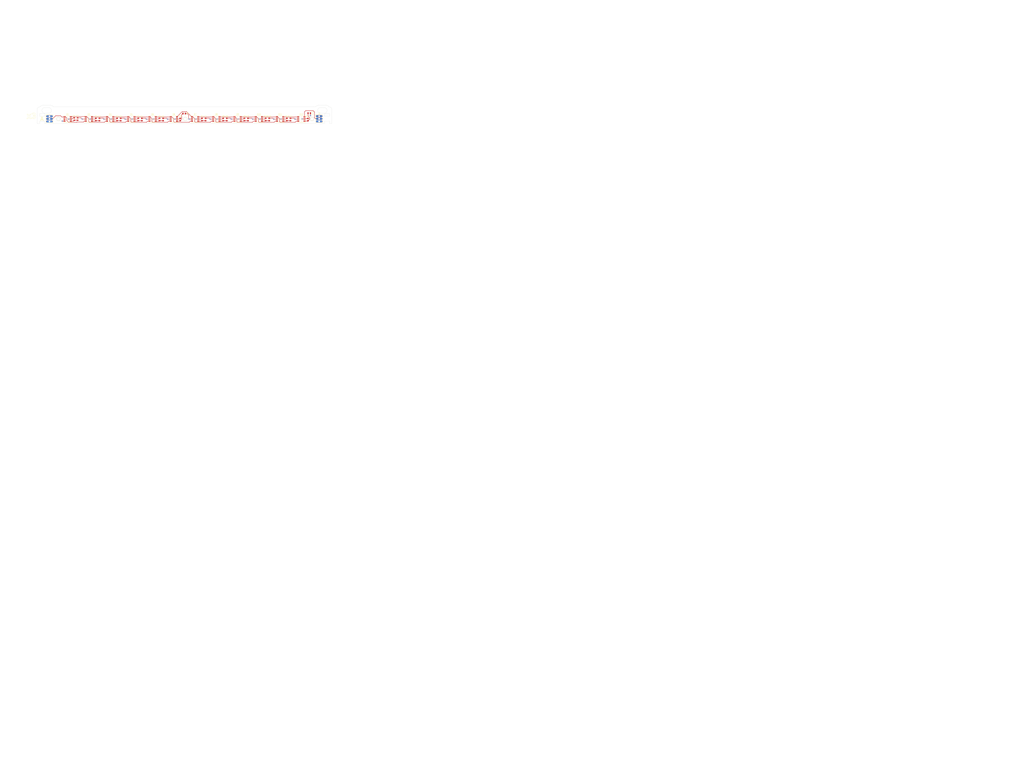
<source format=kicad_pcb>
(kicad_pcb (version 20171130) (host pcbnew "(5.0.0-3-g5ebb6b6)")

  (general
    (thickness 1.6)
    (drawings 348)
    (tracks 279)
    (zones 0)
    (modules 38)
    (nets 28)
  )

  (page A1)
  (layers
    (0 F.Cu signal)
    (1 In1.Cu power)
    (2 In2.Cu power)
    (31 B.Cu signal)
    (32 B.Adhes user)
    (33 F.Adhes user)
    (34 B.Paste user)
    (35 F.Paste user)
    (36 B.SilkS user)
    (37 F.SilkS user)
    (38 B.Mask user)
    (39 F.Mask user)
    (40 Dwgs.User user)
    (41 Cmts.User user)
    (42 Eco1.User user)
    (43 Eco2.User user)
    (44 Edge.Cuts user)
    (45 Margin user)
    (46 B.CrtYd user hide)
    (47 F.CrtYd user hide)
    (48 B.Fab user hide)
    (49 F.Fab user hide)
  )

  (setup
    (last_trace_width 0.3)
    (trace_clearance 0.25)
    (zone_clearance 0.508)
    (zone_45_only no)
    (trace_min 0.2)
    (segment_width 0.15)
    (edge_width 0.15)
    (via_size 1)
    (via_drill 0.6)
    (via_min_size 0.4)
    (via_min_drill 0.3)
    (uvia_size 0.3)
    (uvia_drill 0.1)
    (uvias_allowed no)
    (uvia_min_size 0.2)
    (uvia_min_drill 0.1)
    (pcb_text_width 0.3)
    (pcb_text_size 1.5 1.5)
    (mod_edge_width 0.15)
    (mod_text_size 1 1)
    (mod_text_width 0.15)
    (pad_size 1.524 1.524)
    (pad_drill 0.762)
    (pad_to_mask_clearance 0.2)
    (aux_axis_origin 0 0)
    (visible_elements FFFFFF7F)
    (pcbplotparams
      (layerselection 0x010fc_ffffffff)
      (usegerberextensions false)
      (usegerberattributes false)
      (usegerberadvancedattributes false)
      (creategerberjobfile false)
      (excludeedgelayer true)
      (linewidth 0.050000)
      (plotframeref false)
      (viasonmask false)
      (mode 1)
      (useauxorigin false)
      (hpglpennumber 1)
      (hpglpenspeed 20)
      (hpglpendiameter 15.000000)
      (psnegative false)
      (psa4output false)
      (plotreference true)
      (plotvalue true)
      (plotinvisibletext false)
      (padsonsilk false)
      (subtractmaskfromsilk false)
      (outputformat 1)
      (mirror false)
      (drillshape 1)
      (scaleselection 1)
      (outputdirectory ""))
  )

  (net 0 "")
  (net 1 +5V)
  (net 2 "Net-(D1-Pad4)")
  (net 3 GND)
  (net 4 "Net-(D10-Pad4)")
  (net 5 "Net-(D12-Pad3)")
  (net 6 "Net-(C12-Pad1)")
  (net 7 "Net-(C11-Pad1)")
  (net 8 "Net-(C10-Pad1)")
  (net 9 "Net-(C9-Pad1)")
  (net 10 "Net-(C8-Pad1)")
  (net 11 "Net-(C7-Pad1)")
  (net 12 "Net-(C6-Pad1)")
  (net 13 "Net-(C5-Pad1)")
  (net 14 "Net-(C4-Pad1)")
  (net 15 "Net-(C3-Pad1)")
  (net 16 "Net-(C2-Pad1)")
  (net 17 "Net-(C1-Pad1)")
  (net 18 "Net-(D2-Pad3)")
  (net 19 "Net-(D1-Pad3)")
  (net 20 "Net-(D3-Pad3)")
  (net 21 "Net-(D4-Pad3)")
  (net 22 "Net-(D5-Pad3)")
  (net 23 "Net-(D6-Pad3)")
  (net 24 "Net-(D7-Pad3)")
  (net 25 "Net-(D10-Pad6)")
  (net 26 "Net-(D10-Pad3)")
  (net 27 "Net-(D11-Pad3)")

  (net_class Default "This is the default net class."
    (clearance 0.25)
    (trace_width 0.3)
    (via_dia 1)
    (via_drill 0.6)
    (uvia_dia 0.3)
    (uvia_drill 0.1)
    (add_net +5V)
    (add_net GND)
    (add_net "Net-(C1-Pad1)")
    (add_net "Net-(C10-Pad1)")
    (add_net "Net-(C11-Pad1)")
    (add_net "Net-(C12-Pad1)")
    (add_net "Net-(C2-Pad1)")
    (add_net "Net-(C3-Pad1)")
    (add_net "Net-(C4-Pad1)")
    (add_net "Net-(C5-Pad1)")
    (add_net "Net-(C6-Pad1)")
    (add_net "Net-(C7-Pad1)")
    (add_net "Net-(C8-Pad1)")
    (add_net "Net-(C9-Pad1)")
    (add_net "Net-(D1-Pad3)")
    (add_net "Net-(D1-Pad4)")
    (add_net "Net-(D10-Pad3)")
    (add_net "Net-(D10-Pad4)")
    (add_net "Net-(D10-Pad6)")
    (add_net "Net-(D11-Pad3)")
    (add_net "Net-(D12-Pad3)")
    (add_net "Net-(D2-Pad3)")
    (add_net "Net-(D3-Pad3)")
    (add_net "Net-(D4-Pad3)")
    (add_net "Net-(D5-Pad3)")
    (add_net "Net-(D6-Pad3)")
    (add_net "Net-(D7-Pad3)")
  )

  (module Capacitor_SMD:C_0805_2012Metric (layer F.Cu) (tedit 5B36C52B) (tstamp 5C818AE8)
    (at 190.056652 35.5115 90)
    (descr "Capacitor SMD 0805 (2012 Metric), square (rectangular) end terminal, IPC_7351 nominal, (Body size source: https://docs.google.com/spreadsheets/d/1BsfQQcO9C6DZCsRaXUlFlo91Tg2WpOkGARC1WS5S8t0/edit?usp=sharing), generated with kicad-footprint-generator")
    (tags capacitor)
    (path /5C7A9FCE)
    (attr smd)
    (fp_text reference C8 (at 2.54 -0.126 180) (layer F.SilkS)
      (effects (font (size 1 1) (thickness 0.15)))
    )
    (fp_text value 100NF (at 0 1.65 90) (layer F.Fab)
      (effects (font (size 1 1) (thickness 0.15)))
    )
    (fp_text user %R (at 0 0 90) (layer F.Fab)
      (effects (font (size 0.5 0.5) (thickness 0.08)))
    )
    (fp_line (start 1.68 0.95) (end -1.68 0.95) (layer F.CrtYd) (width 0.05))
    (fp_line (start 1.68 -0.95) (end 1.68 0.95) (layer F.CrtYd) (width 0.05))
    (fp_line (start -1.68 -0.95) (end 1.68 -0.95) (layer F.CrtYd) (width 0.05))
    (fp_line (start -1.68 0.95) (end -1.68 -0.95) (layer F.CrtYd) (width 0.05))
    (fp_line (start -0.258578 0.71) (end 0.258578 0.71) (layer F.SilkS) (width 0.12))
    (fp_line (start -0.258578 -0.71) (end 0.258578 -0.71) (layer F.SilkS) (width 0.12))
    (fp_line (start 1 0.6) (end -1 0.6) (layer F.Fab) (width 0.1))
    (fp_line (start 1 -0.6) (end 1 0.6) (layer F.Fab) (width 0.1))
    (fp_line (start -1 -0.6) (end 1 -0.6) (layer F.Fab) (width 0.1))
    (fp_line (start -1 0.6) (end -1 -0.6) (layer F.Fab) (width 0.1))
    (pad 2 smd roundrect (at 0.9375 0 90) (size 0.975 1.4) (layers F.Cu F.Paste F.Mask) (roundrect_rratio 0.25)
      (net 3 GND))
    (pad 1 smd roundrect (at -0.9375 0 90) (size 0.975 1.4) (layers F.Cu F.Paste F.Mask) (roundrect_rratio 0.25)
      (net 10 "Net-(C8-Pad1)"))
    (model ${KISYS3DMOD}/Capacitor_SMD.3dshapes/C_0805_2012Metric.wrl
      (at (xyz 0 0 0))
      (scale (xyz 1 1 1))
      (rotate (xyz 0 0 0))
    )
  )

  (module Capacitor_SMD:C_0805_2012Metric (layer F.Cu) (tedit 5B36C52B) (tstamp 5C818C65)
    (at 206.702888 35.5115 90)
    (descr "Capacitor SMD 0805 (2012 Metric), square (rectangular) end terminal, IPC_7351 nominal, (Body size source: https://docs.google.com/spreadsheets/d/1BsfQQcO9C6DZCsRaXUlFlo91Tg2WpOkGARC1WS5S8t0/edit?usp=sharing), generated with kicad-footprint-generator")
    (tags capacitor)
    (path /5C7B2D9D)
    (attr smd)
    (fp_text reference C9 (at 2.54 -0.126 180) (layer F.SilkS)
      (effects (font (size 1 1) (thickness 0.15)))
    )
    (fp_text value 100NF (at 0 1.65 90) (layer F.Fab)
      (effects (font (size 1 1) (thickness 0.15)))
    )
    (fp_text user %R (at 0 0 90) (layer F.Fab)
      (effects (font (size 0.5 0.5) (thickness 0.08)))
    )
    (fp_line (start 1.68 0.95) (end -1.68 0.95) (layer F.CrtYd) (width 0.05))
    (fp_line (start 1.68 -0.95) (end 1.68 0.95) (layer F.CrtYd) (width 0.05))
    (fp_line (start -1.68 -0.95) (end 1.68 -0.95) (layer F.CrtYd) (width 0.05))
    (fp_line (start -1.68 0.95) (end -1.68 -0.95) (layer F.CrtYd) (width 0.05))
    (fp_line (start -0.258578 0.71) (end 0.258578 0.71) (layer F.SilkS) (width 0.12))
    (fp_line (start -0.258578 -0.71) (end 0.258578 -0.71) (layer F.SilkS) (width 0.12))
    (fp_line (start 1 0.6) (end -1 0.6) (layer F.Fab) (width 0.1))
    (fp_line (start 1 -0.6) (end 1 0.6) (layer F.Fab) (width 0.1))
    (fp_line (start -1 -0.6) (end 1 -0.6) (layer F.Fab) (width 0.1))
    (fp_line (start -1 0.6) (end -1 -0.6) (layer F.Fab) (width 0.1))
    (pad 2 smd roundrect (at 0.9375 0 90) (size 0.975 1.4) (layers F.Cu F.Paste F.Mask) (roundrect_rratio 0.25)
      (net 3 GND))
    (pad 1 smd roundrect (at -0.9375 0 90) (size 0.975 1.4) (layers F.Cu F.Paste F.Mask) (roundrect_rratio 0.25)
      (net 9 "Net-(C9-Pad1)"))
    (model ${KISYS3DMOD}/Capacitor_SMD.3dshapes/C_0805_2012Metric.wrl
      (at (xyz 0 0 0))
      (scale (xyz 1 1 1))
      (rotate (xyz 0 0 0))
    )
  )

  (module Capacitor_SMD:C_0805_2012Metric (layer F.Cu) (tedit 5B36C52B) (tstamp 5C818770)
    (at 223.349124 35.5115 90)
    (descr "Capacitor SMD 0805 (2012 Metric), square (rectangular) end terminal, IPC_7351 nominal, (Body size source: https://docs.google.com/spreadsheets/d/1BsfQQcO9C6DZCsRaXUlFlo91Tg2WpOkGARC1WS5S8t0/edit?usp=sharing), generated with kicad-footprint-generator")
    (tags capacitor)
    (path /5C7BCB57)
    (attr smd)
    (fp_text reference C10 (at 2.54 -0.126 180) (layer F.SilkS)
      (effects (font (size 1 1) (thickness 0.15)))
    )
    (fp_text value 100NF (at 0 1.65 90) (layer F.Fab)
      (effects (font (size 1 1) (thickness 0.15)))
    )
    (fp_text user %R (at 0 0 90) (layer F.Fab)
      (effects (font (size 0.5 0.5) (thickness 0.08)))
    )
    (fp_line (start 1.68 0.95) (end -1.68 0.95) (layer F.CrtYd) (width 0.05))
    (fp_line (start 1.68 -0.95) (end 1.68 0.95) (layer F.CrtYd) (width 0.05))
    (fp_line (start -1.68 -0.95) (end 1.68 -0.95) (layer F.CrtYd) (width 0.05))
    (fp_line (start -1.68 0.95) (end -1.68 -0.95) (layer F.CrtYd) (width 0.05))
    (fp_line (start -0.258578 0.71) (end 0.258578 0.71) (layer F.SilkS) (width 0.12))
    (fp_line (start -0.258578 -0.71) (end 0.258578 -0.71) (layer F.SilkS) (width 0.12))
    (fp_line (start 1 0.6) (end -1 0.6) (layer F.Fab) (width 0.1))
    (fp_line (start 1 -0.6) (end 1 0.6) (layer F.Fab) (width 0.1))
    (fp_line (start -1 -0.6) (end 1 -0.6) (layer F.Fab) (width 0.1))
    (fp_line (start -1 0.6) (end -1 -0.6) (layer F.Fab) (width 0.1))
    (pad 2 smd roundrect (at 0.9375 0 90) (size 0.975 1.4) (layers F.Cu F.Paste F.Mask) (roundrect_rratio 0.25)
      (net 3 GND))
    (pad 1 smd roundrect (at -0.9375 0 90) (size 0.975 1.4) (layers F.Cu F.Paste F.Mask) (roundrect_rratio 0.25)
      (net 8 "Net-(C10-Pad1)"))
    (model ${KISYS3DMOD}/Capacitor_SMD.3dshapes/C_0805_2012Metric.wrl
      (at (xyz 0 0 0))
      (scale (xyz 1 1 1))
      (rotate (xyz 0 0 0))
    )
  )

  (module Capacitor_SMD:C_0805_2012Metric (layer F.Cu) (tedit 5B36C52B) (tstamp 5C818B9C)
    (at 239.99536 35.5115 90)
    (descr "Capacitor SMD 0805 (2012 Metric), square (rectangular) end terminal, IPC_7351 nominal, (Body size source: https://docs.google.com/spreadsheets/d/1BsfQQcO9C6DZCsRaXUlFlo91Tg2WpOkGARC1WS5S8t0/edit?usp=sharing), generated with kicad-footprint-generator")
    (tags capacitor)
    (path /5C7C7A51)
    (attr smd)
    (fp_text reference C11 (at 2.54 -0.126 180) (layer F.SilkS)
      (effects (font (size 1 1) (thickness 0.15)))
    )
    (fp_text value 100NF (at 0 1.65 90) (layer F.Fab)
      (effects (font (size 1 1) (thickness 0.15)))
    )
    (fp_text user %R (at 0 0 90) (layer F.Fab)
      (effects (font (size 0.5 0.5) (thickness 0.08)))
    )
    (fp_line (start 1.68 0.95) (end -1.68 0.95) (layer F.CrtYd) (width 0.05))
    (fp_line (start 1.68 -0.95) (end 1.68 0.95) (layer F.CrtYd) (width 0.05))
    (fp_line (start -1.68 -0.95) (end 1.68 -0.95) (layer F.CrtYd) (width 0.05))
    (fp_line (start -1.68 0.95) (end -1.68 -0.95) (layer F.CrtYd) (width 0.05))
    (fp_line (start -0.258578 0.71) (end 0.258578 0.71) (layer F.SilkS) (width 0.12))
    (fp_line (start -0.258578 -0.71) (end 0.258578 -0.71) (layer F.SilkS) (width 0.12))
    (fp_line (start 1 0.6) (end -1 0.6) (layer F.Fab) (width 0.1))
    (fp_line (start 1 -0.6) (end 1 0.6) (layer F.Fab) (width 0.1))
    (fp_line (start -1 -0.6) (end 1 -0.6) (layer F.Fab) (width 0.1))
    (fp_line (start -1 0.6) (end -1 -0.6) (layer F.Fab) (width 0.1))
    (pad 2 smd roundrect (at 0.9375 0 90) (size 0.975 1.4) (layers F.Cu F.Paste F.Mask) (roundrect_rratio 0.25)
      (net 3 GND))
    (pad 1 smd roundrect (at -0.9375 0 90) (size 0.975 1.4) (layers F.Cu F.Paste F.Mask) (roundrect_rratio 0.25)
      (net 7 "Net-(C11-Pad1)"))
    (model ${KISYS3DMOD}/Capacitor_SMD.3dshapes/C_0805_2012Metric.wrl
      (at (xyz 0 0 0))
      (scale (xyz 1 1 1))
      (rotate (xyz 0 0 0))
    )
  )

  (module Capacitor_SMD:C_0805_2012Metric (layer F.Cu) (tedit 5B36C52B) (tstamp 5C68E54D)
    (at 254.7389 30.5054)
    (descr "Capacitor SMD 0805 (2012 Metric), square (rectangular) end terminal, IPC_7351 nominal, (Body size source: https://docs.google.com/spreadsheets/d/1BsfQQcO9C6DZCsRaXUlFlo91Tg2WpOkGARC1WS5S8t0/edit?usp=sharing), generated with kicad-footprint-generator")
    (tags capacitor)
    (path /5C7D3B4F)
    (attr smd)
    (fp_text reference C12 (at 2.6185 -0.0485 90) (layer F.SilkS)
      (effects (font (size 1 1) (thickness 0.15)))
    )
    (fp_text value 100NF (at 0 1.65) (layer F.Fab)
      (effects (font (size 1 1) (thickness 0.15)))
    )
    (fp_text user %R (at 0 0) (layer F.Fab)
      (effects (font (size 0.5 0.5) (thickness 0.08)))
    )
    (fp_line (start 1.68 0.95) (end -1.68 0.95) (layer F.CrtYd) (width 0.05))
    (fp_line (start 1.68 -0.95) (end 1.68 0.95) (layer F.CrtYd) (width 0.05))
    (fp_line (start -1.68 -0.95) (end 1.68 -0.95) (layer F.CrtYd) (width 0.05))
    (fp_line (start -1.68 0.95) (end -1.68 -0.95) (layer F.CrtYd) (width 0.05))
    (fp_line (start -0.258578 0.71) (end 0.258578 0.71) (layer F.SilkS) (width 0.12))
    (fp_line (start -0.258578 -0.71) (end 0.258578 -0.71) (layer F.SilkS) (width 0.12))
    (fp_line (start 1 0.6) (end -1 0.6) (layer F.Fab) (width 0.1))
    (fp_line (start 1 -0.6) (end 1 0.6) (layer F.Fab) (width 0.1))
    (fp_line (start -1 -0.6) (end 1 -0.6) (layer F.Fab) (width 0.1))
    (fp_line (start -1 0.6) (end -1 -0.6) (layer F.Fab) (width 0.1))
    (pad 2 smd roundrect (at 0.9375 0) (size 0.975 1.4) (layers F.Cu F.Paste F.Mask) (roundrect_rratio 0.25)
      (net 3 GND))
    (pad 1 smd roundrect (at -0.9375 0) (size 0.975 1.4) (layers F.Cu F.Paste F.Mask) (roundrect_rratio 0.25)
      (net 6 "Net-(C12-Pad1)"))
    (model ${KISYS3DMOD}/Capacitor_SMD.3dshapes/C_0805_2012Metric.wrl
      (at (xyz 0 0 0))
      (scale (xyz 1 1 1))
      (rotate (xyz 0 0 0))
    )
  )

  (module LED_SMD:LED_WS2812_PLCC6_5.0x5.0mm_P1.6mm (layer F.Cu) (tedit 5AA4B296) (tstamp 5C818C27)
    (at 65.23736 35.10534 180)
    (descr https://cdn-shop.adafruit.com/datasheets/WS2812.pdf)
    (tags "LED RGB NeoPixel")
    (path /5C696CD1)
    (attr smd)
    (fp_text reference D1 (at 0 3.739 180) (layer F.SilkS)
      (effects (font (size 1 1) (thickness 0.15)))
    )
    (fp_text value WS2813 (at 0 4 180) (layer F.Fab)
      (effects (font (size 1 1) (thickness 0.15)))
    )
    (fp_circle (center 0 0) (end 0 -2) (layer F.Fab) (width 0.1))
    (fp_line (start -3.65 -2.75) (end 3.65 -2.75) (layer F.SilkS) (width 0.12))
    (fp_line (start -3.65 -1.6) (end -3.65 -2.75) (layer F.SilkS) (width 0.12))
    (fp_line (start -3.65 2.75) (end 3.65 2.75) (layer F.SilkS) (width 0.12))
    (fp_line (start -2.5 2.5) (end -2.5 -2.5) (layer F.Fab) (width 0.1))
    (fp_line (start 2.5 2.5) (end -2.5 2.5) (layer F.Fab) (width 0.1))
    (fp_line (start 2.5 -2.5) (end 2.5 2.5) (layer F.Fab) (width 0.1))
    (fp_line (start -2.5 -2.5) (end 2.5 -2.5) (layer F.Fab) (width 0.1))
    (fp_line (start -2.5 -1.5) (end -1.5 -2.5) (layer F.Fab) (width 0.1))
    (fp_line (start -3.45 -2.75) (end -3.45 2.75) (layer F.CrtYd) (width 0.05))
    (fp_line (start -3.45 2.75) (end 3.45 2.75) (layer F.CrtYd) (width 0.05))
    (fp_line (start 3.45 2.75) (end 3.45 -2.75) (layer F.CrtYd) (width 0.05))
    (fp_line (start 3.45 -2.75) (end -3.45 -2.75) (layer F.CrtYd) (width 0.05))
    (fp_text user %R (at 0 0 180) (layer F.Fab)
      (effects (font (size 0.8 0.8) (thickness 0.15)))
    )
    (pad 1 smd rect (at -2.45 -1.6 180) (size 1.5 1) (layers F.Cu F.Paste F.Mask)
      (net 17 "Net-(C1-Pad1)"))
    (pad 2 smd rect (at -2.45 0 180) (size 1.5 1) (layers F.Cu F.Paste F.Mask)
      (net 1 +5V))
    (pad 3 smd rect (at -2.45 1.6 180) (size 1.5 1) (layers F.Cu F.Paste F.Mask)
      (net 19 "Net-(D1-Pad3)"))
    (pad 6 smd rect (at 2.45 -1.6 180) (size 1.5 1) (layers F.Cu F.Paste F.Mask)
      (net 3 GND))
    (pad 5 smd rect (at 2.45 0 180) (size 1.5 1) (layers F.Cu F.Paste F.Mask)
      (net 3 GND))
    (pad 4 smd rect (at 2.45 1.6 180) (size 1.5 1) (layers F.Cu F.Paste F.Mask)
      (net 2 "Net-(D1-Pad4)"))
    (model ${KISYS3DMOD}/LED_SMD.3dshapes/LED_WS2812_PLCC6_5.0x5.0mm_P1.6mm.wrl
      (at (xyz 0 0 0))
      (scale (xyz 1 1 1))
      (rotate (xyz 0 0 0))
    )
  )

  (module LED_SMD:LED_WS2812_PLCC6_5.0x5.0mm_P1.6mm (layer F.Cu) (tedit 5AA4B296) (tstamp 5C818AAA)
    (at 81.903223 35.10534 180)
    (descr https://cdn-shop.adafruit.com/datasheets/WS2812.pdf)
    (tags "LED RGB NeoPixel")
    (path /5C7693B8)
    (attr smd)
    (fp_text reference D2 (at 0 3.739 180) (layer F.SilkS)
      (effects (font (size 1 1) (thickness 0.15)))
    )
    (fp_text value WS2813 (at 0 4 180) (layer F.Fab)
      (effects (font (size 1 1) (thickness 0.15)))
    )
    (fp_circle (center 0 0) (end 0 -2) (layer F.Fab) (width 0.1))
    (fp_line (start -3.65 -2.75) (end 3.65 -2.75) (layer F.SilkS) (width 0.12))
    (fp_line (start -3.65 -1.6) (end -3.65 -2.75) (layer F.SilkS) (width 0.12))
    (fp_line (start -3.65 2.75) (end 3.65 2.75) (layer F.SilkS) (width 0.12))
    (fp_line (start -2.5 2.5) (end -2.5 -2.5) (layer F.Fab) (width 0.1))
    (fp_line (start 2.5 2.5) (end -2.5 2.5) (layer F.Fab) (width 0.1))
    (fp_line (start 2.5 -2.5) (end 2.5 2.5) (layer F.Fab) (width 0.1))
    (fp_line (start -2.5 -2.5) (end 2.5 -2.5) (layer F.Fab) (width 0.1))
    (fp_line (start -2.5 -1.5) (end -1.5 -2.5) (layer F.Fab) (width 0.1))
    (fp_line (start -3.45 -2.75) (end -3.45 2.75) (layer F.CrtYd) (width 0.05))
    (fp_line (start -3.45 2.75) (end 3.45 2.75) (layer F.CrtYd) (width 0.05))
    (fp_line (start 3.45 2.75) (end 3.45 -2.75) (layer F.CrtYd) (width 0.05))
    (fp_line (start 3.45 -2.75) (end -3.45 -2.75) (layer F.CrtYd) (width 0.05))
    (fp_text user %R (at 0 0 180) (layer F.Fab)
      (effects (font (size 0.8 0.8) (thickness 0.15)))
    )
    (pad 1 smd rect (at -2.45 -1.6 180) (size 1.5 1) (layers F.Cu F.Paste F.Mask)
      (net 16 "Net-(C2-Pad1)"))
    (pad 2 smd rect (at -2.45 0 180) (size 1.5 1) (layers F.Cu F.Paste F.Mask)
      (net 1 +5V))
    (pad 3 smd rect (at -2.45 1.6 180) (size 1.5 1) (layers F.Cu F.Paste F.Mask)
      (net 18 "Net-(D2-Pad3)"))
    (pad 6 smd rect (at 2.45 -1.6 180) (size 1.5 1) (layers F.Cu F.Paste F.Mask)
      (net 2 "Net-(D1-Pad4)"))
    (pad 5 smd rect (at 2.45 0 180) (size 1.5 1) (layers F.Cu F.Paste F.Mask)
      (net 3 GND))
    (pad 4 smd rect (at 2.45 1.6 180) (size 1.5 1) (layers F.Cu F.Paste F.Mask)
      (net 19 "Net-(D1-Pad3)"))
    (model ${KISYS3DMOD}/LED_SMD.3dshapes/LED_WS2812_PLCC6_5.0x5.0mm_P1.6mm.wrl
      (at (xyz 0 0 0))
      (scale (xyz 1 1 1))
      (rotate (xyz 0 0 0))
    )
  )

  (module LED_SMD:LED_WS2812_PLCC6_5.0x5.0mm_P1.6mm (layer F.Cu) (tedit 5AA4B296) (tstamp 5C8187A7)
    (at 248.56186 35.10534 180)
    (descr https://cdn-shop.adafruit.com/datasheets/WS2812.pdf)
    (tags "LED RGB NeoPixel")
    (path /5C7D3B65)
    (attr smd)
    (fp_text reference D12 (at 0 3.739 180) (layer F.SilkS)
      (effects (font (size 1 1) (thickness 0.15)))
    )
    (fp_text value WS2813 (at 0 4 180) (layer F.Fab)
      (effects (font (size 1 1) (thickness 0.15)))
    )
    (fp_circle (center 0 0) (end 0 -2) (layer F.Fab) (width 0.1))
    (fp_line (start -3.65 -2.75) (end 3.65 -2.75) (layer F.SilkS) (width 0.12))
    (fp_line (start -3.65 -1.6) (end -3.65 -2.75) (layer F.SilkS) (width 0.12))
    (fp_line (start -3.65 2.75) (end 3.65 2.75) (layer F.SilkS) (width 0.12))
    (fp_line (start -2.5 2.5) (end -2.5 -2.5) (layer F.Fab) (width 0.1))
    (fp_line (start 2.5 2.5) (end -2.5 2.5) (layer F.Fab) (width 0.1))
    (fp_line (start 2.5 -2.5) (end 2.5 2.5) (layer F.Fab) (width 0.1))
    (fp_line (start -2.5 -2.5) (end 2.5 -2.5) (layer F.Fab) (width 0.1))
    (fp_line (start -2.5 -1.5) (end -1.5 -2.5) (layer F.Fab) (width 0.1))
    (fp_line (start -3.45 -2.75) (end -3.45 2.75) (layer F.CrtYd) (width 0.05))
    (fp_line (start -3.45 2.75) (end 3.45 2.75) (layer F.CrtYd) (width 0.05))
    (fp_line (start 3.45 2.75) (end 3.45 -2.75) (layer F.CrtYd) (width 0.05))
    (fp_line (start 3.45 -2.75) (end -3.45 -2.75) (layer F.CrtYd) (width 0.05))
    (fp_text user %R (at 0 0 180) (layer F.Fab)
      (effects (font (size 0.8 0.8) (thickness 0.15)))
    )
    (pad 1 smd rect (at -2.45 -1.6 180) (size 1.5 1) (layers F.Cu F.Paste F.Mask)
      (net 6 "Net-(C12-Pad1)"))
    (pad 2 smd rect (at -2.45 0 180) (size 1.5 1) (layers F.Cu F.Paste F.Mask)
      (net 1 +5V))
    (pad 3 smd rect (at -2.45 1.6 180) (size 1.5 1) (layers F.Cu F.Paste F.Mask)
      (net 5 "Net-(D12-Pad3)"))
    (pad 6 smd rect (at 2.45 -1.6 180) (size 1.5 1) (layers F.Cu F.Paste F.Mask)
      (net 26 "Net-(D10-Pad3)"))
    (pad 5 smd rect (at 2.45 0 180) (size 1.5 1) (layers F.Cu F.Paste F.Mask)
      (net 3 GND))
    (pad 4 smd rect (at 2.45 1.6 180) (size 1.5 1) (layers F.Cu F.Paste F.Mask)
      (net 27 "Net-(D11-Pad3)"))
    (model ${KISYS3DMOD}/LED_SMD.3dshapes/LED_WS2812_PLCC6_5.0x5.0mm_P1.6mm.wrl
      (at (xyz 0 0 0))
      (scale (xyz 1 1 1))
      (rotate (xyz 0 0 0))
    )
  )

  (module LED_SMD:LED_WS2812_PLCC6_5.0x5.0mm_P1.6mm (layer F.Cu) (tedit 5AA4B296) (tstamp 5C818D8C)
    (at 231.89599 35.10534 180)
    (descr https://cdn-shop.adafruit.com/datasheets/WS2812.pdf)
    (tags "LED RGB NeoPixel")
    (path /5C7C7A67)
    (attr smd)
    (fp_text reference D11 (at 0 3.739 180) (layer F.SilkS)
      (effects (font (size 1 1) (thickness 0.15)))
    )
    (fp_text value WS2813 (at 0 4 180) (layer F.Fab)
      (effects (font (size 1 1) (thickness 0.15)))
    )
    (fp_circle (center 0 0) (end 0 -2) (layer F.Fab) (width 0.1))
    (fp_line (start -3.65 -2.75) (end 3.65 -2.75) (layer F.SilkS) (width 0.12))
    (fp_line (start -3.65 -1.6) (end -3.65 -2.75) (layer F.SilkS) (width 0.12))
    (fp_line (start -3.65 2.75) (end 3.65 2.75) (layer F.SilkS) (width 0.12))
    (fp_line (start -2.5 2.5) (end -2.5 -2.5) (layer F.Fab) (width 0.1))
    (fp_line (start 2.5 2.5) (end -2.5 2.5) (layer F.Fab) (width 0.1))
    (fp_line (start 2.5 -2.5) (end 2.5 2.5) (layer F.Fab) (width 0.1))
    (fp_line (start -2.5 -2.5) (end 2.5 -2.5) (layer F.Fab) (width 0.1))
    (fp_line (start -2.5 -1.5) (end -1.5 -2.5) (layer F.Fab) (width 0.1))
    (fp_line (start -3.45 -2.75) (end -3.45 2.75) (layer F.CrtYd) (width 0.05))
    (fp_line (start -3.45 2.75) (end 3.45 2.75) (layer F.CrtYd) (width 0.05))
    (fp_line (start 3.45 2.75) (end 3.45 -2.75) (layer F.CrtYd) (width 0.05))
    (fp_line (start 3.45 -2.75) (end -3.45 -2.75) (layer F.CrtYd) (width 0.05))
    (fp_text user %R (at 0 0 180) (layer F.Fab)
      (effects (font (size 0.8 0.8) (thickness 0.15)))
    )
    (pad 1 smd rect (at -2.45 -1.6 180) (size 1.5 1) (layers F.Cu F.Paste F.Mask)
      (net 7 "Net-(C11-Pad1)"))
    (pad 2 smd rect (at -2.45 0 180) (size 1.5 1) (layers F.Cu F.Paste F.Mask)
      (net 1 +5V))
    (pad 3 smd rect (at -2.45 1.6 180) (size 1.5 1) (layers F.Cu F.Paste F.Mask)
      (net 27 "Net-(D11-Pad3)"))
    (pad 6 smd rect (at 2.45 -1.6 180) (size 1.5 1) (layers F.Cu F.Paste F.Mask)
      (net 4 "Net-(D10-Pad4)"))
    (pad 5 smd rect (at 2.45 0 180) (size 1.5 1) (layers F.Cu F.Paste F.Mask)
      (net 3 GND))
    (pad 4 smd rect (at 2.45 1.6 180) (size 1.5 1) (layers F.Cu F.Paste F.Mask)
      (net 26 "Net-(D10-Pad3)"))
    (model ${KISYS3DMOD}/LED_SMD.3dshapes/LED_WS2812_PLCC6_5.0x5.0mm_P1.6mm.wrl
      (at (xyz 0 0 0))
      (scale (xyz 1 1 1))
      (rotate (xyz 0 0 0))
    )
  )

  (module LED_SMD:LED_WS2812_PLCC6_5.0x5.0mm_P1.6mm (layer F.Cu) (tedit 5AA4B296) (tstamp 5C818831)
    (at 215.230127 35.10534 180)
    (descr https://cdn-shop.adafruit.com/datasheets/WS2812.pdf)
    (tags "LED RGB NeoPixel")
    (path /5C7BCB6D)
    (attr smd)
    (fp_text reference D10 (at 0 3.739 180) (layer F.SilkS)
      (effects (font (size 1 1) (thickness 0.15)))
    )
    (fp_text value WS2813 (at 0 4 180) (layer F.Fab)
      (effects (font (size 1 1) (thickness 0.15)))
    )
    (fp_circle (center 0 0) (end 0 -2) (layer F.Fab) (width 0.1))
    (fp_line (start -3.65 -2.75) (end 3.65 -2.75) (layer F.SilkS) (width 0.12))
    (fp_line (start -3.65 -1.6) (end -3.65 -2.75) (layer F.SilkS) (width 0.12))
    (fp_line (start -3.65 2.75) (end 3.65 2.75) (layer F.SilkS) (width 0.12))
    (fp_line (start -2.5 2.5) (end -2.5 -2.5) (layer F.Fab) (width 0.1))
    (fp_line (start 2.5 2.5) (end -2.5 2.5) (layer F.Fab) (width 0.1))
    (fp_line (start 2.5 -2.5) (end 2.5 2.5) (layer F.Fab) (width 0.1))
    (fp_line (start -2.5 -2.5) (end 2.5 -2.5) (layer F.Fab) (width 0.1))
    (fp_line (start -2.5 -1.5) (end -1.5 -2.5) (layer F.Fab) (width 0.1))
    (fp_line (start -3.45 -2.75) (end -3.45 2.75) (layer F.CrtYd) (width 0.05))
    (fp_line (start -3.45 2.75) (end 3.45 2.75) (layer F.CrtYd) (width 0.05))
    (fp_line (start 3.45 2.75) (end 3.45 -2.75) (layer F.CrtYd) (width 0.05))
    (fp_line (start 3.45 -2.75) (end -3.45 -2.75) (layer F.CrtYd) (width 0.05))
    (fp_text user %R (at 0 0 180) (layer F.Fab)
      (effects (font (size 0.8 0.8) (thickness 0.15)))
    )
    (pad 1 smd rect (at -2.45 -1.6 180) (size 1.5 1) (layers F.Cu F.Paste F.Mask)
      (net 8 "Net-(C10-Pad1)"))
    (pad 2 smd rect (at -2.45 0 180) (size 1.5 1) (layers F.Cu F.Paste F.Mask)
      (net 1 +5V))
    (pad 3 smd rect (at -2.45 1.6 180) (size 1.5 1) (layers F.Cu F.Paste F.Mask)
      (net 26 "Net-(D10-Pad3)"))
    (pad 6 smd rect (at 2.45 -1.6 180) (size 1.5 1) (layers F.Cu F.Paste F.Mask)
      (net 25 "Net-(D10-Pad6)"))
    (pad 5 smd rect (at 2.45 0 180) (size 1.5 1) (layers F.Cu F.Paste F.Mask)
      (net 3 GND))
    (pad 4 smd rect (at 2.45 1.6 180) (size 1.5 1) (layers F.Cu F.Paste F.Mask)
      (net 4 "Net-(D10-Pad4)"))
    (model ${KISYS3DMOD}/LED_SMD.3dshapes/LED_WS2812_PLCC6_5.0x5.0mm_P1.6mm.wrl
      (at (xyz 0 0 0))
      (scale (xyz 1 1 1))
      (rotate (xyz 0 0 0))
    )
  )

  (module LED_SMD:LED_WS2812_PLCC6_5.0x5.0mm_P1.6mm (layer F.Cu) (tedit 5AA4B296) (tstamp 5C81894B)
    (at 198.564264 35.10534 180)
    (descr https://cdn-shop.adafruit.com/datasheets/WS2812.pdf)
    (tags "LED RGB NeoPixel")
    (path /5C7B2DB3)
    (attr smd)
    (fp_text reference D9 (at 0 3.739 180) (layer F.SilkS)
      (effects (font (size 1 1) (thickness 0.15)))
    )
    (fp_text value WS2813 (at 0 4 180) (layer F.Fab)
      (effects (font (size 1 1) (thickness 0.15)))
    )
    (fp_circle (center 0 0) (end 0 -2) (layer F.Fab) (width 0.1))
    (fp_line (start -3.65 -2.75) (end 3.65 -2.75) (layer F.SilkS) (width 0.12))
    (fp_line (start -3.65 -1.6) (end -3.65 -2.75) (layer F.SilkS) (width 0.12))
    (fp_line (start -3.65 2.75) (end 3.65 2.75) (layer F.SilkS) (width 0.12))
    (fp_line (start -2.5 2.5) (end -2.5 -2.5) (layer F.Fab) (width 0.1))
    (fp_line (start 2.5 2.5) (end -2.5 2.5) (layer F.Fab) (width 0.1))
    (fp_line (start 2.5 -2.5) (end 2.5 2.5) (layer F.Fab) (width 0.1))
    (fp_line (start -2.5 -2.5) (end 2.5 -2.5) (layer F.Fab) (width 0.1))
    (fp_line (start -2.5 -1.5) (end -1.5 -2.5) (layer F.Fab) (width 0.1))
    (fp_line (start -3.45 -2.75) (end -3.45 2.75) (layer F.CrtYd) (width 0.05))
    (fp_line (start -3.45 2.75) (end 3.45 2.75) (layer F.CrtYd) (width 0.05))
    (fp_line (start 3.45 2.75) (end 3.45 -2.75) (layer F.CrtYd) (width 0.05))
    (fp_line (start 3.45 -2.75) (end -3.45 -2.75) (layer F.CrtYd) (width 0.05))
    (fp_text user %R (at 0 0 180) (layer F.Fab)
      (effects (font (size 0.8 0.8) (thickness 0.15)))
    )
    (pad 1 smd rect (at -2.45 -1.6 180) (size 1.5 1) (layers F.Cu F.Paste F.Mask)
      (net 9 "Net-(C9-Pad1)"))
    (pad 2 smd rect (at -2.45 0 180) (size 1.5 1) (layers F.Cu F.Paste F.Mask)
      (net 1 +5V))
    (pad 3 smd rect (at -2.45 1.6 180) (size 1.5 1) (layers F.Cu F.Paste F.Mask)
      (net 4 "Net-(D10-Pad4)"))
    (pad 6 smd rect (at 2.45 -1.6 180) (size 1.5 1) (layers F.Cu F.Paste F.Mask)
      (net 24 "Net-(D7-Pad3)"))
    (pad 5 smd rect (at 2.45 0 180) (size 1.5 1) (layers F.Cu F.Paste F.Mask)
      (net 3 GND))
    (pad 4 smd rect (at 2.45 1.6 180) (size 1.5 1) (layers F.Cu F.Paste F.Mask)
      (net 25 "Net-(D10-Pad6)"))
    (model ${KISYS3DMOD}/LED_SMD.3dshapes/LED_WS2812_PLCC6_5.0x5.0mm_P1.6mm.wrl
      (at (xyz 0 0 0))
      (scale (xyz 1 1 1))
      (rotate (xyz 0 0 0))
    )
  )

  (module LED_SMD:LED_WS2812_PLCC6_5.0x5.0mm_P1.6mm (layer F.Cu) (tedit 5AA4B296) (tstamp 5C818A65)
    (at 181.898401 35.10534 180)
    (descr https://cdn-shop.adafruit.com/datasheets/WS2812.pdf)
    (tags "LED RGB NeoPixel")
    (path /5C7A9FE4)
    (attr smd)
    (fp_text reference D8 (at 0 3.739 180) (layer F.SilkS)
      (effects (font (size 1 1) (thickness 0.15)))
    )
    (fp_text value WS2813 (at 0 4 180) (layer F.Fab)
      (effects (font (size 1 1) (thickness 0.15)))
    )
    (fp_circle (center 0 0) (end 0 -2) (layer F.Fab) (width 0.1))
    (fp_line (start -3.65 -2.75) (end 3.65 -2.75) (layer F.SilkS) (width 0.12))
    (fp_line (start -3.65 -1.6) (end -3.65 -2.75) (layer F.SilkS) (width 0.12))
    (fp_line (start -3.65 2.75) (end 3.65 2.75) (layer F.SilkS) (width 0.12))
    (fp_line (start -2.5 2.5) (end -2.5 -2.5) (layer F.Fab) (width 0.1))
    (fp_line (start 2.5 2.5) (end -2.5 2.5) (layer F.Fab) (width 0.1))
    (fp_line (start 2.5 -2.5) (end 2.5 2.5) (layer F.Fab) (width 0.1))
    (fp_line (start -2.5 -2.5) (end 2.5 -2.5) (layer F.Fab) (width 0.1))
    (fp_line (start -2.5 -1.5) (end -1.5 -2.5) (layer F.Fab) (width 0.1))
    (fp_line (start -3.45 -2.75) (end -3.45 2.75) (layer F.CrtYd) (width 0.05))
    (fp_line (start -3.45 2.75) (end 3.45 2.75) (layer F.CrtYd) (width 0.05))
    (fp_line (start 3.45 2.75) (end 3.45 -2.75) (layer F.CrtYd) (width 0.05))
    (fp_line (start 3.45 -2.75) (end -3.45 -2.75) (layer F.CrtYd) (width 0.05))
    (fp_text user %R (at 0 0 180) (layer F.Fab)
      (effects (font (size 0.8 0.8) (thickness 0.15)))
    )
    (pad 1 smd rect (at -2.45 -1.6 180) (size 1.5 1) (layers F.Cu F.Paste F.Mask)
      (net 10 "Net-(C8-Pad1)"))
    (pad 2 smd rect (at -2.45 0 180) (size 1.5 1) (layers F.Cu F.Paste F.Mask)
      (net 1 +5V))
    (pad 3 smd rect (at -2.45 1.6 180) (size 1.5 1) (layers F.Cu F.Paste F.Mask)
      (net 25 "Net-(D10-Pad6)"))
    (pad 6 smd rect (at 2.45 -1.6 180) (size 1.5 1) (layers F.Cu F.Paste F.Mask)
      (net 23 "Net-(D6-Pad3)"))
    (pad 5 smd rect (at 2.45 0 180) (size 1.5 1) (layers F.Cu F.Paste F.Mask)
      (net 3 GND))
    (pad 4 smd rect (at 2.45 1.6 180) (size 1.5 1) (layers F.Cu F.Paste F.Mask)
      (net 24 "Net-(D7-Pad3)"))
    (model ${KISYS3DMOD}/LED_SMD.3dshapes/LED_WS2812_PLCC6_5.0x5.0mm_P1.6mm.wrl
      (at (xyz 0 0 0))
      (scale (xyz 1 1 1))
      (rotate (xyz 0 0 0))
    )
  )

  (module LED_SMD:LED_WS2812_PLCC6_5.0x5.0mm_P1.6mm (layer F.Cu) (tedit 5AA4B296) (tstamp 5C8187EC)
    (at 165.232538 35.10534 180)
    (descr https://cdn-shop.adafruit.com/datasheets/WS2812.pdf)
    (tags "LED RGB NeoPixel")
    (path /5C7A2344)
    (attr smd)
    (fp_text reference D7 (at 0 3.739 180) (layer F.SilkS)
      (effects (font (size 1 1) (thickness 0.15)))
    )
    (fp_text value WS2813 (at 0 4 180) (layer F.Fab)
      (effects (font (size 1 1) (thickness 0.15)))
    )
    (fp_circle (center 0 0) (end 0 -2) (layer F.Fab) (width 0.1))
    (fp_line (start -3.65 -2.75) (end 3.65 -2.75) (layer F.SilkS) (width 0.12))
    (fp_line (start -3.65 -1.6) (end -3.65 -2.75) (layer F.SilkS) (width 0.12))
    (fp_line (start -3.65 2.75) (end 3.65 2.75) (layer F.SilkS) (width 0.12))
    (fp_line (start -2.5 2.5) (end -2.5 -2.5) (layer F.Fab) (width 0.1))
    (fp_line (start 2.5 2.5) (end -2.5 2.5) (layer F.Fab) (width 0.1))
    (fp_line (start 2.5 -2.5) (end 2.5 2.5) (layer F.Fab) (width 0.1))
    (fp_line (start -2.5 -2.5) (end 2.5 -2.5) (layer F.Fab) (width 0.1))
    (fp_line (start -2.5 -1.5) (end -1.5 -2.5) (layer F.Fab) (width 0.1))
    (fp_line (start -3.45 -2.75) (end -3.45 2.75) (layer F.CrtYd) (width 0.05))
    (fp_line (start -3.45 2.75) (end 3.45 2.75) (layer F.CrtYd) (width 0.05))
    (fp_line (start 3.45 2.75) (end 3.45 -2.75) (layer F.CrtYd) (width 0.05))
    (fp_line (start 3.45 -2.75) (end -3.45 -2.75) (layer F.CrtYd) (width 0.05))
    (fp_text user %R (at 0 0 180) (layer F.Fab)
      (effects (font (size 0.8 0.8) (thickness 0.15)))
    )
    (pad 1 smd rect (at -2.45 -1.6 180) (size 1.5 1) (layers F.Cu F.Paste F.Mask)
      (net 11 "Net-(C7-Pad1)"))
    (pad 2 smd rect (at -2.45 0 180) (size 1.5 1) (layers F.Cu F.Paste F.Mask)
      (net 1 +5V))
    (pad 3 smd rect (at -2.45 1.6 180) (size 1.5 1) (layers F.Cu F.Paste F.Mask)
      (net 24 "Net-(D7-Pad3)"))
    (pad 6 smd rect (at 2.45 -1.6 180) (size 1.5 1) (layers F.Cu F.Paste F.Mask)
      (net 22 "Net-(D5-Pad3)"))
    (pad 5 smd rect (at 2.45 0 180) (size 1.5 1) (layers F.Cu F.Paste F.Mask)
      (net 3 GND))
    (pad 4 smd rect (at 2.45 1.6 180) (size 1.5 1) (layers F.Cu F.Paste F.Mask)
      (net 23 "Net-(D6-Pad3)"))
    (model ${KISYS3DMOD}/LED_SMD.3dshapes/LED_WS2812_PLCC6_5.0x5.0mm_P1.6mm.wrl
      (at (xyz 0 0 0))
      (scale (xyz 1 1 1))
      (rotate (xyz 0 0 0))
    )
  )

  (module LED_SMD:LED_WS2812_PLCC6_5.0x5.0mm_P1.6mm (layer F.Cu) (tedit 5AA4B296) (tstamp 5C818E61)
    (at 148.566675 35.10534 180)
    (descr https://cdn-shop.adafruit.com/datasheets/WS2812.pdf)
    (tags "LED RGB NeoPixel")
    (path /5C79B69A)
    (attr smd)
    (fp_text reference D6 (at 0 3.739 180) (layer F.SilkS)
      (effects (font (size 1 1) (thickness 0.15)))
    )
    (fp_text value WS2813 (at 0 4 180) (layer F.Fab)
      (effects (font (size 1 1) (thickness 0.15)))
    )
    (fp_circle (center 0 0) (end 0 -2) (layer F.Fab) (width 0.1))
    (fp_line (start -3.65 -2.75) (end 3.65 -2.75) (layer F.SilkS) (width 0.12))
    (fp_line (start -3.65 -1.6) (end -3.65 -2.75) (layer F.SilkS) (width 0.12))
    (fp_line (start -3.65 2.75) (end 3.65 2.75) (layer F.SilkS) (width 0.12))
    (fp_line (start -2.5 2.5) (end -2.5 -2.5) (layer F.Fab) (width 0.1))
    (fp_line (start 2.5 2.5) (end -2.5 2.5) (layer F.Fab) (width 0.1))
    (fp_line (start 2.5 -2.5) (end 2.5 2.5) (layer F.Fab) (width 0.1))
    (fp_line (start -2.5 -2.5) (end 2.5 -2.5) (layer F.Fab) (width 0.1))
    (fp_line (start -2.5 -1.5) (end -1.5 -2.5) (layer F.Fab) (width 0.1))
    (fp_line (start -3.45 -2.75) (end -3.45 2.75) (layer F.CrtYd) (width 0.05))
    (fp_line (start -3.45 2.75) (end 3.45 2.75) (layer F.CrtYd) (width 0.05))
    (fp_line (start 3.45 2.75) (end 3.45 -2.75) (layer F.CrtYd) (width 0.05))
    (fp_line (start 3.45 -2.75) (end -3.45 -2.75) (layer F.CrtYd) (width 0.05))
    (fp_text user %R (at 0 0 180) (layer F.Fab)
      (effects (font (size 0.8 0.8) (thickness 0.15)))
    )
    (pad 1 smd rect (at -2.45 -1.6 180) (size 1.5 1) (layers F.Cu F.Paste F.Mask)
      (net 12 "Net-(C6-Pad1)"))
    (pad 2 smd rect (at -2.45 0 180) (size 1.5 1) (layers F.Cu F.Paste F.Mask)
      (net 1 +5V))
    (pad 3 smd rect (at -2.45 1.6 180) (size 1.5 1) (layers F.Cu F.Paste F.Mask)
      (net 23 "Net-(D6-Pad3)"))
    (pad 6 smd rect (at 2.45 -1.6 180) (size 1.5 1) (layers F.Cu F.Paste F.Mask)
      (net 21 "Net-(D4-Pad3)"))
    (pad 5 smd rect (at 2.45 0 180) (size 1.5 1) (layers F.Cu F.Paste F.Mask)
      (net 3 GND))
    (pad 4 smd rect (at 2.45 1.6 180) (size 1.5 1) (layers F.Cu F.Paste F.Mask)
      (net 22 "Net-(D5-Pad3)"))
    (model ${KISYS3DMOD}/LED_SMD.3dshapes/LED_WS2812_PLCC6_5.0x5.0mm_P1.6mm.wrl
      (at (xyz 0 0 0))
      (scale (xyz 1 1 1))
      (rotate (xyz 0 0 0))
    )
  )

  (module LED_SMD:LED_WS2812_PLCC6_5.0x5.0mm_P1.6mm (layer F.Cu) (tedit 5AA4B296) (tstamp 5C8188A6)
    (at 131.900812 35.10534 180)
    (descr https://cdn-shop.adafruit.com/datasheets/WS2812.pdf)
    (tags "LED RGB NeoPixel")
    (path /5C795971)
    (attr smd)
    (fp_text reference D5 (at 0 3.739 180) (layer F.SilkS)
      (effects (font (size 1 1) (thickness 0.15)))
    )
    (fp_text value WS2813 (at 0 4 180) (layer F.Fab)
      (effects (font (size 1 1) (thickness 0.15)))
    )
    (fp_circle (center 0 0) (end 0 -2) (layer F.Fab) (width 0.1))
    (fp_line (start -3.65 -2.75) (end 3.65 -2.75) (layer F.SilkS) (width 0.12))
    (fp_line (start -3.65 -1.6) (end -3.65 -2.75) (layer F.SilkS) (width 0.12))
    (fp_line (start -3.65 2.75) (end 3.65 2.75) (layer F.SilkS) (width 0.12))
    (fp_line (start -2.5 2.5) (end -2.5 -2.5) (layer F.Fab) (width 0.1))
    (fp_line (start 2.5 2.5) (end -2.5 2.5) (layer F.Fab) (width 0.1))
    (fp_line (start 2.5 -2.5) (end 2.5 2.5) (layer F.Fab) (width 0.1))
    (fp_line (start -2.5 -2.5) (end 2.5 -2.5) (layer F.Fab) (width 0.1))
    (fp_line (start -2.5 -1.5) (end -1.5 -2.5) (layer F.Fab) (width 0.1))
    (fp_line (start -3.45 -2.75) (end -3.45 2.75) (layer F.CrtYd) (width 0.05))
    (fp_line (start -3.45 2.75) (end 3.45 2.75) (layer F.CrtYd) (width 0.05))
    (fp_line (start 3.45 2.75) (end 3.45 -2.75) (layer F.CrtYd) (width 0.05))
    (fp_line (start 3.45 -2.75) (end -3.45 -2.75) (layer F.CrtYd) (width 0.05))
    (fp_text user %R (at 0 0 180) (layer F.Fab)
      (effects (font (size 0.8 0.8) (thickness 0.15)))
    )
    (pad 1 smd rect (at -2.45 -1.6 180) (size 1.5 1) (layers F.Cu F.Paste F.Mask)
      (net 13 "Net-(C5-Pad1)"))
    (pad 2 smd rect (at -2.45 0 180) (size 1.5 1) (layers F.Cu F.Paste F.Mask)
      (net 1 +5V))
    (pad 3 smd rect (at -2.45 1.6 180) (size 1.5 1) (layers F.Cu F.Paste F.Mask)
      (net 22 "Net-(D5-Pad3)"))
    (pad 6 smd rect (at 2.45 -1.6 180) (size 1.5 1) (layers F.Cu F.Paste F.Mask)
      (net 20 "Net-(D3-Pad3)"))
    (pad 5 smd rect (at 2.45 0 180) (size 1.5 1) (layers F.Cu F.Paste F.Mask)
      (net 3 GND))
    (pad 4 smd rect (at 2.45 1.6 180) (size 1.5 1) (layers F.Cu F.Paste F.Mask)
      (net 21 "Net-(D4-Pad3)"))
    (model ${KISYS3DMOD}/LED_SMD.3dshapes/LED_WS2812_PLCC6_5.0x5.0mm_P1.6mm.wrl
      (at (xyz 0 0 0))
      (scale (xyz 1 1 1))
      (rotate (xyz 0 0 0))
    )
  )

  (module LED_SMD:LED_WS2812_PLCC6_5.0x5.0mm_P1.6mm (layer F.Cu) (tedit 5AA4B296) (tstamp 5C818EA6)
    (at 115.234949 35.10534 180)
    (descr https://cdn-shop.adafruit.com/datasheets/WS2812.pdf)
    (tags "LED RGB NeoPixel")
    (path /5C790B3F)
    (attr smd)
    (fp_text reference D4 (at 0 3.739 180) (layer F.SilkS)
      (effects (font (size 1 1) (thickness 0.15)))
    )
    (fp_text value WS2813 (at 0 4 180) (layer F.Fab)
      (effects (font (size 1 1) (thickness 0.15)))
    )
    (fp_circle (center 0 0) (end 0 -2) (layer F.Fab) (width 0.1))
    (fp_line (start -3.65 -2.75) (end 3.65 -2.75) (layer F.SilkS) (width 0.12))
    (fp_line (start -3.65 -1.6) (end -3.65 -2.75) (layer F.SilkS) (width 0.12))
    (fp_line (start -3.65 2.75) (end 3.65 2.75) (layer F.SilkS) (width 0.12))
    (fp_line (start -2.5 2.5) (end -2.5 -2.5) (layer F.Fab) (width 0.1))
    (fp_line (start 2.5 2.5) (end -2.5 2.5) (layer F.Fab) (width 0.1))
    (fp_line (start 2.5 -2.5) (end 2.5 2.5) (layer F.Fab) (width 0.1))
    (fp_line (start -2.5 -2.5) (end 2.5 -2.5) (layer F.Fab) (width 0.1))
    (fp_line (start -2.5 -1.5) (end -1.5 -2.5) (layer F.Fab) (width 0.1))
    (fp_line (start -3.45 -2.75) (end -3.45 2.75) (layer F.CrtYd) (width 0.05))
    (fp_line (start -3.45 2.75) (end 3.45 2.75) (layer F.CrtYd) (width 0.05))
    (fp_line (start 3.45 2.75) (end 3.45 -2.75) (layer F.CrtYd) (width 0.05))
    (fp_line (start 3.45 -2.75) (end -3.45 -2.75) (layer F.CrtYd) (width 0.05))
    (fp_text user %R (at 0 0 180) (layer F.Fab)
      (effects (font (size 0.8 0.8) (thickness 0.15)))
    )
    (pad 1 smd rect (at -2.45 -1.6 180) (size 1.5 1) (layers F.Cu F.Paste F.Mask)
      (net 14 "Net-(C4-Pad1)"))
    (pad 2 smd rect (at -2.45 0 180) (size 1.5 1) (layers F.Cu F.Paste F.Mask)
      (net 1 +5V))
    (pad 3 smd rect (at -2.45 1.6 180) (size 1.5 1) (layers F.Cu F.Paste F.Mask)
      (net 21 "Net-(D4-Pad3)"))
    (pad 6 smd rect (at 2.45 -1.6 180) (size 1.5 1) (layers F.Cu F.Paste F.Mask)
      (net 18 "Net-(D2-Pad3)"))
    (pad 5 smd rect (at 2.45 0 180) (size 1.5 1) (layers F.Cu F.Paste F.Mask)
      (net 3 GND))
    (pad 4 smd rect (at 2.45 1.6 180) (size 1.5 1) (layers F.Cu F.Paste F.Mask)
      (net 20 "Net-(D3-Pad3)"))
    (model ${KISYS3DMOD}/LED_SMD.3dshapes/LED_WS2812_PLCC6_5.0x5.0mm_P1.6mm.wrl
      (at (xyz 0 0 0))
      (scale (xyz 1 1 1))
      (rotate (xyz 0 0 0))
    )
  )

  (module LED_SMD:LED_WS2812_PLCC6_5.0x5.0mm_P1.6mm (layer F.Cu) (tedit 5AA4B296) (tstamp 5C818A20)
    (at 98.569086 35.10534 180)
    (descr https://cdn-shop.adafruit.com/datasheets/WS2812.pdf)
    (tags "LED RGB NeoPixel")
    (path /5C78CACB)
    (attr smd)
    (fp_text reference D3 (at 0 3.739 180) (layer F.SilkS)
      (effects (font (size 1 1) (thickness 0.15)))
    )
    (fp_text value WS2813 (at 0 4 180) (layer F.Fab)
      (effects (font (size 1 1) (thickness 0.15)))
    )
    (fp_circle (center 0 0) (end 0 -2) (layer F.Fab) (width 0.1))
    (fp_line (start -3.65 -2.75) (end 3.65 -2.75) (layer F.SilkS) (width 0.12))
    (fp_line (start -3.65 -1.6) (end -3.65 -2.75) (layer F.SilkS) (width 0.12))
    (fp_line (start -3.65 2.75) (end 3.65 2.75) (layer F.SilkS) (width 0.12))
    (fp_line (start -2.5 2.5) (end -2.5 -2.5) (layer F.Fab) (width 0.1))
    (fp_line (start 2.5 2.5) (end -2.5 2.5) (layer F.Fab) (width 0.1))
    (fp_line (start 2.5 -2.5) (end 2.5 2.5) (layer F.Fab) (width 0.1))
    (fp_line (start -2.5 -2.5) (end 2.5 -2.5) (layer F.Fab) (width 0.1))
    (fp_line (start -2.5 -1.5) (end -1.5 -2.5) (layer F.Fab) (width 0.1))
    (fp_line (start -3.45 -2.75) (end -3.45 2.75) (layer F.CrtYd) (width 0.05))
    (fp_line (start -3.45 2.75) (end 3.45 2.75) (layer F.CrtYd) (width 0.05))
    (fp_line (start 3.45 2.75) (end 3.45 -2.75) (layer F.CrtYd) (width 0.05))
    (fp_line (start 3.45 -2.75) (end -3.45 -2.75) (layer F.CrtYd) (width 0.05))
    (fp_text user %R (at 0 0 180) (layer F.Fab)
      (effects (font (size 0.8 0.8) (thickness 0.15)))
    )
    (pad 1 smd rect (at -2.45 -1.6 180) (size 1.5 1) (layers F.Cu F.Paste F.Mask)
      (net 15 "Net-(C3-Pad1)"))
    (pad 2 smd rect (at -2.45 0 180) (size 1.5 1) (layers F.Cu F.Paste F.Mask)
      (net 1 +5V))
    (pad 3 smd rect (at -2.45 1.6 180) (size 1.5 1) (layers F.Cu F.Paste F.Mask)
      (net 20 "Net-(D3-Pad3)"))
    (pad 6 smd rect (at 2.45 -1.6 180) (size 1.5 1) (layers F.Cu F.Paste F.Mask)
      (net 19 "Net-(D1-Pad3)"))
    (pad 5 smd rect (at 2.45 0 180) (size 1.5 1) (layers F.Cu F.Paste F.Mask)
      (net 3 GND))
    (pad 4 smd rect (at 2.45 1.6 180) (size 1.5 1) (layers F.Cu F.Paste F.Mask)
      (net 18 "Net-(D2-Pad3)"))
    (model ${KISYS3DMOD}/LED_SMD.3dshapes/LED_WS2812_PLCC6_5.0x5.0mm_P1.6mm.wrl
      (at (xyz 0 0 0))
      (scale (xyz 1 1 1))
      (rotate (xyz 0 0 0))
    )
  )

  (module Resistor_SMD:R_0805_2012Metric (layer F.Cu) (tedit 5B36C52B) (tstamp 5C818E2A)
    (at 70.485 35.1305 270)
    (descr "Resistor SMD 0805 (2012 Metric), square (rectangular) end terminal, IPC_7351 nominal, (Body size source: https://docs.google.com/spreadsheets/d/1BsfQQcO9C6DZCsRaXUlFlo91Tg2WpOkGARC1WS5S8t0/edit?usp=sharing), generated with kicad-footprint-generator")
    (tags resistor)
    (path /5C75F83A)
    (attr smd)
    (fp_text reference R1 (at -2.3645 0) (layer F.SilkS)
      (effects (font (size 1 1) (thickness 0.15)))
    )
    (fp_text value 330 (at 0 1.65 270) (layer F.Fab)
      (effects (font (size 1 1) (thickness 0.15)))
    )
    (fp_text user %R (at 0 0 270) (layer F.Fab)
      (effects (font (size 0.5 0.5) (thickness 0.08)))
    )
    (fp_line (start 1.68 0.95) (end -1.68 0.95) (layer F.CrtYd) (width 0.05))
    (fp_line (start 1.68 -0.95) (end 1.68 0.95) (layer F.CrtYd) (width 0.05))
    (fp_line (start -1.68 -0.95) (end 1.68 -0.95) (layer F.CrtYd) (width 0.05))
    (fp_line (start -1.68 0.95) (end -1.68 -0.95) (layer F.CrtYd) (width 0.05))
    (fp_line (start -0.258578 0.71) (end 0.258578 0.71) (layer F.SilkS) (width 0.12))
    (fp_line (start -0.258578 -0.71) (end 0.258578 -0.71) (layer F.SilkS) (width 0.12))
    (fp_line (start 1 0.6) (end -1 0.6) (layer F.Fab) (width 0.1))
    (fp_line (start 1 -0.6) (end 1 0.6) (layer F.Fab) (width 0.1))
    (fp_line (start -1 -0.6) (end 1 -0.6) (layer F.Fab) (width 0.1))
    (fp_line (start -1 0.6) (end -1 -0.6) (layer F.Fab) (width 0.1))
    (pad 2 smd roundrect (at 0.9375 0 270) (size 0.975 1.4) (layers F.Cu F.Paste F.Mask) (roundrect_rratio 0.25)
      (net 17 "Net-(C1-Pad1)"))
    (pad 1 smd roundrect (at -0.9375 0 270) (size 0.975 1.4) (layers F.Cu F.Paste F.Mask) (roundrect_rratio 0.25)
      (net 1 +5V))
    (model ${KISYS3DMOD}/Resistor_SMD.3dshapes/R_0805_2012Metric.wrl
      (at (xyz 0 0 0))
      (scale (xyz 1 1 1))
      (rotate (xyz 0 0 0))
    )
  )

  (module Resistor_SMD:R_0805_2012Metric (layer F.Cu) (tedit 5B36C52B) (tstamp 5C8188E4)
    (at 87.385236 35.5115 270)
    (descr "Resistor SMD 0805 (2012 Metric), square (rectangular) end terminal, IPC_7351 nominal, (Body size source: https://docs.google.com/spreadsheets/d/1BsfQQcO9C6DZCsRaXUlFlo91Tg2WpOkGARC1WS5S8t0/edit?usp=sharing), generated with kicad-footprint-generator")
    (tags resistor)
    (path /5C7693C3)
    (attr smd)
    (fp_text reference R2 (at -2.54 -0.126) (layer F.SilkS)
      (effects (font (size 1 1) (thickness 0.15)))
    )
    (fp_text value 330 (at 0 1.65 270) (layer F.Fab)
      (effects (font (size 1 1) (thickness 0.15)))
    )
    (fp_text user %R (at 0 0 270) (layer F.Fab)
      (effects (font (size 0.5 0.5) (thickness 0.08)))
    )
    (fp_line (start 1.68 0.95) (end -1.68 0.95) (layer F.CrtYd) (width 0.05))
    (fp_line (start 1.68 -0.95) (end 1.68 0.95) (layer F.CrtYd) (width 0.05))
    (fp_line (start -1.68 -0.95) (end 1.68 -0.95) (layer F.CrtYd) (width 0.05))
    (fp_line (start -1.68 0.95) (end -1.68 -0.95) (layer F.CrtYd) (width 0.05))
    (fp_line (start -0.258578 0.71) (end 0.258578 0.71) (layer F.SilkS) (width 0.12))
    (fp_line (start -0.258578 -0.71) (end 0.258578 -0.71) (layer F.SilkS) (width 0.12))
    (fp_line (start 1 0.6) (end -1 0.6) (layer F.Fab) (width 0.1))
    (fp_line (start 1 -0.6) (end 1 0.6) (layer F.Fab) (width 0.1))
    (fp_line (start -1 -0.6) (end 1 -0.6) (layer F.Fab) (width 0.1))
    (fp_line (start -1 0.6) (end -1 -0.6) (layer F.Fab) (width 0.1))
    (pad 2 smd roundrect (at 0.9375 0 270) (size 0.975 1.4) (layers F.Cu F.Paste F.Mask) (roundrect_rratio 0.25)
      (net 16 "Net-(C2-Pad1)"))
    (pad 1 smd roundrect (at -0.9375 0 270) (size 0.975 1.4) (layers F.Cu F.Paste F.Mask) (roundrect_rratio 0.25)
      (net 1 +5V))
    (model ${KISYS3DMOD}/Resistor_SMD.3dshapes/R_0805_2012Metric.wrl
      (at (xyz 0 0 0))
      (scale (xyz 1 1 1))
      (rotate (xyz 0 0 0))
    )
  )

  (module Resistor_SMD:R_0805_2012Metric (layer F.Cu) (tedit 5B36C52B) (tstamp 5C818740)
    (at 104.031472 35.5115 270)
    (descr "Resistor SMD 0805 (2012 Metric), square (rectangular) end terminal, IPC_7351 nominal, (Body size source: https://docs.google.com/spreadsheets/d/1BsfQQcO9C6DZCsRaXUlFlo91Tg2WpOkGARC1WS5S8t0/edit?usp=sharing), generated with kicad-footprint-generator")
    (tags resistor)
    (path /5C78CAC1)
    (attr smd)
    (fp_text reference R3 (at -2.54 -0.126) (layer F.SilkS)
      (effects (font (size 1 1) (thickness 0.15)))
    )
    (fp_text value 330 (at 0 1.65 270) (layer F.Fab)
      (effects (font (size 1 1) (thickness 0.15)))
    )
    (fp_text user %R (at 0 0 270) (layer F.Fab)
      (effects (font (size 0.5 0.5) (thickness 0.08)))
    )
    (fp_line (start 1.68 0.95) (end -1.68 0.95) (layer F.CrtYd) (width 0.05))
    (fp_line (start 1.68 -0.95) (end 1.68 0.95) (layer F.CrtYd) (width 0.05))
    (fp_line (start -1.68 -0.95) (end 1.68 -0.95) (layer F.CrtYd) (width 0.05))
    (fp_line (start -1.68 0.95) (end -1.68 -0.95) (layer F.CrtYd) (width 0.05))
    (fp_line (start -0.258578 0.71) (end 0.258578 0.71) (layer F.SilkS) (width 0.12))
    (fp_line (start -0.258578 -0.71) (end 0.258578 -0.71) (layer F.SilkS) (width 0.12))
    (fp_line (start 1 0.6) (end -1 0.6) (layer F.Fab) (width 0.1))
    (fp_line (start 1 -0.6) (end 1 0.6) (layer F.Fab) (width 0.1))
    (fp_line (start -1 -0.6) (end 1 -0.6) (layer F.Fab) (width 0.1))
    (fp_line (start -1 0.6) (end -1 -0.6) (layer F.Fab) (width 0.1))
    (pad 2 smd roundrect (at 0.9375 0 270) (size 0.975 1.4) (layers F.Cu F.Paste F.Mask) (roundrect_rratio 0.25)
      (net 15 "Net-(C3-Pad1)"))
    (pad 1 smd roundrect (at -0.9375 0 270) (size 0.975 1.4) (layers F.Cu F.Paste F.Mask) (roundrect_rratio 0.25)
      (net 1 +5V))
    (model ${KISYS3DMOD}/Resistor_SMD.3dshapes/R_0805_2012Metric.wrl
      (at (xyz 0 0 0))
      (scale (xyz 1 1 1))
      (rotate (xyz 0 0 0))
    )
  )

  (module Resistor_SMD:R_0805_2012Metric (layer F.Cu) (tedit 5B36C52B) (tstamp 5C818F14)
    (at 120.677708 35.5115 270)
    (descr "Resistor SMD 0805 (2012 Metric), square (rectangular) end terminal, IPC_7351 nominal, (Body size source: https://docs.google.com/spreadsheets/d/1BsfQQcO9C6DZCsRaXUlFlo91Tg2WpOkGARC1WS5S8t0/edit?usp=sharing), generated with kicad-footprint-generator")
    (tags resistor)
    (path /5C790B35)
    (attr smd)
    (fp_text reference R4 (at -2.54 -0.126) (layer F.SilkS)
      (effects (font (size 1 1) (thickness 0.15)))
    )
    (fp_text value 330 (at 0 1.65 270) (layer F.Fab)
      (effects (font (size 1 1) (thickness 0.15)))
    )
    (fp_text user %R (at 0 0 270) (layer F.Fab)
      (effects (font (size 0.5 0.5) (thickness 0.08)))
    )
    (fp_line (start 1.68 0.95) (end -1.68 0.95) (layer F.CrtYd) (width 0.05))
    (fp_line (start 1.68 -0.95) (end 1.68 0.95) (layer F.CrtYd) (width 0.05))
    (fp_line (start -1.68 -0.95) (end 1.68 -0.95) (layer F.CrtYd) (width 0.05))
    (fp_line (start -1.68 0.95) (end -1.68 -0.95) (layer F.CrtYd) (width 0.05))
    (fp_line (start -0.258578 0.71) (end 0.258578 0.71) (layer F.SilkS) (width 0.12))
    (fp_line (start -0.258578 -0.71) (end 0.258578 -0.71) (layer F.SilkS) (width 0.12))
    (fp_line (start 1 0.6) (end -1 0.6) (layer F.Fab) (width 0.1))
    (fp_line (start 1 -0.6) (end 1 0.6) (layer F.Fab) (width 0.1))
    (fp_line (start -1 -0.6) (end 1 -0.6) (layer F.Fab) (width 0.1))
    (fp_line (start -1 0.6) (end -1 -0.6) (layer F.Fab) (width 0.1))
    (pad 2 smd roundrect (at 0.9375 0 270) (size 0.975 1.4) (layers F.Cu F.Paste F.Mask) (roundrect_rratio 0.25)
      (net 14 "Net-(C4-Pad1)"))
    (pad 1 smd roundrect (at -0.9375 0 270) (size 0.975 1.4) (layers F.Cu F.Paste F.Mask) (roundrect_rratio 0.25)
      (net 1 +5V))
    (model ${KISYS3DMOD}/Resistor_SMD.3dshapes/R_0805_2012Metric.wrl
      (at (xyz 0 0 0))
      (scale (xyz 1 1 1))
      (rotate (xyz 0 0 0))
    )
  )

  (module Resistor_SMD:R_0805_2012Metric (layer F.Cu) (tedit 5B36C52B) (tstamp 5C818C95)
    (at 137.323944 35.5115 270)
    (descr "Resistor SMD 0805 (2012 Metric), square (rectangular) end terminal, IPC_7351 nominal, (Body size source: https://docs.google.com/spreadsheets/d/1BsfQQcO9C6DZCsRaXUlFlo91Tg2WpOkGARC1WS5S8t0/edit?usp=sharing), generated with kicad-footprint-generator")
    (tags resistor)
    (path /5C795967)
    (attr smd)
    (fp_text reference R5 (at -2.54 -0.126) (layer F.SilkS)
      (effects (font (size 1 1) (thickness 0.15)))
    )
    (fp_text value 330 (at 0 1.65 270) (layer F.Fab)
      (effects (font (size 1 1) (thickness 0.15)))
    )
    (fp_text user %R (at 0 0 270) (layer F.Fab)
      (effects (font (size 0.5 0.5) (thickness 0.08)))
    )
    (fp_line (start 1.68 0.95) (end -1.68 0.95) (layer F.CrtYd) (width 0.05))
    (fp_line (start 1.68 -0.95) (end 1.68 0.95) (layer F.CrtYd) (width 0.05))
    (fp_line (start -1.68 -0.95) (end 1.68 -0.95) (layer F.CrtYd) (width 0.05))
    (fp_line (start -1.68 0.95) (end -1.68 -0.95) (layer F.CrtYd) (width 0.05))
    (fp_line (start -0.258578 0.71) (end 0.258578 0.71) (layer F.SilkS) (width 0.12))
    (fp_line (start -0.258578 -0.71) (end 0.258578 -0.71) (layer F.SilkS) (width 0.12))
    (fp_line (start 1 0.6) (end -1 0.6) (layer F.Fab) (width 0.1))
    (fp_line (start 1 -0.6) (end 1 0.6) (layer F.Fab) (width 0.1))
    (fp_line (start -1 -0.6) (end 1 -0.6) (layer F.Fab) (width 0.1))
    (fp_line (start -1 0.6) (end -1 -0.6) (layer F.Fab) (width 0.1))
    (pad 2 smd roundrect (at 0.9375 0 270) (size 0.975 1.4) (layers F.Cu F.Paste F.Mask) (roundrect_rratio 0.25)
      (net 13 "Net-(C5-Pad1)"))
    (pad 1 smd roundrect (at -0.9375 0 270) (size 0.975 1.4) (layers F.Cu F.Paste F.Mask) (roundrect_rratio 0.25)
      (net 1 +5V))
    (model ${KISYS3DMOD}/Resistor_SMD.3dshapes/R_0805_2012Metric.wrl
      (at (xyz 0 0 0))
      (scale (xyz 1 1 1))
      (rotate (xyz 0 0 0))
    )
  )

  (module Resistor_SMD:R_0805_2012Metric (layer F.Cu) (tedit 5B36C52B) (tstamp 5C818DFA)
    (at 153.543 35.5115 270)
    (descr "Resistor SMD 0805 (2012 Metric), square (rectangular) end terminal, IPC_7351 nominal, (Body size source: https://docs.google.com/spreadsheets/d/1BsfQQcO9C6DZCsRaXUlFlo91Tg2WpOkGARC1WS5S8t0/edit?usp=sharing), generated with kicad-footprint-generator")
    (tags resistor)
    (path /5C79B690)
    (attr smd)
    (fp_text reference R6 (at -2.54 -0.126) (layer F.SilkS)
      (effects (font (size 1 1) (thickness 0.15)))
    )
    (fp_text value 330 (at 0 1.65 270) (layer F.Fab)
      (effects (font (size 1 1) (thickness 0.15)))
    )
    (fp_text user %R (at 0 0 270) (layer F.Fab)
      (effects (font (size 0.5 0.5) (thickness 0.08)))
    )
    (fp_line (start 1.68 0.95) (end -1.68 0.95) (layer F.CrtYd) (width 0.05))
    (fp_line (start 1.68 -0.95) (end 1.68 0.95) (layer F.CrtYd) (width 0.05))
    (fp_line (start -1.68 -0.95) (end 1.68 -0.95) (layer F.CrtYd) (width 0.05))
    (fp_line (start -1.68 0.95) (end -1.68 -0.95) (layer F.CrtYd) (width 0.05))
    (fp_line (start -0.258578 0.71) (end 0.258578 0.71) (layer F.SilkS) (width 0.12))
    (fp_line (start -0.258578 -0.71) (end 0.258578 -0.71) (layer F.SilkS) (width 0.12))
    (fp_line (start 1 0.6) (end -1 0.6) (layer F.Fab) (width 0.1))
    (fp_line (start 1 -0.6) (end 1 0.6) (layer F.Fab) (width 0.1))
    (fp_line (start -1 -0.6) (end 1 -0.6) (layer F.Fab) (width 0.1))
    (fp_line (start -1 0.6) (end -1 -0.6) (layer F.Fab) (width 0.1))
    (pad 2 smd roundrect (at 0.9375 0 270) (size 0.975 1.4) (layers F.Cu F.Paste F.Mask) (roundrect_rratio 0.25)
      (net 12 "Net-(C6-Pad1)"))
    (pad 1 smd roundrect (at -0.9375 0 270) (size 0.975 1.4) (layers F.Cu F.Paste F.Mask) (roundrect_rratio 0.25)
      (net 1 +5V))
    (model ${KISYS3DMOD}/Resistor_SMD.3dshapes/R_0805_2012Metric.wrl
      (at (xyz 0 0 0))
      (scale (xyz 1 1 1))
      (rotate (xyz 0 0 0))
    )
  )

  (module Resistor_SMD:R_0805_2012Metric (layer F.Cu) (tedit 5B36C52B) (tstamp 5C8189B9)
    (at 170.616416 35.5115 270)
    (descr "Resistor SMD 0805 (2012 Metric), square (rectangular) end terminal, IPC_7351 nominal, (Body size source: https://docs.google.com/spreadsheets/d/1BsfQQcO9C6DZCsRaXUlFlo91Tg2WpOkGARC1WS5S8t0/edit?usp=sharing), generated with kicad-footprint-generator")
    (tags resistor)
    (path /5C7A233A)
    (attr smd)
    (fp_text reference R7 (at -2.54 -0.126) (layer F.SilkS)
      (effects (font (size 1 1) (thickness 0.15)))
    )
    (fp_text value 330 (at 0 1.65 270) (layer F.Fab)
      (effects (font (size 1 1) (thickness 0.15)))
    )
    (fp_text user %R (at 0 0 270) (layer F.Fab)
      (effects (font (size 0.5 0.5) (thickness 0.08)))
    )
    (fp_line (start 1.68 0.95) (end -1.68 0.95) (layer F.CrtYd) (width 0.05))
    (fp_line (start 1.68 -0.95) (end 1.68 0.95) (layer F.CrtYd) (width 0.05))
    (fp_line (start -1.68 -0.95) (end 1.68 -0.95) (layer F.CrtYd) (width 0.05))
    (fp_line (start -1.68 0.95) (end -1.68 -0.95) (layer F.CrtYd) (width 0.05))
    (fp_line (start -0.258578 0.71) (end 0.258578 0.71) (layer F.SilkS) (width 0.12))
    (fp_line (start -0.258578 -0.71) (end 0.258578 -0.71) (layer F.SilkS) (width 0.12))
    (fp_line (start 1 0.6) (end -1 0.6) (layer F.Fab) (width 0.1))
    (fp_line (start 1 -0.6) (end 1 0.6) (layer F.Fab) (width 0.1))
    (fp_line (start -1 -0.6) (end 1 -0.6) (layer F.Fab) (width 0.1))
    (fp_line (start -1 0.6) (end -1 -0.6) (layer F.Fab) (width 0.1))
    (pad 2 smd roundrect (at 0.9375 0 270) (size 0.975 1.4) (layers F.Cu F.Paste F.Mask) (roundrect_rratio 0.25)
      (net 11 "Net-(C7-Pad1)"))
    (pad 1 smd roundrect (at -0.9375 0 270) (size 0.975 1.4) (layers F.Cu F.Paste F.Mask) (roundrect_rratio 0.25)
      (net 1 +5V))
    (model ${KISYS3DMOD}/Resistor_SMD.3dshapes/R_0805_2012Metric.wrl
      (at (xyz 0 0 0))
      (scale (xyz 1 1 1))
      (rotate (xyz 0 0 0))
    )
  )

  (module Resistor_SMD:R_0805_2012Metric (layer F.Cu) (tedit 5B36C52B) (tstamp 5C818CC5)
    (at 187.262652 35.5115 270)
    (descr "Resistor SMD 0805 (2012 Metric), square (rectangular) end terminal, IPC_7351 nominal, (Body size source: https://docs.google.com/spreadsheets/d/1BsfQQcO9C6DZCsRaXUlFlo91Tg2WpOkGARC1WS5S8t0/edit?usp=sharing), generated with kicad-footprint-generator")
    (tags resistor)
    (path /5C7A9FDA)
    (attr smd)
    (fp_text reference R8 (at -2.54 -0.126) (layer F.SilkS)
      (effects (font (size 1 1) (thickness 0.15)))
    )
    (fp_text value 330 (at 0 1.65 270) (layer F.Fab)
      (effects (font (size 1 1) (thickness 0.15)))
    )
    (fp_text user %R (at 0 0 270) (layer F.Fab)
      (effects (font (size 0.5 0.5) (thickness 0.08)))
    )
    (fp_line (start 1.68 0.95) (end -1.68 0.95) (layer F.CrtYd) (width 0.05))
    (fp_line (start 1.68 -0.95) (end 1.68 0.95) (layer F.CrtYd) (width 0.05))
    (fp_line (start -1.68 -0.95) (end 1.68 -0.95) (layer F.CrtYd) (width 0.05))
    (fp_line (start -1.68 0.95) (end -1.68 -0.95) (layer F.CrtYd) (width 0.05))
    (fp_line (start -0.258578 0.71) (end 0.258578 0.71) (layer F.SilkS) (width 0.12))
    (fp_line (start -0.258578 -0.71) (end 0.258578 -0.71) (layer F.SilkS) (width 0.12))
    (fp_line (start 1 0.6) (end -1 0.6) (layer F.Fab) (width 0.1))
    (fp_line (start 1 -0.6) (end 1 0.6) (layer F.Fab) (width 0.1))
    (fp_line (start -1 -0.6) (end 1 -0.6) (layer F.Fab) (width 0.1))
    (fp_line (start -1 0.6) (end -1 -0.6) (layer F.Fab) (width 0.1))
    (pad 2 smd roundrect (at 0.9375 0 270) (size 0.975 1.4) (layers F.Cu F.Paste F.Mask) (roundrect_rratio 0.25)
      (net 10 "Net-(C8-Pad1)"))
    (pad 1 smd roundrect (at -0.9375 0 270) (size 0.975 1.4) (layers F.Cu F.Paste F.Mask) (roundrect_rratio 0.25)
      (net 1 +5V))
    (model ${KISYS3DMOD}/Resistor_SMD.3dshapes/R_0805_2012Metric.wrl
      (at (xyz 0 0 0))
      (scale (xyz 1 1 1))
      (rotate (xyz 0 0 0))
    )
  )

  (module Resistor_SMD:R_0805_2012Metric (layer F.Cu) (tedit 5B36C52B) (tstamp 5C8189E9)
    (at 203.908888 35.5115 270)
    (descr "Resistor SMD 0805 (2012 Metric), square (rectangular) end terminal, IPC_7351 nominal, (Body size source: https://docs.google.com/spreadsheets/d/1BsfQQcO9C6DZCsRaXUlFlo91Tg2WpOkGARC1WS5S8t0/edit?usp=sharing), generated with kicad-footprint-generator")
    (tags resistor)
    (path /5C7B2DA9)
    (attr smd)
    (fp_text reference R9 (at -2.54 -0.126) (layer F.SilkS)
      (effects (font (size 1 1) (thickness 0.15)))
    )
    (fp_text value 330 (at 0 1.65 270) (layer F.Fab)
      (effects (font (size 1 1) (thickness 0.15)))
    )
    (fp_text user %R (at 0 0 270) (layer F.Fab)
      (effects (font (size 0.5 0.5) (thickness 0.08)))
    )
    (fp_line (start 1.68 0.95) (end -1.68 0.95) (layer F.CrtYd) (width 0.05))
    (fp_line (start 1.68 -0.95) (end 1.68 0.95) (layer F.CrtYd) (width 0.05))
    (fp_line (start -1.68 -0.95) (end 1.68 -0.95) (layer F.CrtYd) (width 0.05))
    (fp_line (start -1.68 0.95) (end -1.68 -0.95) (layer F.CrtYd) (width 0.05))
    (fp_line (start -0.258578 0.71) (end 0.258578 0.71) (layer F.SilkS) (width 0.12))
    (fp_line (start -0.258578 -0.71) (end 0.258578 -0.71) (layer F.SilkS) (width 0.12))
    (fp_line (start 1 0.6) (end -1 0.6) (layer F.Fab) (width 0.1))
    (fp_line (start 1 -0.6) (end 1 0.6) (layer F.Fab) (width 0.1))
    (fp_line (start -1 -0.6) (end 1 -0.6) (layer F.Fab) (width 0.1))
    (fp_line (start -1 0.6) (end -1 -0.6) (layer F.Fab) (width 0.1))
    (pad 2 smd roundrect (at 0.9375 0 270) (size 0.975 1.4) (layers F.Cu F.Paste F.Mask) (roundrect_rratio 0.25)
      (net 9 "Net-(C9-Pad1)"))
    (pad 1 smd roundrect (at -0.9375 0 270) (size 0.975 1.4) (layers F.Cu F.Paste F.Mask) (roundrect_rratio 0.25)
      (net 1 +5V))
    (model ${KISYS3DMOD}/Resistor_SMD.3dshapes/R_0805_2012Metric.wrl
      (at (xyz 0 0 0))
      (scale (xyz 1 1 1))
      (rotate (xyz 0 0 0))
    )
  )

  (module Resistor_SMD:R_0805_2012Metric (layer F.Cu) (tedit 5B36C52B) (tstamp 5C818CF5)
    (at 220.555124 35.5115 270)
    (descr "Resistor SMD 0805 (2012 Metric), square (rectangular) end terminal, IPC_7351 nominal, (Body size source: https://docs.google.com/spreadsheets/d/1BsfQQcO9C6DZCsRaXUlFlo91Tg2WpOkGARC1WS5S8t0/edit?usp=sharing), generated with kicad-footprint-generator")
    (tags resistor)
    (path /5C7BCB63)
    (attr smd)
    (fp_text reference R10 (at -2.54 -0.126) (layer F.SilkS)
      (effects (font (size 1 1) (thickness 0.15)))
    )
    (fp_text value 330 (at 0 1.65 270) (layer F.Fab)
      (effects (font (size 1 1) (thickness 0.15)))
    )
    (fp_text user %R (at 0 0 270) (layer F.Fab)
      (effects (font (size 0.5 0.5) (thickness 0.08)))
    )
    (fp_line (start 1.68 0.95) (end -1.68 0.95) (layer F.CrtYd) (width 0.05))
    (fp_line (start 1.68 -0.95) (end 1.68 0.95) (layer F.CrtYd) (width 0.05))
    (fp_line (start -1.68 -0.95) (end 1.68 -0.95) (layer F.CrtYd) (width 0.05))
    (fp_line (start -1.68 0.95) (end -1.68 -0.95) (layer F.CrtYd) (width 0.05))
    (fp_line (start -0.258578 0.71) (end 0.258578 0.71) (layer F.SilkS) (width 0.12))
    (fp_line (start -0.258578 -0.71) (end 0.258578 -0.71) (layer F.SilkS) (width 0.12))
    (fp_line (start 1 0.6) (end -1 0.6) (layer F.Fab) (width 0.1))
    (fp_line (start 1 -0.6) (end 1 0.6) (layer F.Fab) (width 0.1))
    (fp_line (start -1 -0.6) (end 1 -0.6) (layer F.Fab) (width 0.1))
    (fp_line (start -1 0.6) (end -1 -0.6) (layer F.Fab) (width 0.1))
    (pad 2 smd roundrect (at 0.9375 0 270) (size 0.975 1.4) (layers F.Cu F.Paste F.Mask) (roundrect_rratio 0.25)
      (net 8 "Net-(C10-Pad1)"))
    (pad 1 smd roundrect (at -0.9375 0 270) (size 0.975 1.4) (layers F.Cu F.Paste F.Mask) (roundrect_rratio 0.25)
      (net 1 +5V))
    (model ${KISYS3DMOD}/Resistor_SMD.3dshapes/R_0805_2012Metric.wrl
      (at (xyz 0 0 0))
      (scale (xyz 1 1 1))
      (rotate (xyz 0 0 0))
    )
  )

  (module Resistor_SMD:R_0805_2012Metric (layer F.Cu) (tedit 5B36C52B) (tstamp 5C81886F)
    (at 237.20136 35.5115 270)
    (descr "Resistor SMD 0805 (2012 Metric), square (rectangular) end terminal, IPC_7351 nominal, (Body size source: https://docs.google.com/spreadsheets/d/1BsfQQcO9C6DZCsRaXUlFlo91Tg2WpOkGARC1WS5S8t0/edit?usp=sharing), generated with kicad-footprint-generator")
    (tags resistor)
    (path /5C7C7A5D)
    (attr smd)
    (fp_text reference R11 (at -2.54 -0.126) (layer F.SilkS)
      (effects (font (size 1 1) (thickness 0.15)))
    )
    (fp_text value 330 (at 0 1.65 270) (layer F.Fab)
      (effects (font (size 1 1) (thickness 0.15)))
    )
    (fp_text user %R (at 0 0 270) (layer F.Fab)
      (effects (font (size 0.5 0.5) (thickness 0.08)))
    )
    (fp_line (start 1.68 0.95) (end -1.68 0.95) (layer F.CrtYd) (width 0.05))
    (fp_line (start 1.68 -0.95) (end 1.68 0.95) (layer F.CrtYd) (width 0.05))
    (fp_line (start -1.68 -0.95) (end 1.68 -0.95) (layer F.CrtYd) (width 0.05))
    (fp_line (start -1.68 0.95) (end -1.68 -0.95) (layer F.CrtYd) (width 0.05))
    (fp_line (start -0.258578 0.71) (end 0.258578 0.71) (layer F.SilkS) (width 0.12))
    (fp_line (start -0.258578 -0.71) (end 0.258578 -0.71) (layer F.SilkS) (width 0.12))
    (fp_line (start 1 0.6) (end -1 0.6) (layer F.Fab) (width 0.1))
    (fp_line (start 1 -0.6) (end 1 0.6) (layer F.Fab) (width 0.1))
    (fp_line (start -1 -0.6) (end 1 -0.6) (layer F.Fab) (width 0.1))
    (fp_line (start -1 0.6) (end -1 -0.6) (layer F.Fab) (width 0.1))
    (pad 2 smd roundrect (at 0.9375 0 270) (size 0.975 1.4) (layers F.Cu F.Paste F.Mask) (roundrect_rratio 0.25)
      (net 7 "Net-(C11-Pad1)"))
    (pad 1 smd roundrect (at -0.9375 0 270) (size 0.975 1.4) (layers F.Cu F.Paste F.Mask) (roundrect_rratio 0.25)
      (net 1 +5V))
    (model ${KISYS3DMOD}/Resistor_SMD.3dshapes/R_0805_2012Metric.wrl
      (at (xyz 0 0 0))
      (scale (xyz 1 1 1))
      (rotate (xyz 0 0 0))
    )
  )

  (module Resistor_SMD:R_0805_2012Metric (layer F.Cu) (tedit 5B36C52B) (tstamp 5C818914)
    (at 253.62 35.6225 270)
    (descr "Resistor SMD 0805 (2012 Metric), square (rectangular) end terminal, IPC_7351 nominal, (Body size source: https://docs.google.com/spreadsheets/d/1BsfQQcO9C6DZCsRaXUlFlo91Tg2WpOkGARC1WS5S8t0/edit?usp=sharing), generated with kicad-footprint-generator")
    (tags resistor)
    (path /5C7D3B5B)
    (attr smd)
    (fp_text reference R12 (at -2.4915 0.0785) (layer F.SilkS)
      (effects (font (size 1 1) (thickness 0.15)))
    )
    (fp_text value 330 (at 0 1.65 270) (layer F.Fab)
      (effects (font (size 1 1) (thickness 0.15)))
    )
    (fp_text user %R (at 0 0 270) (layer F.Fab)
      (effects (font (size 0.5 0.5) (thickness 0.08)))
    )
    (fp_line (start 1.68 0.95) (end -1.68 0.95) (layer F.CrtYd) (width 0.05))
    (fp_line (start 1.68 -0.95) (end 1.68 0.95) (layer F.CrtYd) (width 0.05))
    (fp_line (start -1.68 -0.95) (end 1.68 -0.95) (layer F.CrtYd) (width 0.05))
    (fp_line (start -1.68 0.95) (end -1.68 -0.95) (layer F.CrtYd) (width 0.05))
    (fp_line (start -0.258578 0.71) (end 0.258578 0.71) (layer F.SilkS) (width 0.12))
    (fp_line (start -0.258578 -0.71) (end 0.258578 -0.71) (layer F.SilkS) (width 0.12))
    (fp_line (start 1 0.6) (end -1 0.6) (layer F.Fab) (width 0.1))
    (fp_line (start 1 -0.6) (end 1 0.6) (layer F.Fab) (width 0.1))
    (fp_line (start -1 -0.6) (end 1 -0.6) (layer F.Fab) (width 0.1))
    (fp_line (start -1 0.6) (end -1 -0.6) (layer F.Fab) (width 0.1))
    (pad 2 smd roundrect (at 0.9375 0 270) (size 0.975 1.4) (layers F.Cu F.Paste F.Mask) (roundrect_rratio 0.25)
      (net 6 "Net-(C12-Pad1)"))
    (pad 1 smd roundrect (at -0.9375 0 270) (size 0.975 1.4) (layers F.Cu F.Paste F.Mask) (roundrect_rratio 0.25)
      (net 1 +5V))
    (model ${KISYS3DMOD}/Resistor_SMD.3dshapes/R_0805_2012Metric.wrl
      (at (xyz 0 0 0))
      (scale (xyz 1 1 1))
      (rotate (xyz 0 0 0))
    )
  )

  (module Capacitor_SMD:C_0805_2012Metric (layer F.Cu) (tedit 5B36C52B) (tstamp 5C818D55)
    (at 173.410416 35.5115 90)
    (descr "Capacitor SMD 0805 (2012 Metric), square (rectangular) end terminal, IPC_7351 nominal, (Body size source: https://docs.google.com/spreadsheets/d/1BsfQQcO9C6DZCsRaXUlFlo91Tg2WpOkGARC1WS5S8t0/edit?usp=sharing), generated with kicad-footprint-generator")
    (tags capacitor)
    (path /5C7A232E)
    (attr smd)
    (fp_text reference C7 (at 2.54 -0.126 180) (layer F.SilkS)
      (effects (font (size 1 1) (thickness 0.15)))
    )
    (fp_text value 100NF (at 0 1.65 90) (layer F.Fab)
      (effects (font (size 1 1) (thickness 0.15)))
    )
    (fp_text user %R (at 0 0 90) (layer F.Fab)
      (effects (font (size 0.5 0.5) (thickness 0.08)))
    )
    (fp_line (start 1.68 0.95) (end -1.68 0.95) (layer F.CrtYd) (width 0.05))
    (fp_line (start 1.68 -0.95) (end 1.68 0.95) (layer F.CrtYd) (width 0.05))
    (fp_line (start -1.68 -0.95) (end 1.68 -0.95) (layer F.CrtYd) (width 0.05))
    (fp_line (start -1.68 0.95) (end -1.68 -0.95) (layer F.CrtYd) (width 0.05))
    (fp_line (start -0.258578 0.71) (end 0.258578 0.71) (layer F.SilkS) (width 0.12))
    (fp_line (start -0.258578 -0.71) (end 0.258578 -0.71) (layer F.SilkS) (width 0.12))
    (fp_line (start 1 0.6) (end -1 0.6) (layer F.Fab) (width 0.1))
    (fp_line (start 1 -0.6) (end 1 0.6) (layer F.Fab) (width 0.1))
    (fp_line (start -1 -0.6) (end 1 -0.6) (layer F.Fab) (width 0.1))
    (fp_line (start -1 0.6) (end -1 -0.6) (layer F.Fab) (width 0.1))
    (pad 2 smd roundrect (at 0.9375 0 90) (size 0.975 1.4) (layers F.Cu F.Paste F.Mask) (roundrect_rratio 0.25)
      (net 3 GND))
    (pad 1 smd roundrect (at -0.9375 0 90) (size 0.975 1.4) (layers F.Cu F.Paste F.Mask) (roundrect_rratio 0.25)
      (net 11 "Net-(C7-Pad1)"))
    (model ${KISYS3DMOD}/Capacitor_SMD.3dshapes/C_0805_2012Metric.wrl
      (at (xyz 0 0 0))
      (scale (xyz 1 1 1))
      (rotate (xyz 0 0 0))
    )
  )

  (module Capacitor_SMD:C_0805_2012Metric (layer F.Cu) (tedit 5B36C52B) (tstamp 5C818D25)
    (at 156.6418 30.8356)
    (descr "Capacitor SMD 0805 (2012 Metric), square (rectangular) end terminal, IPC_7351 nominal, (Body size source: https://docs.google.com/spreadsheets/d/1BsfQQcO9C6DZCsRaXUlFlo91Tg2WpOkGARC1WS5S8t0/edit?usp=sharing), generated with kicad-footprint-generator")
    (tags capacitor)
    (path /5C79B684)
    (attr smd)
    (fp_text reference C6 (at 2.54 -0.126 90) (layer F.SilkS)
      (effects (font (size 1 1) (thickness 0.15)))
    )
    (fp_text value 100NF (at 0 1.65) (layer F.Fab)
      (effects (font (size 1 1) (thickness 0.15)))
    )
    (fp_line (start -1 0.6) (end -1 -0.6) (layer F.Fab) (width 0.1))
    (fp_line (start -1 -0.6) (end 1 -0.6) (layer F.Fab) (width 0.1))
    (fp_line (start 1 -0.6) (end 1 0.6) (layer F.Fab) (width 0.1))
    (fp_line (start 1 0.6) (end -1 0.6) (layer F.Fab) (width 0.1))
    (fp_line (start -0.258578 -0.71) (end 0.258578 -0.71) (layer F.SilkS) (width 0.12))
    (fp_line (start -0.258578 0.71) (end 0.258578 0.71) (layer F.SilkS) (width 0.12))
    (fp_line (start -1.68 0.95) (end -1.68 -0.95) (layer F.CrtYd) (width 0.05))
    (fp_line (start -1.68 -0.95) (end 1.68 -0.95) (layer F.CrtYd) (width 0.05))
    (fp_line (start 1.68 -0.95) (end 1.68 0.95) (layer F.CrtYd) (width 0.05))
    (fp_line (start 1.68 0.95) (end -1.68 0.95) (layer F.CrtYd) (width 0.05))
    (fp_text user %R (at 0 0) (layer F.Fab)
      (effects (font (size 0.5 0.5) (thickness 0.08)))
    )
    (pad 1 smd roundrect (at -0.9375 0) (size 0.975 1.4) (layers F.Cu F.Paste F.Mask) (roundrect_rratio 0.25)
      (net 12 "Net-(C6-Pad1)"))
    (pad 2 smd roundrect (at 0.9375 0) (size 0.975 1.4) (layers F.Cu F.Paste F.Mask) (roundrect_rratio 0.25)
      (net 3 GND))
    (model ${KISYS3DMOD}/Capacitor_SMD.3dshapes/C_0805_2012Metric.wrl
      (at (xyz 0 0 0))
      (scale (xyz 1 1 1))
      (rotate (xyz 0 0 0))
    )
  )

  (module Capacitor_SMD:C_0805_2012Metric (layer F.Cu) (tedit 5B36C52B) (tstamp 5C818989)
    (at 140.117944 35.5115 90)
    (descr "Capacitor SMD 0805 (2012 Metric), square (rectangular) end terminal, IPC_7351 nominal, (Body size source: https://docs.google.com/spreadsheets/d/1BsfQQcO9C6DZCsRaXUlFlo91Tg2WpOkGARC1WS5S8t0/edit?usp=sharing), generated with kicad-footprint-generator")
    (tags capacitor)
    (path /5C79595B)
    (attr smd)
    (fp_text reference C5 (at 2.54 -0.126 180) (layer F.SilkS)
      (effects (font (size 1 1) (thickness 0.15)))
    )
    (fp_text value 100NF (at 0 1.65 90) (layer F.Fab)
      (effects (font (size 1 1) (thickness 0.15)))
    )
    (fp_text user %R (at 0 0 90) (layer F.Fab)
      (effects (font (size 0.5 0.5) (thickness 0.08)))
    )
    (fp_line (start 1.68 0.95) (end -1.68 0.95) (layer F.CrtYd) (width 0.05))
    (fp_line (start 1.68 -0.95) (end 1.68 0.95) (layer F.CrtYd) (width 0.05))
    (fp_line (start -1.68 -0.95) (end 1.68 -0.95) (layer F.CrtYd) (width 0.05))
    (fp_line (start -1.68 0.95) (end -1.68 -0.95) (layer F.CrtYd) (width 0.05))
    (fp_line (start -0.258578 0.71) (end 0.258578 0.71) (layer F.SilkS) (width 0.12))
    (fp_line (start -0.258578 -0.71) (end 0.258578 -0.71) (layer F.SilkS) (width 0.12))
    (fp_line (start 1 0.6) (end -1 0.6) (layer F.Fab) (width 0.1))
    (fp_line (start 1 -0.6) (end 1 0.6) (layer F.Fab) (width 0.1))
    (fp_line (start -1 -0.6) (end 1 -0.6) (layer F.Fab) (width 0.1))
    (fp_line (start -1 0.6) (end -1 -0.6) (layer F.Fab) (width 0.1))
    (pad 2 smd roundrect (at 0.9375 0 90) (size 0.975 1.4) (layers F.Cu F.Paste F.Mask) (roundrect_rratio 0.25)
      (net 3 GND))
    (pad 1 smd roundrect (at -0.9375 0 90) (size 0.975 1.4) (layers F.Cu F.Paste F.Mask) (roundrect_rratio 0.25)
      (net 13 "Net-(C5-Pad1)"))
    (model ${KISYS3DMOD}/Capacitor_SMD.3dshapes/C_0805_2012Metric.wrl
      (at (xyz 0 0 0))
      (scale (xyz 1 1 1))
      (rotate (xyz 0 0 0))
    )
  )

  (module Capacitor_SMD:C_0805_2012Metric (layer F.Cu) (tedit 5B36C52B) (tstamp 5C818BCC)
    (at 123.471708 35.5115 90)
    (descr "Capacitor SMD 0805 (2012 Metric), square (rectangular) end terminal, IPC_7351 nominal, (Body size source: https://docs.google.com/spreadsheets/d/1BsfQQcO9C6DZCsRaXUlFlo91Tg2WpOkGARC1WS5S8t0/edit?usp=sharing), generated with kicad-footprint-generator")
    (tags capacitor)
    (path /5C790B29)
    (attr smd)
    (fp_text reference C4 (at 2.54 -0.126 180) (layer F.SilkS)
      (effects (font (size 1 1) (thickness 0.15)))
    )
    (fp_text value 100NF (at 0 1.65 90) (layer F.Fab)
      (effects (font (size 1 1) (thickness 0.15)))
    )
    (fp_text user %R (at 0 0 90) (layer F.Fab)
      (effects (font (size 0.5 0.5) (thickness 0.08)))
    )
    (fp_line (start 1.68 0.95) (end -1.68 0.95) (layer F.CrtYd) (width 0.05))
    (fp_line (start 1.68 -0.95) (end 1.68 0.95) (layer F.CrtYd) (width 0.05))
    (fp_line (start -1.68 -0.95) (end 1.68 -0.95) (layer F.CrtYd) (width 0.05))
    (fp_line (start -1.68 0.95) (end -1.68 -0.95) (layer F.CrtYd) (width 0.05))
    (fp_line (start -0.258578 0.71) (end 0.258578 0.71) (layer F.SilkS) (width 0.12))
    (fp_line (start -0.258578 -0.71) (end 0.258578 -0.71) (layer F.SilkS) (width 0.12))
    (fp_line (start 1 0.6) (end -1 0.6) (layer F.Fab) (width 0.1))
    (fp_line (start 1 -0.6) (end 1 0.6) (layer F.Fab) (width 0.1))
    (fp_line (start -1 -0.6) (end 1 -0.6) (layer F.Fab) (width 0.1))
    (fp_line (start -1 0.6) (end -1 -0.6) (layer F.Fab) (width 0.1))
    (pad 2 smd roundrect (at 0.9375 0 90) (size 0.975 1.4) (layers F.Cu F.Paste F.Mask) (roundrect_rratio 0.25)
      (net 3 GND))
    (pad 1 smd roundrect (at -0.9375 0 90) (size 0.975 1.4) (layers F.Cu F.Paste F.Mask) (roundrect_rratio 0.25)
      (net 14 "Net-(C4-Pad1)"))
    (model ${KISYS3DMOD}/Capacitor_SMD.3dshapes/C_0805_2012Metric.wrl
      (at (xyz 0 0 0))
      (scale (xyz 1 1 1))
      (rotate (xyz 0 0 0))
    )
  )

  (module Capacitor_SMD:C_0805_2012Metric (layer F.Cu) (tedit 5B36C52B) (tstamp 5C818B3C)
    (at 106.825472 35.5115 90)
    (descr "Capacitor SMD 0805 (2012 Metric), square (rectangular) end terminal, IPC_7351 nominal, (Body size source: https://docs.google.com/spreadsheets/d/1BsfQQcO9C6DZCsRaXUlFlo91Tg2WpOkGARC1WS5S8t0/edit?usp=sharing), generated with kicad-footprint-generator")
    (tags capacitor)
    (path /5C78CAB5)
    (attr smd)
    (fp_text reference C3 (at 2.54 -0.126 180) (layer F.SilkS)
      (effects (font (size 1 1) (thickness 0.15)))
    )
    (fp_text value 100NF (at 0 1.65 90) (layer F.Fab)
      (effects (font (size 1 1) (thickness 0.15)))
    )
    (fp_text user %R (at 0 0 90) (layer F.Fab)
      (effects (font (size 0.5 0.5) (thickness 0.08)))
    )
    (fp_line (start 1.68 0.95) (end -1.68 0.95) (layer F.CrtYd) (width 0.05))
    (fp_line (start 1.68 -0.95) (end 1.68 0.95) (layer F.CrtYd) (width 0.05))
    (fp_line (start -1.68 -0.95) (end 1.68 -0.95) (layer F.CrtYd) (width 0.05))
    (fp_line (start -1.68 0.95) (end -1.68 -0.95) (layer F.CrtYd) (width 0.05))
    (fp_line (start -0.258578 0.71) (end 0.258578 0.71) (layer F.SilkS) (width 0.12))
    (fp_line (start -0.258578 -0.71) (end 0.258578 -0.71) (layer F.SilkS) (width 0.12))
    (fp_line (start 1 0.6) (end -1 0.6) (layer F.Fab) (width 0.1))
    (fp_line (start 1 -0.6) (end 1 0.6) (layer F.Fab) (width 0.1))
    (fp_line (start -1 -0.6) (end 1 -0.6) (layer F.Fab) (width 0.1))
    (fp_line (start -1 0.6) (end -1 -0.6) (layer F.Fab) (width 0.1))
    (pad 2 smd roundrect (at 0.9375 0 90) (size 0.975 1.4) (layers F.Cu F.Paste F.Mask) (roundrect_rratio 0.25)
      (net 3 GND))
    (pad 1 smd roundrect (at -0.9375 0 90) (size 0.975 1.4) (layers F.Cu F.Paste F.Mask) (roundrect_rratio 0.25)
      (net 15 "Net-(C3-Pad1)"))
    (model ${KISYS3DMOD}/Capacitor_SMD.3dshapes/C_0805_2012Metric.wrl
      (at (xyz 0 0 0))
      (scale (xyz 1 1 1))
      (rotate (xyz 0 0 0))
    )
  )

  (module Capacitor_SMD:C_0805_2012Metric (layer F.Cu) (tedit 5B36C52B) (tstamp 5C818EE4)
    (at 90.179236 35.5115 90)
    (descr "Capacitor SMD 0805 (2012 Metric), square (rectangular) end terminal, IPC_7351 nominal, (Body size source: https://docs.google.com/spreadsheets/d/1BsfQQcO9C6DZCsRaXUlFlo91Tg2WpOkGARC1WS5S8t0/edit?usp=sharing), generated with kicad-footprint-generator")
    (tags capacitor)
    (path /5C7693AF)
    (attr smd)
    (fp_text reference C2 (at 2.54 -0.126 180) (layer F.SilkS)
      (effects (font (size 1 1) (thickness 0.15)))
    )
    (fp_text value 100NF (at 0 1.65 90) (layer F.Fab)
      (effects (font (size 1 1) (thickness 0.15)))
    )
    (fp_text user %R (at 0 0 90) (layer F.Fab)
      (effects (font (size 0.5 0.5) (thickness 0.08)))
    )
    (fp_line (start 1.68 0.95) (end -1.68 0.95) (layer F.CrtYd) (width 0.05))
    (fp_line (start 1.68 -0.95) (end 1.68 0.95) (layer F.CrtYd) (width 0.05))
    (fp_line (start -1.68 -0.95) (end 1.68 -0.95) (layer F.CrtYd) (width 0.05))
    (fp_line (start -1.68 0.95) (end -1.68 -0.95) (layer F.CrtYd) (width 0.05))
    (fp_line (start -0.258578 0.71) (end 0.258578 0.71) (layer F.SilkS) (width 0.12))
    (fp_line (start -0.258578 -0.71) (end 0.258578 -0.71) (layer F.SilkS) (width 0.12))
    (fp_line (start 1 0.6) (end -1 0.6) (layer F.Fab) (width 0.1))
    (fp_line (start 1 -0.6) (end 1 0.6) (layer F.Fab) (width 0.1))
    (fp_line (start -1 -0.6) (end 1 -0.6) (layer F.Fab) (width 0.1))
    (fp_line (start -1 0.6) (end -1 -0.6) (layer F.Fab) (width 0.1))
    (pad 2 smd roundrect (at 0.9375 0 90) (size 0.975 1.4) (layers F.Cu F.Paste F.Mask) (roundrect_rratio 0.25)
      (net 3 GND))
    (pad 1 smd roundrect (at -0.9375 0 90) (size 0.975 1.4) (layers F.Cu F.Paste F.Mask) (roundrect_rratio 0.25)
      (net 16 "Net-(C2-Pad1)"))
    (model ${KISYS3DMOD}/Capacitor_SMD.3dshapes/C_0805_2012Metric.wrl
      (at (xyz 0 0 0))
      (scale (xyz 1 1 1))
      (rotate (xyz 0 0 0))
    )
  )

  (module Capacitor_SMD:C_0805_2012Metric (layer F.Cu) (tedit 5B36C52B) (tstamp 5C818B6C)
    (at 73.025 35.1305 90)
    (descr "Capacitor SMD 0805 (2012 Metric), square (rectangular) end terminal, IPC_7351 nominal, (Body size source: https://docs.google.com/spreadsheets/d/1BsfQQcO9C6DZCsRaXUlFlo91Tg2WpOkGARC1WS5S8t0/edit?usp=sharing), generated with kicad-footprint-generator")
    (tags capacitor)
    (path /5C6A0F85)
    (attr smd)
    (fp_text reference C1 (at 2.4615 0 180) (layer F.SilkS)
      (effects (font (size 1 1) (thickness 0.15)))
    )
    (fp_text value 100NF (at 0 1.65 90) (layer F.Fab)
      (effects (font (size 1 1) (thickness 0.15)))
    )
    (fp_text user %R (at 0 0 90) (layer F.Fab)
      (effects (font (size 0.5 0.5) (thickness 0.08)))
    )
    (fp_line (start 1.68 0.95) (end -1.68 0.95) (layer F.CrtYd) (width 0.05))
    (fp_line (start 1.68 -0.95) (end 1.68 0.95) (layer F.CrtYd) (width 0.05))
    (fp_line (start -1.68 -0.95) (end 1.68 -0.95) (layer F.CrtYd) (width 0.05))
    (fp_line (start -1.68 0.95) (end -1.68 -0.95) (layer F.CrtYd) (width 0.05))
    (fp_line (start -0.258578 0.71) (end 0.258578 0.71) (layer F.SilkS) (width 0.12))
    (fp_line (start -0.258578 -0.71) (end 0.258578 -0.71) (layer F.SilkS) (width 0.12))
    (fp_line (start 1 0.6) (end -1 0.6) (layer F.Fab) (width 0.1))
    (fp_line (start 1 -0.6) (end 1 0.6) (layer F.Fab) (width 0.1))
    (fp_line (start -1 -0.6) (end 1 -0.6) (layer F.Fab) (width 0.1))
    (fp_line (start -1 0.6) (end -1 -0.6) (layer F.Fab) (width 0.1))
    (pad 2 smd roundrect (at 0.9375 0 90) (size 0.975 1.4) (layers F.Cu F.Paste F.Mask) (roundrect_rratio 0.25)
      (net 3 GND))
    (pad 1 smd roundrect (at -0.9375 0 90) (size 0.975 1.4) (layers F.Cu F.Paste F.Mask) (roundrect_rratio 0.25)
      (net 17 "Net-(C1-Pad1)"))
    (model ${KISYS3DMOD}/Capacitor_SMD.3dshapes/C_0805_2012Metric.wrl
      (at (xyz 0 0 0))
      (scale (xyz 1 1 1))
      (rotate (xyz 0 0 0))
    )
  )

  (module YonaFootprints:1x3_18awgWireSolderPad-5mm (layer F.Cu) (tedit 5C689997) (tstamp 5C818B14)
    (at 262.509 32.893)
    (path /5C7E10E2)
    (fp_text reference J2 (at 0 -2.159) (layer F.SilkS)
      (effects (font (size 1 1) (thickness 0.15)))
    )
    (fp_text value A_OUT (at 0 -4.318) (layer F.Fab)
      (effects (font (size 1 1) (thickness 0.15)))
    )
    (fp_line (start -2.794 -0.635) (end -2.286 -0.635) (layer F.SilkS) (width 0.15))
    (fp_line (start -2.286 -1.143) (end -2.286 -0.635) (layer F.SilkS) (width 0.15))
    (fp_line (start -2.794 5.207) (end -2.794 -1.143) (layer F.SilkS) (width 0.15))
    (fp_line (start 2.794 5.207) (end -2.794 5.207) (layer F.SilkS) (width 0.15))
    (fp_line (start 2.794 -1.143) (end 2.794 5.207) (layer F.SilkS) (width 0.15))
    (fp_line (start -2.794 -1.143) (end 2.794 -1.143) (layer F.SilkS) (width 0.15))
    (pad 3 thru_hole oval (at 0 4.064) (size 5.08 1.524) (drill oval 1.27) (layers *.Cu *.Mask)
      (net 3 GND))
    (pad 2 thru_hole oval (at 0 2.032) (size 5.08 1.524) (drill oval 1.27) (layers *.Cu *.Mask)
      (net 5 "Net-(D12-Pad3)"))
    (pad 1 thru_hole oval (at 0 0) (size 5.08 1.524) (drill oval 1.27) (layers *.Cu *.Mask)
      (net 1 +5V))
  )

  (module YonaFootprints:1x3_18awgWireSolderPad-5mm (layer F.Cu) (tedit 5C68C308) (tstamp 5C68D9BE)
    (at 51 32.968)
    (path /5C69CBC8)
    (fp_text reference J1 (at -4.137 1.83) (layer F.Fab)
      (effects (font (size 1 1) (thickness 0.15)))
    )
    (fp_text value A_IN (at 0 -4.318) (layer F.Fab)
      (effects (font (size 1 1) (thickness 0.15)))
    )
    (fp_line (start -2.794 -0.635) (end -2.286 -0.635) (layer F.SilkS) (width 0.15))
    (fp_line (start -2.286 -1.143) (end -2.286 -0.635) (layer F.SilkS) (width 0.15))
    (fp_line (start -2.794 5.207) (end -2.794 -1.143) (layer F.SilkS) (width 0.15))
    (fp_line (start 2.794 5.207) (end -2.794 5.207) (layer F.SilkS) (width 0.15))
    (fp_line (start 2.794 -1.143) (end 2.794 5.207) (layer F.SilkS) (width 0.15))
    (fp_line (start -2.794 -1.143) (end 2.794 -1.143) (layer F.SilkS) (width 0.15))
    (pad 3 thru_hole oval (at 0 4.064) (size 5.08 1.524) (drill oval 1.27) (layers *.Cu *.Mask)
      (net 3 GND))
    (pad 2 thru_hole oval (at 0 2.032) (size 5.08 1.524) (drill oval 1.27) (layers *.Cu *.Mask)
      (net 2 "Net-(D1-Pad4)"))
    (pad 1 thru_hole oval (at 0 0) (size 5.08 1.524) (drill oval 1.27) (layers *.Cu *.Mask)
      (net 1 +5V))
  )

  (gr_circle (center 57.9882 35.052) (end 59.4614 35.052) (layer Edge.Cuts) (width 0.15) (tstamp 5C68DF95))
  (gr_circle (center 157.5308 35.052) (end 159.004 35.052) (layer Edge.Cuts) (width 0.15) (tstamp 5C68DDC6))
  (gr_circle (center 256.921 35.0774) (end 258.3942 35.0774) (layer Edge.Cuts) (width 0.15))
  (gr_text A (at 45.12 35.05) (layer F.SilkS)
    (effects (font (size 3 3) (thickness 0.3)))
  )
  (gr_line (start 261.252594 28.348182) (end 261.362595 27.653175) (layer Edge.Cuts) (width 0.1))
  (gr_line (start 261.362595 29.043189) (end 261.252594 28.348182) (layer Edge.Cuts) (width 0.1))
  (gr_line (start 261.681595 29.669181) (end 261.362595 29.043189) (layer Edge.Cuts) (width 0.1))
  (gr_line (start 262.178605 30.167182) (end 261.681595 29.669181) (layer Edge.Cuts) (width 0.1))
  (gr_line (start 262.805603 30.486182) (end 262.178605 30.167182) (layer Edge.Cuts) (width 0.1))
  (gr_line (start 263.500596 30.596183) (end 262.805603 30.486182) (layer Edge.Cuts) (width 0.1))
  (gr_line (start 50.311594 30.596183) (end 47.311594 30.596183) (layer Edge.Cuts) (width 0.1))
  (gr_line (start 51.006193 30.486182) (end 50.311594 30.596183) (layer Edge.Cuts) (width 0.1))
  (gr_line (start 51.632895 30.167182) (end 51.006193 30.486182) (layer Edge.Cuts) (width 0.1))
  (gr_line (start 52.130194 29.669181) (end 51.632895 30.167182) (layer Edge.Cuts) (width 0.1))
  (gr_line (start 52.449494 29.043189) (end 52.130194 29.669181) (layer Edge.Cuts) (width 0.1))
  (gr_line (start 52.559494 28.348182) (end 52.449494 29.043189) (layer Edge.Cuts) (width 0.1))
  (gr_line (start 52.449494 27.653175) (end 52.559494 28.348182) (layer Edge.Cuts) (width 0.1))
  (gr_line (start 52.130194 27.027183) (end 52.449494 27.653175) (layer Edge.Cuts) (width 0.1))
  (gr_line (start 51.632895 26.529182) (end 52.130194 27.027183) (layer Edge.Cuts) (width 0.1))
  (gr_line (start 51.006193 26.210181) (end 51.632895 26.529182) (layer Edge.Cuts) (width 0.1))
  (gr_line (start 50.311594 26.100181) (end 51.006193 26.210181) (layer Edge.Cuts) (width 0.1))
  (gr_line (start 47.311594 26.100181) (end 50.311594 26.100181) (layer Edge.Cuts) (width 0.1))
  (gr_line (start 46.616995 26.210181) (end 47.311594 26.100181) (layer Edge.Cuts) (width 0.1))
  (gr_line (start 45.990294 26.529182) (end 46.616995 26.210181) (layer Edge.Cuts) (width 0.1))
  (gr_line (start 45.492994 27.027183) (end 45.990294 26.529182) (layer Edge.Cuts) (width 0.1))
  (gr_line (start 45.173695 27.653175) (end 45.492994 27.027183) (layer Edge.Cuts) (width 0.1))
  (gr_line (start 45.063694 28.348182) (end 45.173695 27.653175) (layer Edge.Cuts) (width 0.1))
  (gr_line (start 45.173695 29.043189) (end 45.063694 28.348182) (layer Edge.Cuts) (width 0.1))
  (gr_line (start 45.492994 29.669181) (end 45.173695 29.043189) (layer Edge.Cuts) (width 0.1))
  (gr_line (start 45.990294 30.167182) (end 45.492994 29.669181) (layer Edge.Cuts) (width 0.1))
  (gr_line (start 46.616995 30.486182) (end 45.990294 30.167182) (layer Edge.Cuts) (width 0.1))
  (gr_line (start 47.311594 30.596183) (end 46.616995 30.486182) (layer Edge.Cuts) (width 0.1))
  (gr_line (start 270.748589 30.858997) (end 270.748589 32.859004) (layer Edge.Cuts) (width 0.1))
  (gr_line (start 266.748596 30.858997) (end 270.748589 30.858997) (layer Edge.Cuts) (width 0.1))
  (gr_line (start 266.748596 32.859004) (end 266.748596 30.858997) (layer Edge.Cuts) (width 0.1))
  (gr_line (start 270.748589 32.859004) (end 266.748596 32.859004) (layer Edge.Cuts) (width 0.1))
  (gr_line (start 47.24774 30.874133) (end 47.24774 32.874141) (layer Edge.Cuts) (width 0.1))
  (gr_line (start 43.247725 30.874133) (end 47.24774 30.874133) (layer Edge.Cuts) (width 0.1))
  (gr_line (start 43.247725 32.874141) (end 43.247725 30.874133) (layer Edge.Cuts) (width 0.1))
  (gr_line (start 47.24774 32.874141) (end 43.247725 32.874141) (layer Edge.Cuts) (width 0.1))
  (gr_line (start 272.500592 27.598192) (end 272.402601 26.980185) (layer Edge.Cuts) (width 0.1))
  (gr_line (start 272.500592 38.598188) (end 272.500592 27.598192) (layer Edge.Cuts) (width 0.1))
  (gr_line (start 270.748589 38.598188) (end 272.500592 38.598188) (layer Edge.Cuts) (width 0.1))
  (gr_line (start 270.748589 36.858996) (end 270.748589 38.598188) (layer Edge.Cuts) (width 0.1))
  (gr_line (start 266.748596 36.858996) (end 270.748589 36.858996) (layer Edge.Cuts) (width 0.1))
  (gr_line (start 266.748596 38.598188) (end 266.748596 36.858996) (layer Edge.Cuts) (width 0.1))
  (gr_line (start 47.24774 38.598188) (end 266.748596 38.598188) (layer Edge.Cuts) (width 0.1))
  (gr_line (start 47.24774 36.874133) (end 47.24774 38.598188) (layer Edge.Cuts) (width 0.1))
  (gr_line (start 43.247725 36.874133) (end 47.24774 36.874133) (layer Edge.Cuts) (width 0.1))
  (gr_line (start 43.247725 38.598188) (end 43.247725 36.874133) (layer Edge.Cuts) (width 0.1))
  (gr_line (start 41.311603 38.598188) (end 43.247725 38.598188) (layer Edge.Cuts) (width 0.1))
  (gr_line (start 41.311603 27.598192) (end 41.311603 38.598188) (layer Edge.Cuts) (width 0.1))
  (gr_line (start 41.409487 26.980185) (end 41.311603 27.598192) (layer Edge.Cuts) (width 0.1))
  (gr_line (start 41.6936 26.422187) (end 41.409487 26.980185) (layer Edge.Cuts) (width 0.1))
  (gr_line (start 42.135993 25.980181) (end 41.6936 26.422187) (layer Edge.Cuts) (width 0.1))
  (gr_line (start 42.693603 25.696198) (end 42.135993 25.980181) (layer Edge.Cuts) (width 0.1))
  (gr_line (start 43.311589 25.598185) (end 42.693603 25.696198) (layer Edge.Cuts) (width 0.1))
  (gr_line (start 43.625394 25.598185) (end 43.311589 25.598185) (layer Edge.Cuts) (width 0.1))
  (gr_line (start 43.770992 25.312177) (end 43.625394 25.598185) (layer Edge.Cuts) (width 0.1))
  (gr_line (start 44.268292 24.815179) (end 43.770992 25.312177) (layer Edge.Cuts) (width 0.1))
  (gr_line (start 44.89489 24.496185) (end 44.268292 24.815179) (layer Edge.Cuts) (width 0.1))
  (gr_line (start 45.589594 24.386179) (end 44.89489 24.496185) (layer Edge.Cuts) (width 0.1))
  (gr_line (start 52.033602 24.386179) (end 45.589594 24.386179) (layer Edge.Cuts) (width 0.1))
  (gr_line (start 52.728197 24.496185) (end 52.033602 24.386179) (layer Edge.Cuts) (width 0.1))
  (gr_line (start 53.354903 24.815179) (end 52.728197 24.496185) (layer Edge.Cuts) (width 0.1))
  (gr_line (start 53.852203 25.312177) (end 53.354903 24.815179) (layer Edge.Cuts) (width 0.1))
  (gr_line (start 53.997801 25.598185) (end 53.852203 25.312177) (layer Edge.Cuts) (width 0.1))
  (gr_line (start 259.813598 25.598185) (end 53.997801 25.598185) (layer Edge.Cuts) (width 0.1))
  (gr_line (start 259.959605 25.312177) (end 259.813598 25.598185) (layer Edge.Cuts) (width 0.1))
  (gr_line (start 260.456603 24.815179) (end 259.959605 25.312177) (layer Edge.Cuts) (width 0.1))
  (gr_line (start 261.083611 24.496185) (end 260.456603 24.815179) (layer Edge.Cuts) (width 0.1))
  (gr_line (start 261.778594 24.386179) (end 261.083611 24.496185) (layer Edge.Cuts) (width 0.1))
  (gr_line (start 268.222602 24.386179) (end 261.778594 24.386179) (layer Edge.Cuts) (width 0.1))
  (gr_line (start 268.916595 24.496185) (end 268.222602 24.386179) (layer Edge.Cuts) (width 0.1))
  (gr_line (start 269.543602 24.815179) (end 268.916595 24.496185) (layer Edge.Cuts) (width 0.1))
  (gr_line (start 270.040601 25.312177) (end 269.543602 24.815179) (layer Edge.Cuts) (width 0.1))
  (gr_line (start 270.186608 25.598185) (end 270.040601 25.312177) (layer Edge.Cuts) (width 0.1))
  (gr_line (start 270.500585 25.598185) (end 270.186608 25.598185) (layer Edge.Cuts) (width 0.1))
  (gr_line (start 271.118614 25.696198) (end 270.500585 25.598185) (layer Edge.Cuts) (width 0.1))
  (gr_line (start 271.6756 25.980181) (end 271.118614 25.696198) (layer Edge.Cuts) (width 0.1))
  (gr_line (start 272.118618 26.422187) (end 271.6756 25.980181) (layer Edge.Cuts) (width 0.1))
  (gr_line (start 272.402601 26.980185) (end 272.118618 26.422187) (layer Edge.Cuts) (width 0.1))
  (gr_line (start 266.500596 30.596183) (end 263.500596 30.596183) (layer Edge.Cuts) (width 0.1))
  (gr_line (start 267.194596 30.486182) (end 266.500596 30.596183) (layer Edge.Cuts) (width 0.1))
  (gr_line (start 267.821595 30.167182) (end 267.194596 30.486182) (layer Edge.Cuts) (width 0.1))
  (gr_line (start 268.318604 29.669181) (end 267.821595 30.167182) (layer Edge.Cuts) (width 0.1))
  (gr_line (start 268.638596 29.043189) (end 268.318604 29.669181) (layer Edge.Cuts) (width 0.1))
  (gr_line (start 268.748597 28.348182) (end 268.638596 29.043189) (layer Edge.Cuts) (width 0.1))
  (gr_line (start 268.638596 27.653175) (end 268.748597 28.348182) (layer Edge.Cuts) (width 0.1))
  (gr_line (start 268.318604 27.027183) (end 268.638596 27.653175) (layer Edge.Cuts) (width 0.1))
  (gr_line (start 267.821595 26.529182) (end 268.318604 27.027183) (layer Edge.Cuts) (width 0.1))
  (gr_line (start 267.194596 26.210181) (end 267.821595 26.529182) (layer Edge.Cuts) (width 0.1))
  (gr_line (start 266.500596 26.100181) (end 267.194596 26.210181) (layer Edge.Cuts) (width 0.1))
  (gr_line (start 263.500596 26.100181) (end 266.500596 26.100181) (layer Edge.Cuts) (width 0.1))
  (gr_line (start 262.805603 26.210181) (end 263.500596 26.100181) (layer Edge.Cuts) (width 0.1))
  (gr_line (start 262.178605 26.529182) (end 262.805603 26.210181) (layer Edge.Cuts) (width 0.1))
  (gr_line (start 261.681595 27.027183) (end 262.178605 26.529182) (layer Edge.Cuts) (width 0.1))
  (gr_line (start 261.362595 27.653175) (end 261.681595 27.027183) (layer Edge.Cuts) (width 0.1))
  (gr_line (start 246.070003 35.096544) (end 251.070003 35.096544) (layer F.SilkS) (width 0.1))
  (gr_line (start 248.570003 32.596544) (end 248.570003 37.596544) (layer F.SilkS) (width 0.1))
  (gr_line (start 229.403303 35.096544) (end 234.403303 35.096544) (layer F.SilkS) (width 0.1))
  (gr_line (start 231.903303 32.596544) (end 231.903303 37.596544) (layer F.SilkS) (width 0.1))
  (gr_line (start 212.736603 35.096544) (end 217.736603 35.096544) (layer F.SilkS) (width 0.1))
  (gr_line (start 215.236603 32.596544) (end 215.236603 37.596544) (layer F.SilkS) (width 0.1))
  (gr_line (start 196.069903 35.096544) (end 201.069903 35.096544) (layer F.SilkS) (width 0.1))
  (gr_line (start 198.569903 32.596544) (end 198.569903 37.596544) (layer F.SilkS) (width 0.1))
  (gr_line (start 179.403203 35.096544) (end 184.403203 35.096544) (layer F.SilkS) (width 0.1))
  (gr_line (start 181.903203 32.596544) (end 181.903203 37.596544) (layer F.SilkS) (width 0.1))
  (gr_line (start 162.736503 35.096544) (end 167.736503 35.096544) (layer F.SilkS) (width 0.1))
  (gr_line (start 165.236503 32.596544) (end 165.236503 37.596544) (layer F.SilkS) (width 0.1))
  (gr_line (start 146.069803 35.096544) (end 151.069803 35.096544) (layer F.SilkS) (width 0.1))
  (gr_line (start 148.569803 32.596544) (end 148.569803 37.596544) (layer F.SilkS) (width 0.1))
  (gr_line (start 129.403103 35.096544) (end 134.403103 35.096544) (layer F.SilkS) (width 0.1))
  (gr_line (start 131.903103 32.596544) (end 131.903103 37.596544) (layer F.SilkS) (width 0.1))
  (gr_line (start 112.736403 35.096544) (end 117.736403 35.096544) (layer F.SilkS) (width 0.1))
  (gr_line (start 115.236403 32.596544) (end 115.236403 37.596544) (layer F.SilkS) (width 0.1))
  (gr_line (start 96.069703 35.096544) (end 101.069703 35.096544) (layer F.SilkS) (width 0.1))
  (gr_line (start 98.569703 32.596544) (end 98.569703 37.596544) (layer F.SilkS) (width 0.1))
  (gr_line (start 79.403003 35.096544) (end 84.403003 35.096544) (layer F.SilkS) (width 0.1))
  (gr_line (start 81.903003 32.596544) (end 81.903003 37.596544) (layer F.SilkS) (width 0.1))
  (gr_line (start 62.736303 35.096544) (end 67.736303 35.096544) (layer F.SilkS) (width 0.1))
  (gr_line (start 65.236303 32.596544) (end 65.236303 37.596544) (layer F.SilkS) (width 0.1))
  (gr_line (start 40.166046 31.410862) (end 40.166046 31.410862) (layer F.SilkS) (width 0.1))
  (gr_line (start 40.063625 30.968676) (end 40.166046 31.410862) (layer F.SilkS) (width 0.1))
  (gr_line (start 39.766415 30.604344) (end 40.063625 30.968676) (layer F.SilkS) (width 0.1))
  (gr_line (start 39.289501 30.357027) (end 39.766415 30.604344) (layer F.SilkS) (width 0.1))
  (gr_line (start 38.647965 30.265885) (end 39.289501 30.357027) (layer F.SilkS) (width 0.1))
  (gr_line (start 38.208906 30.305175) (end 38.647965 30.265885) (layer F.SilkS) (width 0.1))
  (gr_line (start 37.80846 30.421043) (end 38.208906 30.305175) (layer F.SilkS) (width 0.1))
  (gr_line (start 37.446609 30.610486) (end 37.80846 30.421043) (layer F.SilkS) (width 0.1))
  (gr_line (start 37.123338 30.870499) (end 37.446609 30.610486) (layer F.SilkS) (width 0.1))
  (gr_line (start 37.253606 31.00559) (end 37.123338 30.870499) (layer F.SilkS) (width 0.1))
  (gr_line (start 37.383873 31.140681) (end 37.253606 31.00559) (layer F.SilkS) (width 0.1))
  (gr_line (start 37.514141 31.275772) (end 37.383873 31.140681) (layer F.SilkS) (width 0.1))
  (gr_line (start 37.644409 31.410862) (end 37.514141 31.275772) (layer F.SilkS) (width 0.1))
  (gr_line (start 37.839153 31.250116) (end 37.644409 31.410862) (layer F.SilkS) (width 0.1))
  (gr_line (start 38.049595 31.12858) (end 37.839153 31.250116) (layer F.SilkS) (width 0.1))
  (gr_line (start 38.27935 31.051679) (end 38.049595 31.12858) (layer F.SilkS) (width 0.1))
  (gr_line (start 38.532037 31.024839) (end 38.27935 31.051679) (layer F.SilkS) (width 0.1))
  (gr_line (start 38.796413 31.06223) (end 38.532037 31.024839) (layer F.SilkS) (width 0.1))
  (gr_line (start 39.001669 31.169577) (end 38.796413 31.06223) (layer F.SilkS) (width 0.1))
  (gr_line (start 39.134544 31.339646) (end 39.001669 31.169577) (layer F.SilkS) (width 0.1))
  (gr_line (start 39.181782 31.565203) (end 39.134544 31.339646) (layer F.SilkS) (width 0.1))
  (gr_line (start 39.132326 31.819513) (end 39.181782 31.565203) (layer F.SilkS) (width 0.1))
  (gr_line (start 38.993616 32.002622) (end 39.132326 31.819513) (layer F.SilkS) (width 0.1))
  (gr_line (start 38.780135 32.113352) (end 38.993616 32.002622) (layer F.SilkS) (width 0.1))
  (gr_line (start 38.506371 32.150524) (end 38.780135 32.113352) (layer F.SilkS) (width 0.1))
  (gr_line (start 38.435618 32.150524) (end 38.506371 32.150524) (layer F.SilkS) (width 0.1))
  (gr_line (start 38.364864 32.150524) (end 38.435618 32.150524) (layer F.SilkS) (width 0.1))
  (gr_line (start 38.29411 32.150524) (end 38.364864 32.150524) (layer F.SilkS) (width 0.1))
  (gr_line (start 38.223357 32.150524) (end 38.29411 32.150524) (layer F.SilkS) (width 0.1))
  (gr_line (start 38.194418 32.3242) (end 38.223357 32.150524) (layer F.SilkS) (width 0.1))
  (gr_line (start 38.165479 32.497876) (end 38.194418 32.3242) (layer F.SilkS) (width 0.1))
  (gr_line (start 38.13654 32.671552) (end 38.165479 32.497876) (layer F.SilkS) (width 0.1))
  (gr_line (start 38.107602 32.845228) (end 38.13654 32.671552) (layer F.SilkS) (width 0.1))
  (gr_line (start 38.208887 32.845228) (end 38.107602 32.845228) (layer F.SilkS) (width 0.1))
  (gr_line (start 38.310173 32.845228) (end 38.208887 32.845228) (layer F.SilkS) (width 0.1))
  (gr_line (start 38.411459 32.845228) (end 38.310173 32.845228) (layer F.SilkS) (width 0.1))
  (gr_line (start 38.512745 32.845228) (end 38.411459 32.845228) (layer F.SilkS) (width 0.1))
  (gr_line (start 38.831195 32.883732) (end 38.512745 32.845228) (layer F.SilkS) (width 0.1))
  (gr_line (start 39.067577 33.003659) (end 38.831195 32.883732) (layer F.SilkS) (width 0.1))
  (gr_line (start 39.214688 33.21163) (end 39.067577 33.003659) (layer F.SilkS) (width 0.1))
  (gr_line (start 39.265326 33.514265) (end 39.214688 33.21163) (layer F.SilkS) (width 0.1))
  (gr_line (start 39.210159 33.795915) (end 39.265326 33.514265) (layer F.SilkS) (width 0.1))
  (gr_line (start 39.055498 34.001553) (end 39.210159 33.795915) (layer F.SilkS) (width 0.1))
  (gr_line (start 38.817606 34.127576) (end 39.055498 34.001553) (layer F.SilkS) (width 0.1))
  (gr_line (start 38.512745 34.170384) (end 38.817606 34.127576) (layer F.SilkS) (width 0.1))
  (gr_line (start 38.257711 34.145657) (end 38.512745 34.170384) (layer F.SilkS) (width 0.1))
  (gr_line (start 38.015919 34.069077) (end 38.257711 34.145657) (layer F.SilkS) (width 0.1))
  (gr_line (start 37.790987 33.937041) (end 38.015919 34.069077) (layer F.SilkS) (width 0.1))
  (gr_line (start 37.586531 33.745948) (end 37.790987 33.937041) (layer F.SilkS) (width 0.1))
  (gr_line (start 37.443387 33.879403) (end 37.586531 33.745948) (layer F.SilkS) (width 0.1))
  (gr_line (start 37.300244 34.012857) (end 37.443387 33.879403) (layer F.SilkS) (width 0.1))
  (gr_line (start 37.1571 34.146311) (end 37.300244 34.012857) (layer F.SilkS) (width 0.1))
  (gr_line (start 37.013956 34.279766) (end 37.1571 34.146311) (layer F.SilkS) (width 0.1))
  (gr_line (start 37.323444 34.563434) (end 37.013956 34.279766) (layer F.SilkS) (width 0.1))
  (gr_line (start 37.690228 34.773512) (end 37.323444 34.563434) (layer F.SilkS) (width 0.1))
  (gr_line (start 38.111273 34.903977) (end 37.690228 34.773512) (layer F.SilkS) (width 0.1))
  (gr_line (start 38.583542 34.948803) (end 38.111273 34.903977) (layer F.SilkS) (width 0.1))
  (gr_line (start 39.303386 34.84155) (end 38.583542 34.948803) (layer F.SilkS) (width 0.1))
  (gr_line (start 39.845932 34.549151) (end 39.303386 34.84155) (layer F.SilkS) (width 0.1))
  (gr_line (start 40.188264 34.115642) (end 39.845932 34.549151) (layer F.SilkS) (width 0.1))
  (gr_line (start 40.307467 33.585062) (end 40.188264 34.115642) (layer F.SilkS) (width 0.1))
  (gr_line (start 40.229482 33.119958) (end 40.307467 33.585062) (layer F.SilkS) (width 0.1))
  (gr_line (start 40.011598 32.792992) (end 40.229482 33.119958) (layer F.SilkS) (width 0.1))
  (gr_line (start 39.677927 32.585462) (end 40.011598 32.792992) (layer F.SilkS) (width 0.1))
  (gr_line (start 39.252579 32.47867) (end 39.677927 32.585462) (layer F.SilkS) (width 0.1))
  (gr_line (start 39.628652 32.323549) (end 39.252579 32.47867) (layer F.SilkS) (width 0.1))
  (gr_line (start 39.916729 32.096695) (end 39.628652 32.323549) (layer F.SilkS) (width 0.1))
  (gr_line (start 40.101098 31.793876) (end 39.916729 32.096695) (layer F.SilkS) (width 0.1))
  (gr_line (start 40.166046 31.410862) (end 40.101098 31.793876) (layer F.SilkS) (width 0.1))
  (gr_line (start 33.179737 34.839421) (end 33.179737 34.839421) (layer F.SilkS) (width 0.1))
  (gr_line (start 33.454699 34.839421) (end 33.179737 34.839421) (layer F.SilkS) (width 0.1))
  (gr_line (start 33.72966 34.839421) (end 33.454699 34.839421) (layer F.SilkS) (width 0.1))
  (gr_line (start 34.004622 34.839421) (end 33.72966 34.839421) (layer F.SilkS) (width 0.1))
  (gr_line (start 34.279584 34.839421) (end 34.004622 34.839421) (layer F.SilkS) (width 0.1))
  (gr_line (start 34.44202 34.519415) (end 34.279584 34.839421) (layer F.SilkS) (width 0.1))
  (gr_line (start 34.604456 34.199409) (end 34.44202 34.519415) (layer F.SilkS) (width 0.1))
  (gr_line (start 34.766893 33.879403) (end 34.604456 34.199409) (layer F.SilkS) (width 0.1))
  (gr_line (start 34.929329 33.559396) (end 34.766893 33.879403) (layer F.SilkS) (width 0.1))
  (gr_line (start 35.098182 33.879403) (end 34.929329 33.559396) (layer F.SilkS) (width 0.1))
  (gr_line (start 35.267034 34.199409) (end 35.098182 33.879403) (layer F.SilkS) (width 0.1))
  (gr_line (start 35.435887 34.519415) (end 35.267034 34.199409) (layer F.SilkS) (width 0.1))
  (gr_line (start 35.60474 34.839421) (end 35.435887 34.519415) (layer F.SilkS) (width 0.1))
  (gr_line (start 35.892621 34.839421) (end 35.60474 34.839421) (layer F.SilkS) (width 0.1))
  (gr_line (start 36.180501 34.839421) (end 35.892621 34.839421) (layer F.SilkS) (width 0.1))
  (gr_line (start 36.468382 34.839421) (end 36.180501 34.839421) (layer F.SilkS) (width 0.1))
  (gr_line (start 36.756263 34.839421) (end 36.468382 34.839421) (layer F.SilkS) (width 0.1))
  (gr_line (start 36.461966 34.381095) (end 36.756263 34.839421) (layer F.SilkS) (width 0.1))
  (gr_line (start 36.167668 33.922768) (end 36.461966 34.381095) (layer F.SilkS) (width 0.1))
  (gr_line (start 35.873371 33.464441) (end 36.167668 33.922768) (layer F.SilkS) (width 0.1))
  (gr_line (start 35.579074 33.006114) (end 35.873371 33.464441) (layer F.SilkS) (width 0.1))
  (gr_line (start 35.82992 32.610488) (end 35.579074 33.006114) (layer F.SilkS) (width 0.1))
  (gr_line (start 36.080766 32.214862) (end 35.82992 32.610488) (layer F.SilkS) (width 0.1))
  (gr_line (start 36.331612 31.819235) (end 36.080766 32.214862) (layer F.SilkS) (width 0.1))
  (gr_line (start 36.582458 31.423609) (end 36.331612 31.819235) (layer F.SilkS) (width 0.1))
  (gr_line (start 36.312319 31.423609) (end 36.582458 31.423609) (layer F.SilkS) (width 0.1))
  (gr_line (start 36.042181 31.423609) (end 36.312319 31.423609) (layer F.SilkS) (width 0.1))
  (gr_line (start 35.772042 31.423609) (end 36.042181 31.423609) (layer F.SilkS) (width 0.1))
  (gr_line (start 35.501904 31.423609) (end 35.772042 31.423609) (layer F.SilkS) (width 0.1))
  (gr_line (start 35.37 31.697021) (end 35.501904 31.423609) (layer F.SilkS) (width 0.1))
  (gr_line (start 35.238095 31.970432) (end 35.37 31.697021) (layer F.SilkS) (width 0.1))
  (gr_line (start 35.106191 32.243843) (end 35.238095 31.970432) (layer F.SilkS) (width 0.1))
  (gr_line (start 34.974287 32.517255) (end 35.106191 32.243843) (layer F.SilkS) (width 0.1))
  (gr_line (start 34.837603 32.243843) (end 34.974287 32.517255) (layer F.SilkS) (width 0.1))
  (gr_line (start 34.700919 31.970432) (end 34.837603 32.243843) (layer F.SilkS) (width 0.1))
  (gr_line (start 34.564235 31.697021) (end 34.700919 31.970432) (layer F.SilkS) (width 0.1))
  (gr_line (start 34.427551 31.423609) (end 34.564235 31.697021) (layer F.SilkS) (width 0.1))
  (gr_line (start 34.1429 31.423609) (end 34.427551 31.423609) (layer F.SilkS) (width 0.1))
  (gr_line (start 33.858249 31.423609) (end 34.1429 31.423609) (layer F.SilkS) (width 0.1))
  (gr_line (start 33.573598 31.423609) (end 33.858249 31.423609) (layer F.SilkS) (width 0.1))
  (gr_line (start 33.288947 31.423609) (end 33.573598 31.423609) (layer F.SilkS) (width 0.1))
  (gr_line (start 33.554305 31.828882) (end 33.288947 31.423609) (layer F.SilkS) (width 0.1))
  (gr_line (start 33.819664 32.234154) (end 33.554305 31.828882) (layer F.SilkS) (width 0.1))
  (gr_line (start 34.085022 32.639427) (end 33.819664 32.234154) (layer F.SilkS) (width 0.1))
  (gr_line (start 34.35038 33.044699) (end 34.085022 32.639427) (layer F.SilkS) (width 0.1))
  (gr_line (start 34.05772 33.49338) (end 34.35038 33.044699) (layer F.SilkS) (width 0.1))
  (gr_line (start 33.765059 33.94206) (end 34.05772 33.49338) (layer F.SilkS) (width 0.1))
  (gr_line (start 33.472398 34.390741) (end 33.765059 33.94206) (layer F.SilkS) (width 0.1))
  (gr_line (start 33.179737 34.839421) (end 33.472398 34.390741) (layer F.SilkS) (width 0.1))
  (gr_line (start 256.902602 36.569551) (end 256.447616 36.497545) (layer F.SilkS) (width 0.1))
  (gr_line (start 257.358611 36.497545) (end 256.902602 36.569551) (layer F.SilkS) (width 0.1))
  (gr_line (start 257.768615 36.288545) (end 257.358611 36.497545) (layer F.SilkS) (width 0.1))
  (gr_line (start 258.094604 35.962541) (end 257.768615 36.288545) (layer F.SilkS) (width 0.1))
  (gr_line (start 258.303603 35.551546) (end 258.094604 35.962541) (layer F.SilkS) (width 0.1))
  (gr_line (start 258.376601 35.096544) (end 258.303603 35.551546) (layer F.SilkS) (width 0.1))
  (gr_line (start 258.303603 34.641542) (end 258.376601 35.096544) (layer F.SilkS) (width 0.1))
  (gr_line (start 258.094604 34.230547) (end 258.303603 34.641542) (layer F.SilkS) (width 0.1))
  (gr_line (start 257.768615 33.904543) (end 258.094604 34.230547) (layer F.SilkS) (width 0.1))
  (gr_line (start 257.358611 33.695543) (end 257.768615 33.904543) (layer F.SilkS) (width 0.1))
  (gr_line (start 256.902602 33.623537) (end 257.358611 33.695543) (layer F.SilkS) (width 0.1))
  (gr_line (start 256.447616 33.695543) (end 256.902602 33.623537) (layer F.SilkS) (width 0.1))
  (gr_line (start 256.036605 33.904543) (end 256.447616 33.695543) (layer F.SilkS) (width 0.1))
  (gr_line (start 255.710601 34.230547) (end 256.036605 33.904543) (layer F.SilkS) (width 0.1))
  (gr_line (start 255.501601 34.641542) (end 255.710601 34.230547) (layer F.SilkS) (width 0.1))
  (gr_line (start 255.42961 35.096544) (end 255.501601 34.641542) (layer F.SilkS) (width 0.1))
  (gr_line (start 255.501601 35.551546) (end 255.42961 35.096544) (layer F.SilkS) (width 0.1))
  (gr_line (start 255.710601 35.962541) (end 255.501601 35.551546) (layer F.SilkS) (width 0.1))
  (gr_line (start 256.036605 36.288545) (end 255.710601 35.962541) (layer F.SilkS) (width 0.1))
  (gr_line (start 256.447616 36.497545) (end 256.036605 36.288545) (layer F.SilkS) (width 0.1))
  (gr_line (start 157.537599 36.544151) (end 157.082605 36.472145) (layer F.SilkS) (width 0.1))
  (gr_line (start 157.993608 36.472145) (end 157.537599 36.544151) (layer F.SilkS) (width 0.1))
  (gr_line (start 158.403612 36.263145) (end 157.993608 36.472145) (layer F.SilkS) (width 0.1))
  (gr_line (start 158.729601 35.937141) (end 158.403612 36.263145) (layer F.SilkS) (width 0.1))
  (gr_line (start 158.9386 35.526146) (end 158.729601 35.937141) (layer F.SilkS) (width 0.1))
  (gr_line (start 159.011598 35.071144) (end 158.9386 35.526146) (layer F.SilkS) (width 0.1))
  (gr_line (start 158.9386 34.616142) (end 159.011598 35.071144) (layer F.SilkS) (width 0.1))
  (gr_line (start 158.729601 34.205147) (end 158.9386 34.616142) (layer F.SilkS) (width 0.1))
  (gr_line (start 158.403612 33.879143) (end 158.729601 34.205147) (layer F.SilkS) (width 0.1))
  (gr_line (start 157.993608 33.670143) (end 158.403612 33.879143) (layer F.SilkS) (width 0.1))
  (gr_line (start 157.537599 33.598137) (end 157.993608 33.670143) (layer F.SilkS) (width 0.1))
  (gr_line (start 157.082605 33.670143) (end 157.537599 33.598137) (layer F.SilkS) (width 0.1))
  (gr_line (start 156.671602 33.879143) (end 157.082605 33.670143) (layer F.SilkS) (width 0.1))
  (gr_line (start 156.345606 34.205147) (end 156.671602 33.879143) (layer F.SilkS) (width 0.1))
  (gr_line (start 156.136606 34.616142) (end 156.345606 34.205147) (layer F.SilkS) (width 0.1))
  (gr_line (start 156.064607 35.071144) (end 156.136606 34.616142) (layer F.SilkS) (width 0.1))
  (gr_line (start 156.136606 35.526146) (end 156.064607 35.071144) (layer F.SilkS) (width 0.1))
  (gr_line (start 156.345606 35.937141) (end 156.136606 35.526146) (layer F.SilkS) (width 0.1))
  (gr_line (start 156.671602 36.263145) (end 156.345606 35.937141) (layer F.SilkS) (width 0.1))
  (gr_line (start 157.082605 36.472145) (end 156.671602 36.263145) (layer F.SilkS) (width 0.1))
  (gr_line (start 57.995102 36.544151) (end 57.539902 36.472145) (layer F.SilkS) (width 0.1))
  (gr_line (start 58.450403 36.472145) (end 57.995102 36.544151) (layer F.SilkS) (width 0.1))
  (gr_line (start 58.861103 36.263145) (end 58.450403 36.472145) (layer F.SilkS) (width 0.1))
  (gr_line (start 59.187002 35.937141) (end 58.861103 36.263145) (layer F.SilkS) (width 0.1))
  (gr_line (start 59.396202 35.526146) (end 59.187002 35.937141) (layer F.SilkS) (width 0.1))
  (gr_line (start 59.468302 35.071144) (end 59.396202 35.526146) (layer F.SilkS) (width 0.1))
  (gr_line (start 59.396202 34.616142) (end 59.468302 35.071144) (layer F.SilkS) (width 0.1))
  (gr_line (start 59.187002 34.205147) (end 59.396202 34.616142) (layer F.SilkS) (width 0.1))
  (gr_line (start 58.861103 33.879143) (end 59.187002 34.205147) (layer F.SilkS) (width 0.1))
  (gr_line (start 58.450403 33.670143) (end 58.861103 33.879143) (layer F.SilkS) (width 0.1))
  (gr_line (start 57.995102 33.598137) (end 58.450403 33.670143) (layer F.SilkS) (width 0.1))
  (gr_line (start 57.539902 33.670143) (end 57.995102 33.598137) (layer F.SilkS) (width 0.1))
  (gr_line (start 57.129202 33.879143) (end 57.539902 33.670143) (layer F.SilkS) (width 0.1))
  (gr_line (start 56.803303 34.205147) (end 57.129202 33.879143) (layer F.SilkS) (width 0.1))
  (gr_line (start 56.594002 34.616142) (end 56.803303 34.205147) (layer F.SilkS) (width 0.1))
  (gr_line (start 56.521902 35.071144) (end 56.594002 34.616142) (layer F.SilkS) (width 0.1))
  (gr_line (start 56.594002 35.526146) (end 56.521902 35.071144) (layer F.SilkS) (width 0.1))
  (gr_line (start 56.803303 35.937141) (end 56.594002 35.526146) (layer F.SilkS) (width 0.1))
  (gr_line (start 57.129202 36.263145) (end 56.803303 35.937141) (layer F.SilkS) (width 0.1))
  (gr_line (start 57.539902 36.472145) (end 57.129202 36.263145) (layer F.SilkS) (width 0.1))
  (gr_line (start 251.070003 32.596544) (end 251.070003 37.596544) (layer F.SilkS) (width 0.1))
  (gr_line (start 246.070003 32.596544) (end 251.070003 32.596544) (layer F.SilkS) (width 0.1))
  (gr_line (start 246.070003 37.596544) (end 246.070003 32.596544) (layer F.SilkS) (width 0.1))
  (gr_line (start 251.070003 37.596544) (end 246.070003 37.596544) (layer F.SilkS) (width 0.1))
  (gr_line (start 234.403303 32.596544) (end 234.403303 37.596544) (layer F.SilkS) (width 0.1))
  (gr_line (start 229.403303 32.596544) (end 234.403303 32.596544) (layer F.SilkS) (width 0.1))
  (gr_line (start 229.403303 37.596544) (end 229.403303 32.596544) (layer F.SilkS) (width 0.1))
  (gr_line (start 234.403303 37.596544) (end 229.403303 37.596544) (layer F.SilkS) (width 0.1))
  (gr_line (start 217.736603 32.596544) (end 217.736603 37.596544) (layer F.SilkS) (width 0.1))
  (gr_line (start 212.736603 32.596544) (end 217.736603 32.596544) (layer F.SilkS) (width 0.1))
  (gr_line (start 212.736603 37.596544) (end 212.736603 32.596544) (layer F.SilkS) (width 0.1))
  (gr_line (start 217.736603 37.596544) (end 212.736603 37.596544) (layer F.SilkS) (width 0.1))
  (gr_line (start 201.069903 32.596544) (end 201.069903 37.596544) (layer F.SilkS) (width 0.1))
  (gr_line (start 196.069903 32.596544) (end 201.069903 32.596544) (layer F.SilkS) (width 0.1))
  (gr_line (start 196.069903 37.596544) (end 196.069903 32.596544) (layer F.SilkS) (width 0.1))
  (gr_line (start 201.069903 37.596544) (end 196.069903 37.596544) (layer F.SilkS) (width 0.1))
  (gr_line (start 184.403203 32.596544) (end 184.403203 37.596544) (layer F.SilkS) (width 0.1))
  (gr_line (start 179.403203 32.596544) (end 184.403203 32.596544) (layer F.SilkS) (width 0.1))
  (gr_line (start 179.403203 37.596544) (end 179.403203 32.596544) (layer F.SilkS) (width 0.1))
  (gr_line (start 184.403203 37.596544) (end 179.403203 37.596544) (layer F.SilkS) (width 0.1))
  (gr_line (start 167.736503 32.596544) (end 167.736503 37.596544) (layer F.SilkS) (width 0.1))
  (gr_line (start 162.736503 32.596544) (end 167.736503 32.596544) (layer F.SilkS) (width 0.1))
  (gr_line (start 162.736503 37.596544) (end 162.736503 32.596544) (layer F.SilkS) (width 0.1))
  (gr_line (start 167.736503 37.596544) (end 162.736503 37.596544) (layer F.SilkS) (width 0.1))
  (gr_line (start 151.069803 32.596544) (end 151.069803 37.596544) (layer F.SilkS) (width 0.1))
  (gr_line (start 146.069803 32.596544) (end 151.069803 32.596544) (layer F.SilkS) (width 0.1))
  (gr_line (start 146.069803 37.596544) (end 146.069803 32.596544) (layer F.SilkS) (width 0.1))
  (gr_line (start 151.069803 37.596544) (end 146.069803 37.596544) (layer F.SilkS) (width 0.1))
  (gr_line (start 134.403103 32.596544) (end 134.403103 37.596544) (layer F.SilkS) (width 0.1))
  (gr_line (start 129.403103 32.596544) (end 134.403103 32.596544) (layer F.SilkS) (width 0.1))
  (gr_line (start 129.403103 37.596544) (end 129.403103 32.596544) (layer F.SilkS) (width 0.1))
  (gr_line (start 134.403103 37.596544) (end 129.403103 37.596544) (layer F.SilkS) (width 0.1))
  (gr_line (start 117.736403 32.596544) (end 117.736403 37.596544) (layer F.SilkS) (width 0.1))
  (gr_line (start 112.736403 32.596544) (end 117.736403 32.596544) (layer F.SilkS) (width 0.1))
  (gr_line (start 112.736403 37.596544) (end 112.736403 32.596544) (layer F.SilkS) (width 0.1))
  (gr_line (start 117.736403 37.596544) (end 112.736403 37.596544) (layer F.SilkS) (width 0.1))
  (gr_line (start 101.069703 32.596544) (end 101.069703 37.596544) (layer F.SilkS) (width 0.1))
  (gr_line (start 96.069703 32.596544) (end 101.069703 32.596544) (layer F.SilkS) (width 0.1))
  (gr_line (start 96.069703 37.596544) (end 96.069703 32.596544) (layer F.SilkS) (width 0.1))
  (gr_line (start 101.069703 37.596544) (end 96.069703 37.596544) (layer F.SilkS) (width 0.1))
  (gr_line (start 84.403003 32.596544) (end 84.403003 37.596544) (layer F.SilkS) (width 0.1))
  (gr_line (start 79.403003 32.596544) (end 84.403003 32.596544) (layer F.SilkS) (width 0.1))
  (gr_line (start 79.403003 37.596544) (end 79.403003 32.596544) (layer F.SilkS) (width 0.1))
  (gr_line (start 84.403003 37.596544) (end 79.403003 37.596544) (layer F.SilkS) (width 0.1))
  (gr_line (start 67.736303 32.596544) (end 67.736303 37.596544) (layer F.SilkS) (width 0.1))
  (gr_line (start 62.736303 32.596544) (end 67.736303 32.596544) (layer F.SilkS) (width 0.1))
  (gr_line (start 62.736303 37.596544) (end 62.736303 32.596544) (layer F.SilkS) (width 0.1))
  (gr_line (start 67.736303 37.596544) (end 62.736303 37.596544) (layer F.SilkS) (width 0.1))

  (via (at 65.913 35.179) (size 1) (drill 0.6) (layers F.Cu B.Cu) (net 1) (tstamp 5C819178))
  (segment (start 65.98666 35.10534) (end 65.913 35.179) (width 0.3) (layer F.Cu) (net 1) (tstamp 5C819109))
  (segment (start 67.68736 35.10534) (end 65.98666 35.10534) (width 0.3) (layer F.Cu) (net 1) (tstamp 5C819106))
  (segment (start 70.455 34.163) (end 70.485 34.193) (width 0.3) (layer F.Cu) (net 1) (tstamp 5C81900A))
  (segment (start 69.596 34.163) (end 70.455 34.163) (width 0.3) (layer F.Cu) (net 1) (tstamp 5C819007))
  (segment (start 68.65366 35.10534) (end 69.596 34.163) (width 0.3) (layer F.Cu) (net 1) (tstamp 5C819010))
  (segment (start 67.68736 35.10534) (end 68.65366 35.10534) (width 0.3) (layer F.Cu) (net 1) (tstamp 5C81900D))
  (segment (start 84.353223 35.10534) (end 86.853896 35.10534) (width 0.3) (layer F.Cu) (net 1) (tstamp 5C819151))
  (segment (start 86.853896 35.10534) (end 87.385236 34.574) (width 0.3) (layer F.Cu) (net 1) (tstamp 5C819154))
  (via (at 82.804 35.1155) (size 1) (drill 0.6) (layers F.Cu B.Cu) (net 1) (tstamp 5C819172))
  (segment (start 82.81416 35.10534) (end 82.804 35.1155) (width 0.3) (layer F.Cu) (net 1) (tstamp 5C818FEF))
  (segment (start 84.353223 35.10534) (end 82.81416 35.10534) (width 0.3) (layer F.Cu) (net 1) (tstamp 5C818FF2))
  (via (at 99.314 35.1155) (size 1) (drill 0.6) (layers F.Cu B.Cu) (net 1) (tstamp 5C81918D))
  (segment (start 103.363896 35.10534) (end 103.895236 34.574) (width 0.3) (layer F.Cu) (net 1) (tstamp 5C81910F))
  (segment (start 100.863223 35.10534) (end 103.363896 35.10534) (width 0.3) (layer F.Cu) (net 1) (tstamp 5C819133))
  (segment (start 100.863223 35.10534) (end 99.32416 35.10534) (width 0.3) (layer F.Cu) (net 1) (tstamp 5C819118))
  (segment (start 99.32416 35.10534) (end 99.314 35.1155) (width 0.3) (layer F.Cu) (net 1) (tstamp 5C81912D))
  (via (at 132.334 35.1155) (size 1) (drill 0.6) (layers F.Cu B.Cu) (net 1) (tstamp 5C819184))
  (via (at 115.824 35.1155) (size 1) (drill 0.6) (layers F.Cu B.Cu) (net 1) (tstamp 5C819187))
  (segment (start 119.873896 35.10534) (end 120.405236 34.574) (width 0.3) (layer F.Cu) (net 1) (tstamp 5C81908B))
  (segment (start 117.373223 35.10534) (end 119.873896 35.10534) (width 0.3) (layer F.Cu) (net 1) (tstamp 5C81908E))
  (segment (start 133.883223 35.10534) (end 136.383896 35.10534) (width 0.3) (layer F.Cu) (net 1) (tstamp 5C819088))
  (segment (start 132.34416 35.10534) (end 132.334 35.1155) (width 0.3) (layer F.Cu) (net 1) (tstamp 5C819073))
  (segment (start 133.883223 35.10534) (end 132.34416 35.10534) (width 0.3) (layer F.Cu) (net 1) (tstamp 5C818F92))
  (segment (start 136.383896 35.10534) (end 136.915236 34.574) (width 0.3) (layer F.Cu) (net 1) (tstamp 5C818F7D))
  (segment (start 117.373223 35.10534) (end 115.83416 35.10534) (width 0.3) (layer F.Cu) (net 1) (tstamp 5C818FB0))
  (segment (start 115.83416 35.10534) (end 115.824 35.1155) (width 0.3) (layer F.Cu) (net 1) (tstamp 5C818FAD))
  (via (at 149.352 35.1155) (size 1) (drill 0.6) (layers F.Cu B.Cu) (net 1) (tstamp 5C819181))
  (via (at 165.862 35.1155) (size 1) (drill 0.6) (layers F.Cu B.Cu) (net 1) (tstamp 5C81918A))
  (segment (start 150.901223 35.10534) (end 153.401896 35.10534) (width 0.3) (layer F.Cu) (net 1) (tstamp 5C818FCB))
  (segment (start 153.401896 35.10534) (end 153.933236 34.574) (width 0.3) (layer F.Cu) (net 1) (tstamp 5C818FB3))
  (segment (start 167.411223 35.10534) (end 169.911896 35.10534) (width 0.3) (layer F.Cu) (net 1) (tstamp 5C818FC8))
  (segment (start 165.87216 35.10534) (end 165.862 35.1155) (width 0.3) (layer F.Cu) (net 1) (tstamp 5C818FEC))
  (segment (start 150.901223 35.10534) (end 149.36216 35.10534) (width 0.3) (layer F.Cu) (net 1) (tstamp 5C818FDA))
  (segment (start 149.36216 35.10534) (end 149.352 35.1155) (width 0.3) (layer F.Cu) (net 1) (tstamp 5C818FE9))
  (segment (start 167.411223 35.10534) (end 165.87216 35.10534) (width 0.3) (layer F.Cu) (net 1) (tstamp 5C818FFB))
  (segment (start 169.911896 35.10534) (end 170.443236 34.574) (width 0.3) (layer F.Cu) (net 1) (tstamp 5C8190EB))
  (via (at 198.882 35.1155) (size 1) (drill 0.6) (layers F.Cu B.Cu) (net 1) (tstamp 5C819193))
  (via (at 182.372 35.1155) (size 1) (drill 0.6) (layers F.Cu B.Cu) (net 1) (tstamp 5C819190))
  (segment (start 202.931896 35.10534) (end 203.463236 34.574) (width 0.3) (layer F.Cu) (net 1) (tstamp 5C819025))
  (segment (start 200.431223 35.10534) (end 198.89216 35.10534) (width 0.3) (layer F.Cu) (net 1) (tstamp 5C819067))
  (segment (start 198.89216 35.10534) (end 198.882 35.1155) (width 0.3) (layer F.Cu) (net 1) (tstamp 5C81905E))
  (segment (start 182.38216 35.10534) (end 182.372 35.1155) (width 0.3) (layer F.Cu) (net 1) (tstamp 5C819028))
  (segment (start 183.921223 35.10534) (end 182.38216 35.10534) (width 0.3) (layer F.Cu) (net 1) (tstamp 5C81903D))
  (segment (start 183.921223 35.10534) (end 186.421896 35.10534) (width 0.3) (layer F.Cu) (net 1) (tstamp 5C81901F))
  (segment (start 200.431223 35.10534) (end 202.931896 35.10534) (width 0.3) (layer F.Cu) (net 1) (tstamp 5C819022))
  (segment (start 186.421896 35.10534) (end 186.953236 34.574) (width 0.3) (layer F.Cu) (net 1) (tstamp 5C81902B))
  (via (at 232.41 35.1155) (size 1) (drill 0.6) (layers F.Cu B.Cu) (net 1) (tstamp 5C81917E))
  (via (at 215.9 35.1155) (size 1) (drill 0.6) (layers F.Cu B.Cu) (net 1) (tstamp 5C81917B))
  (segment (start 233.959223 35.10534) (end 232.42016 35.10534) (width 0.3) (layer F.Cu) (net 1) (tstamp 5C818F62))
  (segment (start 232.42016 35.10534) (end 232.41 35.1155) (width 0.3) (layer F.Cu) (net 1) (tstamp 5C818F71))
  (segment (start 217.449223 35.10534) (end 215.91016 35.10534) (width 0.3) (layer F.Cu) (net 1) (tstamp 5C818F77))
  (segment (start 219.949896 35.10534) (end 220.481236 34.574) (width 0.3) (layer F.Cu) (net 1) (tstamp 5C818F56))
  (segment (start 215.91016 35.10534) (end 215.9 35.1155) (width 0.3) (layer F.Cu) (net 1) (tstamp 5C8190EE))
  (segment (start 236.459896 35.10534) (end 236.991236 34.574) (width 0.3) (layer F.Cu) (net 1) (tstamp 5C8190DC))
  (segment (start 233.959223 35.10534) (end 236.459896 35.10534) (width 0.3) (layer F.Cu) (net 1) (tstamp 5C8190E8))
  (segment (start 217.449223 35.10534) (end 219.949896 35.10534) (width 0.3) (layer F.Cu) (net 1) (tstamp 5C8190F4))
  (segment (start 253.9815 34.798) (end 254.2055 34.574) (width 0.3) (layer F.Cu) (net 1) (tstamp 5C8190D0))
  (segment (start 251.3192 34.798) (end 253.9815 34.798) (width 0.3) (layer F.Cu) (net 1) (tstamp 5C8190C1))
  (segment (start 251.01186 35.10534) (end 251.3192 34.798) (width 0.3) (layer F.Cu) (net 1) (tstamp 5C8190CA))
  (via (at 249.174006 35.052) (size 1) (drill 0.6) (layers F.Cu B.Cu) (net 1) (tstamp 5C819175))
  (segment (start 251.01186 35.10534) (end 249.227346 35.10534) (width 0.3) (layer F.Cu) (net 1) (tstamp 5C819136))
  (segment (start 249.227346 35.10534) (end 249.174006 35.052) (width 0.3) (layer F.Cu) (net 1) (tstamp 5C819130))
  (segment (start 78.403223 36.70534) (end 79.453223 36.70534) (width 0.3) (layer F.Cu) (net 2) (tstamp 5C81916F))
  (segment (start 72.517 37.465) (end 77.643563 37.465) (width 0.3) (layer F.Cu) (net 2) (tstamp 5C81916C))
  (segment (start 72.263 37.719) (end 72.517 37.465) (width 0.3) (layer F.Cu) (net 2) (tstamp 5C819169))
  (segment (start 62.78736 33.50534) (end 63.83736 33.50534) (width 0.3) (layer F.Cu) (net 2) (tstamp 5C819166))
  (segment (start 66.04 37.719) (end 72.263 37.719) (width 0.3) (layer F.Cu) (net 2) (tstamp 5C819163))
  (segment (start 77.643563 37.465) (end 78.403223 36.70534) (width 0.3) (layer F.Cu) (net 2) (tstamp 5C819160))
  (segment (start 64.516 36.195) (end 66.04 37.719) (width 0.3) (layer F.Cu) (net 2) (tstamp 5C81915D))
  (segment (start 63.83736 33.50534) (end 64.516 34.18398) (width 0.3) (layer F.Cu) (net 2) (tstamp 5C81915A))
  (segment (start 64.516 34.18398) (end 64.516 36.195) (width 0.3) (layer F.Cu) (net 2) (tstamp 5C819157))
  (segment (start 62.7647 33.528) (end 62.78736 33.50534) (width 0.3) (layer F.Cu) (net 2))
  (segment (start 60.706 33.528) (end 62.7647 33.528) (width 0.3) (layer F.Cu) (net 2))
  (segment (start 59.7662 32.5882) (end 60.706 33.528) (width 0.3) (layer F.Cu) (net 2))
  (segment (start 53.213 35.179) (end 55.8038 32.5882) (width 0.3) (layer F.Cu) (net 2))
  (segment (start 55.8038 32.5882) (end 59.7662 32.5882) (width 0.3) (layer F.Cu) (net 2))
  (segment (start 49.784 35.179) (end 53.213 35.179) (width 0.3) (layer F.Cu) (net 2))
  (segment (start 62.78736 35.10534) (end 62.78736 36.70534) (width 0.3) (layer F.Cu) (net 3))
  (segment (start 62.78736 36.70534) (end 61.11474 36.70534) (width 0.3) (layer F.Cu) (net 3))
  (via (at 61.11474 36.70534) (size 1) (drill 0.6) (layers F.Cu B.Cu) (net 3))
  (segment (start 76.60894 35.10534) (end 79.453223 35.10534) (width 0.3) (layer F.Cu) (net 3))
  (segment (start 75.6966 34.193) (end 76.60894 35.10534) (width 0.3) (layer F.Cu) (net 3))
  (segment (start 73.025 34.193) (end 75.6966 34.193) (width 0.3) (layer F.Cu) (net 3))
  (via (at 76.60894 35.10534) (size 1) (drill 0.6) (layers F.Cu B.Cu) (net 3))
  (via (at 93.6752 35.1028) (size 1) (drill 0.6) (layers F.Cu B.Cu) (net 3))
  (segment (start 96.189283 35.1028) (end 94.382306 35.1028) (width 0.3) (layer F.Cu) (net 3))
  (segment (start 94.382306 35.1028) (end 93.6752 35.1028) (width 0.3) (layer F.Cu) (net 3))
  (segment (start 93.121 34.5486) (end 93.6752 35.1028) (width 0.3) (layer F.Cu) (net 3))
  (segment (start 90.1192 34.5486) (end 93.121 34.5486) (width 0.3) (layer F.Cu) (net 3))
  (via (at 110.3122 35.1282) (size 1) (drill 0.6) (layers F.Cu B.Cu) (net 3) (tstamp 5C81C6FC))
  (segment (start 111.019306 35.1282) (end 110.3122 35.1282) (width 0.3) (layer F.Cu) (net 3) (tstamp 5C81C6FD))
  (segment (start 112.826283 35.1282) (end 111.019306 35.1282) (width 0.3) (layer F.Cu) (net 3) (tstamp 5C81C6FE))
  (segment (start 106.7562 34.574) (end 109.758 34.574) (width 0.3) (layer F.Cu) (net 3) (tstamp 5C81C6FF))
  (segment (start 109.758 34.574) (end 110.3122 35.1282) (width 0.3) (layer F.Cu) (net 3) (tstamp 5C81C700))
  (via (at 127.0508 35.1536) (size 1) (drill 0.6) (layers F.Cu B.Cu) (net 3) (tstamp 5C81C706))
  (segment (start 123.4948 34.5994) (end 126.4966 34.5994) (width 0.3) (layer F.Cu) (net 3) (tstamp 5C81C707))
  (segment (start 127.757906 35.1536) (end 127.0508 35.1536) (width 0.3) (layer F.Cu) (net 3) (tstamp 5C81C708))
  (segment (start 126.4966 34.5994) (end 127.0508 35.1536) (width 0.3) (layer F.Cu) (net 3) (tstamp 5C81C709))
  (segment (start 129.564883 35.1536) (end 127.757906 35.1536) (width 0.3) (layer F.Cu) (net 3) (tstamp 5C81C70A))
  (via (at 143.6116 35.1536) (size 1) (drill 0.6) (layers F.Cu B.Cu) (net 3) (tstamp 5C81C715))
  (segment (start 146.125683 35.1536) (end 144.318706 35.1536) (width 0.3) (layer F.Cu) (net 3) (tstamp 5C81C716))
  (segment (start 140.0556 34.5994) (end 143.0574 34.5994) (width 0.3) (layer F.Cu) (net 3) (tstamp 5C81C717))
  (segment (start 144.318706 35.1536) (end 143.6116 35.1536) (width 0.3) (layer F.Cu) (net 3) (tstamp 5C81C718))
  (segment (start 143.0574 34.5994) (end 143.6116 35.1536) (width 0.3) (layer F.Cu) (net 3) (tstamp 5C81C719))
  (via (at 176.9872 35.1282) (size 1) (drill 0.6) (layers F.Cu B.Cu) (net 3) (tstamp 5C81C729))
  (segment (start 176.433 34.574) (end 176.9872 35.1282) (width 0.3) (layer F.Cu) (net 3) (tstamp 5C81C72A))
  (segment (start 173.4312 34.574) (end 176.433 34.574) (width 0.3) (layer F.Cu) (net 3) (tstamp 5C81C72B))
  (segment (start 179.501283 35.1282) (end 177.694306 35.1282) (width 0.3) (layer F.Cu) (net 3) (tstamp 5C81C72C))
  (segment (start 177.694306 35.1282) (end 176.9872 35.1282) (width 0.3) (layer F.Cu) (net 3) (tstamp 5C81C72D))
  (via (at 193.548 35.1028) (size 1) (drill 0.6) (layers F.Cu B.Cu) (net 3) (tstamp 5C81C733))
  (segment (start 196.062083 35.1028) (end 194.255106 35.1028) (width 0.3) (layer F.Cu) (net 3) (tstamp 5C81C734))
  (segment (start 189.992 34.5486) (end 192.9938 34.5486) (width 0.3) (layer F.Cu) (net 3) (tstamp 5C81C735))
  (segment (start 192.9938 34.5486) (end 193.548 35.1028) (width 0.3) (layer F.Cu) (net 3) (tstamp 5C81C736))
  (segment (start 194.255106 35.1028) (end 193.548 35.1028) (width 0.3) (layer F.Cu) (net 3) (tstamp 5C81C737))
  (via (at 210.312 35.1282) (size 1) (drill 0.6) (layers F.Cu B.Cu) (net 3) (tstamp 5C81C73D))
  (segment (start 206.756 34.574) (end 209.7578 34.574) (width 0.3) (layer F.Cu) (net 3) (tstamp 5C81C73E))
  (segment (start 209.7578 34.574) (end 210.312 35.1282) (width 0.3) (layer F.Cu) (net 3) (tstamp 5C81C73F))
  (segment (start 212.826083 35.1282) (end 211.019106 35.1282) (width 0.3) (layer F.Cu) (net 3) (tstamp 5C81C740))
  (segment (start 211.019106 35.1282) (end 210.312 35.1282) (width 0.3) (layer F.Cu) (net 3) (tstamp 5C81C741))
  (via (at 226.8728 35.1536) (size 1) (drill 0.6) (layers F.Cu B.Cu) (net 3) (tstamp 5C81C747))
  (segment (start 223.3168 34.5994) (end 226.3186 34.5994) (width 0.3) (layer F.Cu) (net 3) (tstamp 5C81C748))
  (segment (start 226.3186 34.5994) (end 226.8728 35.1536) (width 0.3) (layer F.Cu) (net 3) (tstamp 5C81C749))
  (segment (start 229.386883 35.1536) (end 227.579906 35.1536) (width 0.3) (layer F.Cu) (net 3) (tstamp 5C81C74A))
  (segment (start 227.579906 35.1536) (end 226.8728 35.1536) (width 0.3) (layer F.Cu) (net 3) (tstamp 5C81C74B))
  (via (at 243.5606 35.1282) (size 1) (drill 0.6) (layers F.Cu B.Cu) (net 3) (tstamp 5C81C751))
  (segment (start 240.0046 34.574) (end 243.0064 34.574) (width 0.3) (layer F.Cu) (net 3) (tstamp 5C81C752))
  (segment (start 243.0064 34.574) (end 243.5606 35.1282) (width 0.3) (layer F.Cu) (net 3) (tstamp 5C81C753))
  (segment (start 246.074683 35.1282) (end 244.267706 35.1282) (width 0.3) (layer F.Cu) (net 3) (tstamp 5C81C754))
  (segment (start 244.267706 35.1282) (end 243.5606 35.1282) (width 0.3) (layer F.Cu) (net 3) (tstamp 5C81C755))
  (segment (start 161.732538 35.10534) (end 162.782538 35.10534) (width 0.3) (layer F.Cu) (net 3))
  (segment (start 160.43944 35.10534) (end 161.732538 35.10534) (width 0.3) (layer F.Cu) (net 3))
  (via (at 160.43944 35.10534) (size 1) (drill 0.6) (layers F.Cu B.Cu) (net 3))
  (segment (start 160.1216 34.7875) (end 160.43944 35.10534) (width 0.3) (layer F.Cu) (net 3))
  (segment (start 160.1216 32.004) (end 160.1216 34.7875) (width 0.3) (layer F.Cu) (net 3))
  (segment (start 159.0294 30.9118) (end 160.1216 32.004) (width 0.3) (layer F.Cu) (net 3))
  (segment (start 157.6832 30.9118) (end 159.0294 30.9118) (width 0.3) (layer F.Cu) (net 3))
  (via (at 255.7018 32.3596) (size 1) (drill 0.6) (layers F.Cu B.Cu) (net 3))
  (segment (start 255.6764 32.3342) (end 255.7018 32.3596) (width 0.3) (layer F.Cu) (net 3))
  (segment (start 255.6764 30.5054) (end 255.6764 32.3342) (width 0.3) (layer F.Cu) (net 3))
  (segment (start 200.431223 33.50534) (end 212.197086 33.50534) (width 0.3) (layer F.Cu) (net 4) (tstamp 5C819040))
  (segment (start 228.165086 36.70534) (end 229.215086 36.70534) (width 0.3) (layer F.Cu) (net 4) (tstamp 5C818F65))
  (segment (start 214.884 34.790117) (end 214.884 37.084) (width 0.3) (layer F.Cu) (net 4) (tstamp 5C818F59))
  (segment (start 227.151426 37.719) (end 228.165086 36.70534) (width 0.3) (layer F.Cu) (net 4) (tstamp 5C818F3E))
  (segment (start 213.599223 33.50534) (end 214.884 34.790117) (width 0.3) (layer F.Cu) (net 4) (tstamp 5C818F4D))
  (segment (start 212.549223 33.50534) (end 213.599223 33.50534) (width 0.3) (layer F.Cu) (net 4) (tstamp 5C818F74))
  (segment (start 214.884 37.084) (end 215.519 37.719) (width 0.3) (layer F.Cu) (net 4) (tstamp 5C818F6E))
  (segment (start 215.519 37.719) (end 227.151426 37.719) (width 0.3) (layer F.Cu) (net 4) (tstamp 5C8190D6))
  (segment (start 259.6388 34.925) (end 262.509 34.925) (width 0.3) (layer F.Cu) (net 5))
  (segment (start 258.8514 34.1376) (end 259.6388 34.925) (width 0.3) (layer F.Cu) (net 5))
  (segment (start 257.8354 28.6004) (end 258.8514 29.6164) (width 0.3) (layer F.Cu) (net 5))
  (segment (start 258.8514 29.6164) (end 258.8514 34.1376) (width 0.3) (layer F.Cu) (net 5))
  (segment (start 251.8918 28.6004) (end 257.8354 28.6004) (width 0.3) (layer F.Cu) (net 5))
  (segment (start 251.01186 29.48034) (end 251.8918 28.6004) (width 0.3) (layer F.Cu) (net 5))
  (segment (start 251.01186 33.50534) (end 251.01186 29.48034) (width 0.3) (layer F.Cu) (net 5))
  (segment (start 253.94916 36.70534) (end 254.2055 36.449) (width 0.3) (layer F.Cu) (net 6) (tstamp 5C8190B5))
  (segment (start 251.01186 36.70534) (end 253.94916 36.70534) (width 0.3) (layer F.Cu) (net 6) (tstamp 5C8190C4))
  (segment (start 254.176237 36.003763) (end 253.62 36.56) (width 0.3) (layer F.Cu) (net 6))
  (segment (start 254.9652 33.9598) (end 254.9652 35.3314) (width 0.3) (layer F.Cu) (net 6))
  (segment (start 254.292837 36.003763) (end 254.176237 36.003763) (width 0.3) (layer F.Cu) (net 6))
  (segment (start 254.9652 35.3314) (end 254.292837 36.003763) (width 0.3) (layer F.Cu) (net 6))
  (segment (start 253.7968 32.7914) (end 254.9652 33.9598) (width 0.3) (layer F.Cu) (net 6))
  (segment (start 253.7968 30.4038) (end 253.7968 32.7914) (width 0.3) (layer F.Cu) (net 6))
  (segment (start 233.959223 36.70534) (end 236.734896 36.70534) (width 0.3) (layer F.Cu) (net 7) (tstamp 5C818F6B))
  (segment (start 236.734896 36.70534) (end 236.991236 36.449) (width 0.3) (layer F.Cu) (net 7) (tstamp 5C818F53))
  (segment (start 236.991236 36.449) (end 239.785236 36.449) (width 0.3) (layer F.Cu) (net 7) (tstamp 5C8190D3))
  (segment (start 217.449223 36.70534) (end 220.224896 36.70534) (width 0.3) (layer F.Cu) (net 8) (tstamp 5C818F4A))
  (segment (start 220.481236 36.449) (end 223.275236 36.449) (width 0.3) (layer F.Cu) (net 8) (tstamp 5C818F5C))
  (segment (start 220.224896 36.70534) (end 220.481236 36.449) (width 0.3) (layer F.Cu) (net 8) (tstamp 5C8190D9))
  (segment (start 200.431223 36.70534) (end 203.206896 36.70534) (width 0.3) (layer F.Cu) (net 9) (tstamp 5C819058))
  (segment (start 203.206896 36.70534) (end 203.463236 36.449) (width 0.3) (layer F.Cu) (net 9) (tstamp 5C819052))
  (segment (start 203.463236 36.449) (end 206.257236 36.449) (width 0.3) (layer F.Cu) (net 9) (tstamp 5C81901C))
  (segment (start 186.953236 36.449) (end 189.747236 36.449) (width 0.3) (layer F.Cu) (net 10) (tstamp 5C819037))
  (segment (start 186.696896 36.70534) (end 186.953236 36.449) (width 0.3) (layer F.Cu) (net 10) (tstamp 5C819019))
  (segment (start 183.921223 36.70534) (end 186.696896 36.70534) (width 0.3) (layer F.Cu) (net 10) (tstamp 5C819070))
  (segment (start 170.443236 36.449) (end 173.237236 36.449) (width 0.3) (layer F.Cu) (net 11) (tstamp 5C818FC2))
  (segment (start 170.186896 36.70534) (end 170.443236 36.449) (width 0.3) (layer F.Cu) (net 11) (tstamp 5C818FC5))
  (segment (start 167.411223 36.70534) (end 170.186896 36.70534) (width 0.3) (layer F.Cu) (net 11) (tstamp 5C818FD1))
  (segment (start 150.901223 36.70534) (end 153.676896 36.70534) (width 0.3) (layer F.Cu) (net 12) (tstamp 5C818FD4))
  (segment (start 153.676896 36.70534) (end 153.933236 36.449) (width 0.3) (layer F.Cu) (net 12) (tstamp 5C819001))
  (segment (start 154.6606 31.7246) (end 155.6004 30.7848) (width 0.3) (layer F.Cu) (net 12))
  (segment (start 154.7368 33.932136) (end 154.6606 33.855936) (width 0.3) (layer F.Cu) (net 12))
  (segment (start 154.6606 33.855936) (end 154.6606 31.7246) (width 0.3) (layer F.Cu) (net 12))
  (segment (start 154.7368 35.2552) (end 154.7368 33.932136) (width 0.3) (layer F.Cu) (net 12))
  (segment (start 153.543 36.449) (end 154.7368 35.2552) (width 0.3) (layer F.Cu) (net 12))
  (segment (start 133.883223 36.70534) (end 136.658896 36.70534) (width 0.3) (layer F.Cu) (net 13) (tstamp 5C819079))
  (segment (start 136.915236 36.449) (end 139.709236 36.449) (width 0.3) (layer F.Cu) (net 13) (tstamp 5C819085))
  (segment (start 136.658896 36.70534) (end 136.915236 36.449) (width 0.3) (layer F.Cu) (net 13) (tstamp 5C81907F))
  (segment (start 120.148896 36.70534) (end 120.405236 36.449) (width 0.3) (layer F.Cu) (net 14) (tstamp 5C818F9B))
  (segment (start 117.373223 36.70534) (end 120.148896 36.70534) (width 0.3) (layer F.Cu) (net 14) (tstamp 5C818FA4))
  (segment (start 120.405236 36.449) (end 123.199236 36.449) (width 0.3) (layer F.Cu) (net 14) (tstamp 5C818F8C))
  (segment (start 103.638896 36.70534) (end 103.895236 36.449) (width 0.3) (layer F.Cu) (net 15) (tstamp 5C81912A))
  (segment (start 100.863223 36.70534) (end 103.638896 36.70534) (width 0.3) (layer F.Cu) (net 15) (tstamp 5C81913C))
  (segment (start 103.895236 36.449) (end 106.689236 36.449) (width 0.3) (layer F.Cu) (net 15) (tstamp 5C819139))
  (segment (start 87.385236 36.449) (end 90.179236 36.449) (width 0.3) (layer F.Cu) (net 16) (tstamp 5C81904F))
  (segment (start 87.128896 36.70534) (end 87.385236 36.449) (width 0.3) (layer F.Cu) (net 16) (tstamp 5C8190AC))
  (segment (start 84.353223 36.70534) (end 87.128896 36.70534) (width 0.3) (layer F.Cu) (net 16) (tstamp 5C8190A9))
  (segment (start 70.485 36.068) (end 73.025 36.068) (width 0.3) (layer F.Cu) (net 17) (tstamp 5C8190CD))
  (segment (start 69.84766 36.70534) (end 70.485 36.068) (width 0.3) (layer F.Cu) (net 17) (tstamp 5C818FB6))
  (segment (start 67.68736 36.70534) (end 69.84766 36.70534) (width 0.3) (layer F.Cu) (net 17) (tstamp 5C818FB9))
  (segment (start 84.353223 33.50534) (end 96.119086 33.50534) (width 0.3) (layer F.Cu) (net 18) (tstamp 5C819013))
  (segment (start 95.963223 33.50534) (end 97.013223 33.50534) (width 0.3) (layer F.Cu) (net 18) (tstamp 5C81911B))
  (segment (start 98.933 37.719) (end 110.565426 37.719) (width 0.3) (layer F.Cu) (net 18) (tstamp 5C81911E))
  (segment (start 97.013223 33.50534) (end 98.298 34.790117) (width 0.3) (layer F.Cu) (net 18) (tstamp 5C819112))
  (segment (start 110.565426 37.719) (end 111.579086 36.70534) (width 0.3) (layer F.Cu) (net 18) (tstamp 5C81910C))
  (segment (start 98.298 34.790117) (end 98.298 37.084) (width 0.3) (layer F.Cu) (net 18) (tstamp 5C819124))
  (segment (start 98.298 37.084) (end 98.933 37.719) (width 0.3) (layer F.Cu) (net 18) (tstamp 5C819127))
  (segment (start 111.579086 36.70534) (end 112.784949 36.70534) (width 0.3) (layer F.Cu) (net 18) (tstamp 5C819121))
  (segment (start 94.055426 37.719) (end 95.069086 36.70534) (width 0.3) (layer F.Cu) (net 19) (tstamp 5C81909D))
  (segment (start 81.788 37.084) (end 82.423 37.719) (width 0.3) (layer F.Cu) (net 19) (tstamp 5C819094))
  (segment (start 81.788 34.790117) (end 81.788 37.084) (width 0.3) (layer F.Cu) (net 19) (tstamp 5C81909A))
  (segment (start 95.069086 36.70534) (end 96.119086 36.70534) (width 0.3) (layer F.Cu) (net 19) (tstamp 5C819097))
  (segment (start 80.503223 33.50534) (end 81.788 34.790117) (width 0.3) (layer F.Cu) (net 19) (tstamp 5C8190A0))
  (segment (start 82.423 37.719) (end 94.055426 37.719) (width 0.3) (layer F.Cu) (net 19) (tstamp 5C8190A3))
  (segment (start 79.453223 33.50534) (end 80.503223 33.50534) (width 0.3) (layer F.Cu) (net 19) (tstamp 5C8190A6))
  (segment (start 67.68736 33.50534) (end 67.93736 33.50534) (width 0.3) (layer F.Cu) (net 19) (tstamp 5C8190AF))
  (segment (start 78.844883 33.147) (end 79.203223 33.50534) (width 0.3) (layer F.Cu) (net 19) (tstamp 5C8190B2))
  (segment (start 79.203223 33.50534) (end 79.453223 33.50534) (width 0.3) (layer F.Cu) (net 19) (tstamp 5C8190BB))
  (segment (start 67.93736 33.50534) (end 68.2957 33.147) (width 0.3) (layer F.Cu) (net 19) (tstamp 5C8190BE))
  (segment (start 68.2957 33.147) (end 78.844883 33.147) (width 0.3) (layer F.Cu) (net 19) (tstamp 5C8190C7))
  (segment (start 100.863223 33.50534) (end 112.629086 33.50534) (width 0.3) (layer F.Cu) (net 20) (tstamp 5C819115))
  (segment (start 112.473223 33.50534) (end 113.523223 33.50534) (width 0.3) (layer F.Cu) (net 20) (tstamp 5C818F95))
  (segment (start 115.443 37.719) (end 127.075426 37.719) (width 0.3) (layer F.Cu) (net 20) (tstamp 5C818FAA))
  (segment (start 113.523223 33.50534) (end 114.808 34.790117) (width 0.3) (layer F.Cu) (net 20) (tstamp 5C818FA7))
  (segment (start 127.075426 37.719) (end 128.089086 36.70534) (width 0.3) (layer F.Cu) (net 20) (tstamp 5C818F98))
  (segment (start 114.808 34.790117) (end 114.808 37.084) (width 0.3) (layer F.Cu) (net 20) (tstamp 5C818F83))
  (segment (start 128.089086 36.70534) (end 129.139086 36.70534) (width 0.3) (layer F.Cu) (net 20) (tstamp 5C818F86))
  (segment (start 114.808 37.084) (end 115.443 37.719) (width 0.3) (layer F.Cu) (net 20) (tstamp 5C818FA1))
  (segment (start 131.318 37.084) (end 131.953 37.719) (width 0.3) (layer F.Cu) (net 21) (tstamp 5C81907C))
  (segment (start 131.318 34.790117) (end 131.318 37.084) (width 0.3) (layer F.Cu) (net 21) (tstamp 5C819082))
  (segment (start 144.599086 36.70534) (end 145.804949 36.70534) (width 0.3) (layer F.Cu) (net 21) (tstamp 5C819076))
  (segment (start 131.953 37.719) (end 143.585426 37.719) (width 0.3) (layer F.Cu) (net 21) (tstamp 5C819091))
  (segment (start 128.983223 33.50534) (end 130.033223 33.50534) (width 0.3) (layer F.Cu) (net 21) (tstamp 5C818F80))
  (segment (start 130.033223 33.50534) (end 131.318 34.790117) (width 0.3) (layer F.Cu) (net 21) (tstamp 5C818F89))
  (segment (start 143.585426 37.719) (end 144.599086 36.70534) (width 0.3) (layer F.Cu) (net 21) (tstamp 5C818F8F))
  (segment (start 117.373223 33.50534) (end 129.139086 33.50534) (width 0.3) (layer F.Cu) (net 21) (tstamp 5C818F9E))
  (segment (start 148.971 37.719) (end 160.603426 37.719) (width 0.3) (layer F.Cu) (net 22) (tstamp 5C818FDD))
  (segment (start 147.051223 33.50534) (end 148.336 34.790117) (width 0.3) (layer F.Cu) (net 22) (tstamp 5C818FE0))
  (segment (start 148.336 37.084) (end 148.971 37.719) (width 0.3) (layer F.Cu) (net 22) (tstamp 5C818FE6))
  (segment (start 160.603426 37.719) (end 161.617086 36.70534) (width 0.3) (layer F.Cu) (net 22) (tstamp 5C818FF5))
  (segment (start 146.001223 33.50534) (end 147.051223 33.50534) (width 0.3) (layer F.Cu) (net 22) (tstamp 5C818FF8))
  (segment (start 161.617086 36.70534) (end 162.667086 36.70534) (width 0.3) (layer F.Cu) (net 22) (tstamp 5C8190F7))
  (segment (start 148.336 34.790117) (end 148.336 37.084) (width 0.3) (layer F.Cu) (net 22) (tstamp 5C8190F1))
  (segment (start 133.883223 33.50534) (end 145.649086 33.50534) (width 0.3) (layer F.Cu) (net 22) (tstamp 5C818F7A))
  (segment (start 165.481 37.719) (end 177.113426 37.719) (width 0.3) (layer F.Cu) (net 23) (tstamp 5C818FBF))
  (segment (start 164.846 34.790117) (end 164.846 37.084) (width 0.3) (layer F.Cu) (net 23) (tstamp 5C818FCE))
  (segment (start 164.846 37.084) (end 165.481 37.719) (width 0.3) (layer F.Cu) (net 23) (tstamp 5C818FBC))
  (segment (start 178.127086 36.70534) (end 179.332949 36.70534) (width 0.3) (layer F.Cu) (net 23) (tstamp 5C818FD7))
  (segment (start 177.113426 37.719) (end 178.127086 36.70534) (width 0.3) (layer F.Cu) (net 23) (tstamp 5C818FFE))
  (segment (start 163.561223 33.50534) (end 164.846 34.790117) (width 0.3) (layer F.Cu) (net 23) (tstamp 5C8190E2))
  (segment (start 162.511223 33.50534) (end 163.561223 33.50534) (width 0.3) (layer F.Cu) (net 23) (tstamp 5C8190E5))
  (segment (start 158.422546 29.2608) (end 162.667086 33.50534) (width 0.3) (layer F.Cu) (net 23))
  (segment (start 155.145763 29.2608) (end 158.422546 29.2608) (width 0.3) (layer F.Cu) (net 23))
  (segment (start 150.901223 33.50534) (end 155.145763 29.2608) (width 0.3) (layer F.Cu) (net 23))
  (segment (start 194.637086 36.70534) (end 195.687086 36.70534) (width 0.3) (layer F.Cu) (net 24) (tstamp 5C81906D))
  (segment (start 181.356 34.790117) (end 181.356 37.084) (width 0.3) (layer F.Cu) (net 24) (tstamp 5C81904C))
  (segment (start 179.021223 33.50534) (end 180.071223 33.50534) (width 0.3) (layer F.Cu) (net 24) (tstamp 5C81903A))
  (segment (start 193.623426 37.719) (end 194.637086 36.70534) (width 0.3) (layer F.Cu) (net 24) (tstamp 5C819046))
  (segment (start 181.356 37.084) (end 181.991 37.719) (width 0.3) (layer F.Cu) (net 24) (tstamp 5C81902E))
  (segment (start 180.071223 33.50534) (end 181.356 34.790117) (width 0.3) (layer F.Cu) (net 24) (tstamp 5C819043))
  (segment (start 181.991 37.719) (end 193.623426 37.719) (width 0.3) (layer F.Cu) (net 24) (tstamp 5C819016))
  (segment (start 167.411223 33.50534) (end 179.177086 33.50534) (width 0.3) (layer F.Cu) (net 24) (tstamp 5C8190DF))
  (segment (start 195.531223 33.50534) (end 196.581223 33.50534) (width 0.3) (layer F.Cu) (net 25) (tstamp 5C819061))
  (segment (start 196.581223 33.50534) (end 197.866 34.790117) (width 0.3) (layer F.Cu) (net 25) (tstamp 5C81905B))
  (segment (start 210.133426 37.719) (end 211.147086 36.70534) (width 0.3) (layer F.Cu) (net 25) (tstamp 5C81906A))
  (segment (start 183.921223 33.50534) (end 195.687086 33.50534) (width 0.3) (layer F.Cu) (net 25) (tstamp 5C819055))
  (segment (start 211.147086 36.70534) (end 212.352949 36.70534) (width 0.3) (layer F.Cu) (net 25) (tstamp 5C819049))
  (segment (start 197.866 34.790117) (end 197.866 37.084) (width 0.3) (layer F.Cu) (net 25) (tstamp 5C819031))
  (segment (start 198.501 37.719) (end 210.133426 37.719) (width 0.3) (layer F.Cu) (net 25) (tstamp 5C819064))
  (segment (start 197.866 37.084) (end 198.501 37.719) (width 0.3) (layer F.Cu) (net 25) (tstamp 5C819034))
  (segment (start 243.661426 37.719) (end 244.675086 36.70534) (width 0.3) (layer F.Cu) (net 26) (tstamp 5C818F38))
  (segment (start 232.029 37.719) (end 243.661426 37.719) (width 0.3) (layer F.Cu) (net 26) (tstamp 5C818F47))
  (segment (start 229.059223 33.50534) (end 230.109223 33.50534) (width 0.3) (layer F.Cu) (net 26) (tstamp 5C818F50))
  (segment (start 230.109223 33.50534) (end 231.394 34.790117) (width 0.3) (layer F.Cu) (net 26) (tstamp 5C818F68))
  (segment (start 217.449223 33.50534) (end 229.215086 33.50534) (width 0.3) (layer F.Cu) (net 26) (tstamp 5C818F41))
  (segment (start 244.675086 36.70534) (end 245.880949 36.70534) (width 0.3) (layer F.Cu) (net 26) (tstamp 5C818F5F))
  (segment (start 231.394 37.084) (end 232.029 37.719) (width 0.3) (layer F.Cu) (net 26) (tstamp 5C818F35))
  (segment (start 231.394 34.790117) (end 231.394 37.084) (width 0.3) (layer F.Cu) (net 26) (tstamp 5C818F44))
  (segment (start 233.959223 33.50534) (end 245.725086 33.50534) (width 0.3) (layer F.Cu) (net 27) (tstamp 5C818F3B))

  (zone (net 3) (net_name GND) (layer In1.Cu) (tstamp 0) (hatch edge 0.508)
    (connect_pads (clearance 0.508))
    (min_thickness 0.254)
    (fill yes (arc_segments 16) (thermal_gap 0.508) (thermal_bridge_width 0.508))
    (polygon
      (pts
        (xy 12.192 -42.418) (xy 812.292 -42.418) (xy 815.34 546.1) (xy 15.24 546.1)
      )
    )
    (filled_polygon
      (pts
        (xy 52.514031 25.155804) (xy 52.94745 25.376415) (xy 53.291078 25.719834) (xy 53.344424 25.824625) (xy 53.352546 25.865458)
        (xy 53.405732 25.945057) (xy 53.417955 25.969067) (xy 53.443122 26.001015) (xy 53.503944 26.092042) (xy 53.526923 26.107396)
        (xy 53.544022 26.129102) (xy 53.639502 26.182619) (xy 53.730528 26.24344) (xy 53.757634 26.248832) (xy 53.781738 26.262342)
        (xy 53.890429 26.275246) (xy 53.930339 26.283185) (xy 53.957295 26.283185) (xy 54.052346 26.29447) (xy 54.092415 26.283185)
        (xy 259.718587 26.283185) (xy 259.758263 26.294408) (xy 259.853717 26.283185) (xy 259.88106 26.283185) (xy 259.920585 26.275323)
        (xy 260.028907 26.262587) (xy 260.053375 26.248909) (xy 260.080871 26.24344) (xy 260.171571 26.182836) (xy 260.266774 26.129617)
        (xy 260.284145 26.107617) (xy 260.307455 26.092042) (xy 260.368059 26.001342) (xy 260.393023 25.969725) (xy 260.405451 25.945379)
        (xy 260.458853 25.865458) (xy 260.466898 25.825015) (xy 260.520498 25.720019) (xy 260.864104 25.376414) (xy 261.297683 25.155828)
        (xy 261.832465 25.071179) (xy 268.168653 25.071179) (xy 268.702453 25.155793) (xy 269.136103 25.376415) (xy 269.47971 25.720022)
        (xy 269.533308 25.825014) (xy 269.541353 25.865458) (xy 269.594755 25.94538) (xy 269.607183 25.969725) (xy 269.632147 26.001342)
        (xy 269.692751 26.092042) (xy 269.716061 26.107617) (xy 269.733432 26.129617) (xy 269.828635 26.182836) (xy 269.919335 26.24344)
        (xy 269.946831 26.248909) (xy 269.971299 26.262587) (xy 270.079621 26.275323) (xy 270.119146 26.283185) (xy 270.14649 26.283185)
        (xy 270.241944 26.294408) (xy 270.28162 26.283185) (xy 270.446608 26.283185) (xy 270.904146 26.355746) (xy 271.26824 26.541382)
        (xy 271.557601 26.830082) (xy 271.743009 27.194389) (xy 271.815593 27.652164) (xy 271.815592 37.913188) (xy 271.433589 37.913188)
        (xy 271.433589 36.926458) (xy 271.447008 36.858996) (xy 271.393844 36.591723) (xy 271.242446 36.365139) (xy 271.015862 36.213741)
        (xy 270.816051 36.173996) (xy 270.81605 36.173996) (xy 270.748589 36.160577) (xy 270.681127 36.173996) (xy 266.816058 36.173996)
        (xy 266.748596 36.160577) (xy 266.681135 36.173996) (xy 266.681134 36.173996) (xy 266.481323 36.213741) (xy 266.254739 36.365139)
        (xy 266.103341 36.591723) (xy 266.050177 36.858996) (xy 266.063597 36.926462) (xy 266.063596 37.913188) (xy 265.292663 37.913188)
        (xy 265.36463 37.855026) (xy 265.62626 37.374277) (xy 265.64122 37.30007) (xy 265.51872 37.084) (xy 262.636 37.084)
        (xy 262.636 37.104) (xy 262.382 37.104) (xy 262.382 37.084) (xy 259.49928 37.084) (xy 259.37678 37.30007)
        (xy 259.39174 37.374277) (xy 259.65337 37.855026) (xy 259.725337 37.913188) (xy 53.864793 37.913188) (xy 54.11726 37.449277)
        (xy 54.13222 37.37507) (xy 54.00972 37.159) (xy 51.127 37.159) (xy 51.127 37.179) (xy 50.873 37.179)
        (xy 50.873 37.159) (xy 50.853 37.159) (xy 50.853 36.905) (xy 50.873 36.905) (xy 50.873 36.885)
        (xy 51.127 36.885) (xy 51.127 36.905) (xy 54.00972 36.905) (xy 54.13222 36.68893) (xy 54.11726 36.614723)
        (xy 53.85563 36.133974) (xy 53.737862 36.038797) (xy 53.78518 36.00718) (xy 54.093944 35.545082) (xy 54.202368 35)
        (xy 54.149208 34.732744) (xy 54.719925 34.732744) (xy 54.725607 35.456194) (xy 54.965321 36.1388) (xy 55.413219 36.706955)
        (xy 56.021004 37.099397) (xy 56.723139 37.273808) (xy 57.443914 37.211382) (xy 58.105607 36.918851) (xy 58.63687 36.427757)
        (xy 58.980415 35.791055) (xy 59.0992 35.0774) (xy 59.098928 35.042794) (xy 59.082572 34.953234) (xy 64.778 34.953234)
        (xy 64.778 35.404766) (xy 64.950793 35.821926) (xy 65.270074 36.141207) (xy 65.687234 36.314) (xy 66.138766 36.314)
        (xy 66.555926 36.141207) (xy 66.875207 35.821926) (xy 67.048 35.404766) (xy 67.048 34.953234) (xy 67.021698 34.889734)
        (xy 81.669 34.889734) (xy 81.669 35.341266) (xy 81.841793 35.758426) (xy 82.161074 36.077707) (xy 82.578234 36.2505)
        (xy 83.029766 36.2505) (xy 83.446926 36.077707) (xy 83.766207 35.758426) (xy 83.939 35.341266) (xy 83.939 34.889734)
        (xy 98.179 34.889734) (xy 98.179 35.341266) (xy 98.351793 35.758426) (xy 98.671074 36.077707) (xy 99.088234 36.2505)
        (xy 99.539766 36.2505) (xy 99.956926 36.077707) (xy 100.276207 35.758426) (xy 100.449 35.341266) (xy 100.449 34.889734)
        (xy 114.689 34.889734) (xy 114.689 35.341266) (xy 114.861793 35.758426) (xy 115.181074 36.077707) (xy 115.598234 36.2505)
        (xy 116.049766 36.2505) (xy 116.466926 36.077707) (xy 116.786207 35.758426) (xy 116.959 35.341266) (xy 116.959 34.889734)
        (xy 131.199 34.889734) (xy 131.199 35.341266) (xy 131.371793 35.758426) (xy 131.691074 36.077707) (xy 132.108234 36.2505)
        (xy 132.559766 36.2505) (xy 132.976926 36.077707) (xy 133.296207 35.758426) (xy 133.469 35.341266) (xy 133.469 34.889734)
        (xy 148.217 34.889734) (xy 148.217 35.341266) (xy 148.389793 35.758426) (xy 148.709074 36.077707) (xy 149.126234 36.2505)
        (xy 149.577766 36.2505) (xy 149.994926 36.077707) (xy 150.314207 35.758426) (xy 150.487 35.341266) (xy 150.487 34.889734)
        (xy 150.421973 34.732744) (xy 154.719725 34.732744) (xy 154.725407 35.456194) (xy 154.965121 36.1388) (xy 155.413019 36.706955)
        (xy 156.020804 37.099397) (xy 156.722939 37.273808) (xy 157.443714 37.211382) (xy 158.105407 36.918851) (xy 158.63667 36.427757)
        (xy 158.980215 35.791055) (xy 159.099 35.0774) (xy 159.098728 35.042794) (xy 159.070775 34.889734) (xy 164.727 34.889734)
        (xy 164.727 35.341266) (xy 164.899793 35.758426) (xy 165.219074 36.077707) (xy 165.636234 36.2505) (xy 166.087766 36.2505)
        (xy 166.504926 36.077707) (xy 166.824207 35.758426) (xy 166.997 35.341266) (xy 166.997 34.889734) (xy 181.237 34.889734)
        (xy 181.237 35.341266) (xy 181.409793 35.758426) (xy 181.729074 36.077707) (xy 182.146234 36.2505) (xy 182.597766 36.2505)
        (xy 183.014926 36.077707) (xy 183.334207 35.758426) (xy 183.507 35.341266) (xy 183.507 34.889734) (xy 197.747 34.889734)
        (xy 197.747 35.341266) (xy 197.919793 35.758426) (xy 198.239074 36.077707) (xy 198.656234 36.2505) (xy 199.107766 36.2505)
        (xy 199.524926 36.077707) (xy 199.844207 35.758426) (xy 200.017 35.341266) (xy 200.017 34.889734) (xy 214.765 34.889734)
        (xy 214.765 35.341266) (xy 214.937793 35.758426) (xy 215.257074 36.077707) (xy 215.674234 36.2505) (xy 216.125766 36.2505)
        (xy 216.542926 36.077707) (xy 216.862207 35.758426) (xy 217.035 35.341266) (xy 217.035 34.889734) (xy 231.275 34.889734)
        (xy 231.275 35.341266) (xy 231.447793 35.758426) (xy 231.767074 36.077707) (xy 232.184234 36.2505) (xy 232.635766 36.2505)
        (xy 233.052926 36.077707) (xy 233.372207 35.758426) (xy 233.545 35.341266) (xy 233.545 34.889734) (xy 233.518698 34.826234)
        (xy 248.039006 34.826234) (xy 248.039006 35.277766) (xy 248.211799 35.694926) (xy 248.53108 36.014207) (xy 248.94824 36.187)
        (xy 249.399772 36.187) (xy 249.816932 36.014207) (xy 250.136213 35.694926) (xy 250.309006 35.277766) (xy 250.309006 34.826234)
        (xy 250.270282 34.732744) (xy 254.744925 34.732744) (xy 254.750607 35.456194) (xy 254.990321 36.1388) (xy 255.438219 36.706955)
        (xy 256.046004 37.099397) (xy 256.748139 37.273808) (xy 257.468914 37.211382) (xy 258.130607 36.918851) (xy 258.66187 36.427757)
        (xy 259.005415 35.791055) (xy 259.1242 35.0774) (xy 259.123928 35.042794) (xy 258.993949 34.331093) (xy 258.640444 33.699865)
        (xy 258.101534 33.217177) (xy 257.435327 32.935075) (xy 256.841083 32.893) (xy 259.306632 32.893) (xy 259.415056 33.438082)
        (xy 259.72382 33.90018) (xy 259.73702 33.909) (xy 259.72382 33.91782) (xy 259.415056 34.379918) (xy 259.306632 34.925)
        (xy 259.415056 35.470082) (xy 259.72382 35.93218) (xy 259.771138 35.963797) (xy 259.65337 36.058974) (xy 259.39174 36.539723)
        (xy 259.37678 36.61393) (xy 259.49928 36.83) (xy 262.382 36.83) (xy 262.382 36.81) (xy 262.636 36.81)
        (xy 262.636 36.83) (xy 265.51872 36.83) (xy 265.64122 36.61393) (xy 265.62626 36.539723) (xy 265.36463 36.058974)
        (xy 265.246862 35.963797) (xy 265.29418 35.93218) (xy 265.602944 35.470082) (xy 265.711368 34.925) (xy 265.602944 34.379918)
        (xy 265.29418 33.91782) (xy 265.28098 33.909) (xy 265.29418 33.90018) (xy 265.602944 33.438082) (xy 265.711368 32.893)
        (xy 265.602944 32.347918) (xy 265.29418 31.88582) (xy 264.832082 31.577056) (xy 264.424588 31.496) (xy 260.593412 31.496)
        (xy 260.185918 31.577056) (xy 259.72382 31.88582) (xy 259.415056 32.347918) (xy 259.306632 32.893) (xy 256.841083 32.893)
        (xy 256.713661 32.883978) (xy 256.014352 33.069396) (xy 255.412806 33.471336) (xy 254.973888 34.046457) (xy 254.744925 34.732744)
        (xy 250.270282 34.732744) (xy 250.136213 34.409074) (xy 249.816932 34.089793) (xy 249.399772 33.917) (xy 248.94824 33.917)
        (xy 248.53108 34.089793) (xy 248.211799 34.409074) (xy 248.039006 34.826234) (xy 233.518698 34.826234) (xy 233.372207 34.472574)
        (xy 233.052926 34.153293) (xy 232.635766 33.9805) (xy 232.184234 33.9805) (xy 231.767074 34.153293) (xy 231.447793 34.472574)
        (xy 231.275 34.889734) (xy 217.035 34.889734) (xy 216.862207 34.472574) (xy 216.542926 34.153293) (xy 216.125766 33.9805)
        (xy 215.674234 33.9805) (xy 215.257074 34.153293) (xy 214.937793 34.472574) (xy 214.765 34.889734) (xy 200.017 34.889734)
        (xy 199.844207 34.472574) (xy 199.524926 34.153293) (xy 199.107766 33.9805) (xy 198.656234 33.9805) (xy 198.239074 34.153293)
        (xy 197.919793 34.472574) (xy 197.747 34.889734) (xy 183.507 34.889734) (xy 183.334207 34.472574) (xy 183.014926 34.153293)
        (xy 182.597766 33.9805) (xy 182.146234 33.9805) (xy 181.729074 34.153293) (xy 181.409793 34.472574) (xy 181.237 34.889734)
        (xy 166.997 34.889734) (xy 166.824207 34.472574) (xy 166.504926 34.153293) (xy 166.087766 33.9805) (xy 165.636234 33.9805)
        (xy 165.219074 34.153293) (xy 164.899793 34.472574) (xy 164.727 34.889734) (xy 159.070775 34.889734) (xy 158.968749 34.331093)
        (xy 158.615244 33.699865) (xy 158.076334 33.217177) (xy 157.410127 32.935075) (xy 156.688461 32.883978) (xy 155.989152 33.069396)
        (xy 155.387606 33.471336) (xy 154.948688 34.046457) (xy 154.719725 34.732744) (xy 150.421973 34.732744) (xy 150.314207 34.472574)
        (xy 149.994926 34.153293) (xy 149.577766 33.9805) (xy 149.126234 33.9805) (xy 148.709074 34.153293) (xy 148.389793 34.472574)
        (xy 148.217 34.889734) (xy 133.469 34.889734) (xy 133.296207 34.472574) (xy 132.976926 34.153293) (xy 132.559766 33.9805)
        (xy 132.108234 33.9805) (xy 131.691074 34.153293) (xy 131.371793 34.472574) (xy 131.199 34.889734) (xy 116.959 34.889734)
        (xy 116.786207 34.472574) (xy 116.466926 34.153293) (xy 116.049766 33.9805) (xy 115.598234 33.9805) (xy 115.181074 34.153293)
        (xy 114.861793 34.472574) (xy 114.689 34.889734) (xy 100.449 34.889734) (xy 100.276207 34.472574) (xy 99.956926 34.153293)
        (xy 99.539766 33.9805) (xy 99.088234 33.9805) (xy 98.671074 34.153293) (xy 98.351793 34.472574) (xy 98.179 34.889734)
        (xy 83.939 34.889734) (xy 83.766207 34.472574) (xy 83.446926 34.153293) (xy 83.029766 33.9805) (xy 82.578234 33.9805)
        (xy 82.161074 34.153293) (xy 81.841793 34.472574) (xy 81.669 34.889734) (xy 67.021698 34.889734) (xy 66.875207 34.536074)
        (xy 66.555926 34.216793) (xy 66.138766 34.044) (xy 65.687234 34.044) (xy 65.270074 34.216793) (xy 64.950793 34.536074)
        (xy 64.778 34.953234) (xy 59.082572 34.953234) (xy 58.968949 34.331093) (xy 58.615444 33.699865) (xy 58.076534 33.217177)
        (xy 57.410327 32.935075) (xy 56.688661 32.883978) (xy 55.989352 33.069396) (xy 55.387806 33.471336) (xy 54.948888 34.046457)
        (xy 54.719925 34.732744) (xy 54.149208 34.732744) (xy 54.093944 34.454918) (xy 53.78518 33.99282) (xy 53.77198 33.984)
        (xy 53.78518 33.97518) (xy 54.093944 33.513082) (xy 54.202368 32.968) (xy 54.093944 32.422918) (xy 53.78518 31.96082)
        (xy 53.323082 31.652056) (xy 52.915588 31.571) (xy 49.084412 31.571) (xy 48.676918 31.652056) (xy 48.21482 31.96082)
        (xy 47.93274 32.382983) (xy 47.93274 31.281183) (xy 50.298175 31.281183) (xy 50.352107 31.283303) (xy 50.365494 31.281183)
        (xy 50.379056 31.281183) (xy 50.432026 31.270647) (xy 51.019626 31.177591) (xy 51.060707 31.18247) (xy 51.153099 31.156453)
        (xy 51.179969 31.152198) (xy 51.217892 31.138208) (xy 51.256807 31.12725) (xy 51.281056 31.114907) (xy 51.371104 31.081688)
        (xy 51.401481 31.053609) (xy 51.85954 30.82045) (xy 51.900623 30.812248) (xy 51.979966 30.759151) (xy 52.003752 30.747044)
        (xy 52.035912 30.721712) (xy 52.069935 30.698944) (xy 52.088795 30.680058) (xy 52.163792 30.620984) (xy 52.184277 30.584441)
        (xy 52.547679 30.220527) (xy 52.583551 30.200458) (xy 52.643161 30.124911) (xy 52.662573 30.105471) (xy 52.684872 30.072047)
        (xy 52.709745 30.040524) (xy 52.72222 30.016066) (xy 52.775637 29.936) (xy 52.783629 29.895674) (xy 53.016735 29.438667)
        (xy 53.045034 29.408046) (xy 53.078136 29.318289) (xy 53.090351 29.294341) (xy 53.101426 29.255137) (xy 53.115526 29.216904)
        (xy 53.11973 29.190343) (xy 53.145735 29.098288) (xy 53.140853 29.056883) (xy 53.22125 28.548917) (xy 53.238597 28.511298)
        (xy 53.242374 28.41545) (xy 53.246618 28.388633) (xy 53.245024 28.348182) (xy 53.246618 28.307731) (xy 260.56547 28.307731)
        (xy 260.567064 28.348182) (xy 260.56547 28.388633) (xy 260.569714 28.41545) (xy 260.573491 28.511297) (xy 260.590838 28.548916)
        (xy 260.671215 29.056753) (xy 260.666333 29.098022) (xy 260.692338 29.190212) (xy 260.696563 29.216905) (xy 260.710618 29.255014)
        (xy 260.721642 29.294096) (xy 260.733909 29.318168) (xy 260.767056 29.408046) (xy 260.795263 29.438567) (xy 261.028089 29.895454)
        (xy 261.036075 29.935811) (xy 261.089449 30.015863) (xy 261.101903 30.040303) (xy 261.126787 30.071866) (xy 261.14909 30.105316)
        (xy 261.168471 30.124736) (xy 261.228036 30.200286) (xy 261.26393 30.220385) (xy 261.627222 30.584402) (xy 261.647795 30.621086)
        (xy 261.722667 30.680038) (xy 261.741409 30.698817) (xy 261.77557 30.721692) (xy 261.807859 30.747115) (xy 261.831497 30.759141)
        (xy 261.910688 30.812169) (xy 261.951932 30.820416) (xy 262.410391 31.053668) (xy 262.440744 31.08172) (xy 262.530826 31.114942)
        (xy 262.555111 31.127298) (xy 262.593998 31.13824) (xy 262.631885 31.152213) (xy 262.658788 31.156471) (xy 262.75122 31.18248)
        (xy 262.792264 31.177597) (xy 263.38021 31.270656) (xy 263.433134 31.281183) (xy 263.446722 31.281183) (xy 263.460141 31.283307)
        (xy 263.514054 31.281183) (xy 266.063597 31.281183) (xy 266.063596 32.791542) (xy 266.050177 32.859004) (xy 266.103341 33.126277)
        (xy 266.254739 33.352861) (xy 266.382282 33.438082) (xy 266.481323 33.504259) (xy 266.748596 33.557423) (xy 266.816057 33.544004)
        (xy 270.681128 33.544004) (xy 270.748589 33.557423) (xy 271.015862 33.504259) (xy 271.242446 33.352861) (xy 271.393844 33.126277)
        (xy 271.433589 32.926466) (xy 271.433589 32.926465) (xy 271.447008 32.859004) (xy 271.433589 32.791542) (xy 271.433589 30.926459)
        (xy 271.447008 30.858997) (xy 271.393844 30.591724) (xy 271.242446 30.36514) (xy 271.015862 30.213742) (xy 270.816051 30.173997)
        (xy 270.81605 30.173997) (xy 270.748589 30.160578) (xy 270.681127 30.173997) (xy 268.792726 30.173997) (xy 268.831421 30.125045)
        (xy 268.85111 30.105316) (xy 268.873177 30.07222) (xy 268.897829 30.041032) (xy 268.910509 30.016227) (xy 268.964125 29.935811)
        (xy 268.972026 29.895883) (xy 269.205631 29.438888) (xy 269.234135 29.408046) (xy 269.267129 29.318581) (xy 269.279233 29.294903)
        (xy 269.290429 29.255404) (xy 269.304627 29.216905) (xy 269.308782 29.190652) (xy 269.334789 29.098899) (xy 269.329907 29.057182)
        (xy 269.410352 28.548916) (xy 269.4277 28.511297) (xy 269.431477 28.415451) (xy 269.435721 28.388634) (xy 269.434127 28.348182)
        (xy 269.435721 28.30773) (xy 269.431477 28.280913) (xy 269.4277 28.185067) (xy 269.410352 28.147448) (xy 269.329907 27.639182)
        (xy 269.334789 27.597465) (xy 269.308782 27.505712) (xy 269.304627 27.479459) (xy 269.290429 27.44096) (xy 269.279233 27.401461)
        (xy 269.267129 27.377783) (xy 269.234135 27.288318) (xy 269.205631 27.257476) (xy 268.972026 26.800481) (xy 268.964125 26.760553)
        (xy 268.910509 26.680137) (xy 268.897829 26.655332) (xy 268.873177 26.624144) (xy 268.85111 26.591048) (xy 268.831421 26.571319)
        (xy 268.771495 26.495508) (xy 268.73596 26.475669) (xy 268.37298 26.111964) (xy 268.352406 26.075279) (xy 268.277529 26.016323)
        (xy 268.25879 25.997547) (xy 268.224635 25.974676) (xy 268.192341 25.949249) (xy 268.168699 25.93722) (xy 268.089511 25.884195)
        (xy 268.048269 25.875949) (xy 267.589879 25.642731) (xy 267.559587 25.614723) (xy 267.469437 25.581453) (xy 267.445088 25.569065)
        (xy 267.40628 25.558145) (xy 267.368461 25.544188) (xy 267.34148 25.539911) (xy 267.248978 25.513883) (xy 267.208011 25.518756)
        (xy 266.621063 25.425724) (xy 266.568058 25.415181) (xy 266.554544 25.415181) (xy 266.5412 25.413066) (xy 266.487213 25.415181)
        (xy 263.514055 25.415181) (xy 263.460142 25.413057) (xy 263.446722 25.415181) (xy 263.433134 25.415181) (xy 263.380209 25.425708)
        (xy 262.792265 25.518766) (xy 262.75122 25.513883) (xy 262.658786 25.539892) (xy 262.631886 25.54415) (xy 262.594002 25.558121)
        (xy 262.55511 25.569065) (xy 262.530823 25.581422) (xy 262.440745 25.614642) (xy 262.410392 25.642694) (xy 261.95193 25.875949)
        (xy 261.910688 25.884195) (xy 261.8315 25.93722) (xy 261.807858 25.949249) (xy 261.775565 25.974675) (xy 261.741409 25.997547)
        (xy 261.722669 26.016325) (xy 261.647794 26.075279) (xy 261.627222 26.111962) (xy 261.26393 26.475979) (xy 261.228036 26.496078)
        (xy 261.168471 26.571628) (xy 261.14909 26.591048) (xy 261.126787 26.624498) (xy 261.101903 26.656061) (xy 261.089449 26.680501)
        (xy 261.036075 26.760553) (xy 261.028089 26.80091) (xy 260.795263 27.257797) (xy 260.767056 27.288318) (xy 260.733909 27.378196)
        (xy 260.721642 27.402268) (xy 260.710618 27.44135) (xy 260.696563 27.479459) (xy 260.692338 27.506152) (xy 260.666333 27.598342)
        (xy 260.671215 27.639611) (xy 260.590838 28.147448) (xy 260.573491 28.185067) (xy 260.569714 28.280914) (xy 260.56547 28.307731)
        (xy 53.246618 28.307731) (xy 53.242374 28.280914) (xy 53.238597 28.185066) (xy 53.22125 28.147447) (xy 53.140853 27.639481)
        (xy 53.145735 27.598076) (xy 53.11973 27.506021) (xy 53.115526 27.47946) (xy 53.101426 27.441227) (xy 53.090351 27.402023)
        (xy 53.078136 27.378075) (xy 53.045034 27.288318) (xy 53.016735 27.257697) (xy 52.783629 26.80069) (xy 52.775637 26.760364)
        (xy 52.72222 26.680298) (xy 52.709745 26.65584) (xy 52.684872 26.624317) (xy 52.662573 26.590893) (xy 52.643161 26.571453)
        (xy 52.583551 26.495906) (xy 52.547679 26.475837) (xy 52.184276 26.111922) (xy 52.163792 26.07538) (xy 52.088795 26.016306)
        (xy 52.069935 25.99742) (xy 52.035912 25.974652) (xy 52.003752 25.94932) (xy 51.979966 25.937213) (xy 51.900623 25.884116)
        (xy 51.85954 25.875914) (xy 51.401482 25.642755) (xy 51.371103 25.614674) (xy 51.281054 25.581455) (xy 51.256807 25.569113)
        (xy 51.217895 25.558156) (xy 51.179969 25.544165) (xy 51.153096 25.539909) (xy 51.060708 25.513894) (xy 51.019629 25.518773)
        (xy 50.432027 25.425718) (xy 50.379056 25.415181) (xy 50.365493 25.415181) (xy 50.352106 25.413061) (xy 50.298174 25.415181)
        (xy 47.325012 25.415181) (xy 47.27108 25.413061) (xy 47.257693 25.415181) (xy 47.244132 25.415181) (xy 47.191168 25.425716)
        (xy 46.603558 25.518773) (xy 46.562478 25.513894) (xy 46.470091 25.539909) (xy 46.443219 25.544165) (xy 46.405289 25.558157)
        (xy 46.366379 25.569114) (xy 46.342135 25.581454) (xy 46.252084 25.614674) (xy 46.221704 25.642756) (xy 45.763647 25.875914)
        (xy 45.722565 25.884116) (xy 45.643219 25.937214) (xy 45.619436 25.94932) (xy 45.587284 25.974645) (xy 45.553253 25.997419)
        (xy 45.534386 26.016312) (xy 45.459396 26.075381) (xy 45.438914 26.111919) (xy 45.075511 26.475836) (xy 45.039637 26.495906)
        (xy 44.980023 26.571458) (xy 44.960616 26.590893) (xy 44.938324 26.624307) (xy 44.913442 26.655841) (xy 44.900963 26.680307)
        (xy 44.847552 26.760364) (xy 44.839561 26.800687) (xy 44.606453 27.2577) (xy 44.578156 27.288318) (xy 44.545055 27.378072)
        (xy 44.532837 27.402025) (xy 44.521761 27.441231) (xy 44.507663 27.479459) (xy 44.503459 27.506019) (xy 44.477453 27.598078)
        (xy 44.482336 27.639483) (xy 44.401938 28.147448) (xy 44.384591 28.185067) (xy 44.380814 28.280914) (xy 44.37657 28.307731)
        (xy 44.378164 28.348182) (xy 44.37657 28.388633) (xy 44.380814 28.41545) (xy 44.384591 28.511297) (xy 44.401938 28.548916)
        (xy 44.482336 29.056881) (xy 44.477453 29.098286) (xy 44.503459 29.190345) (xy 44.507663 29.216905) (xy 44.521761 29.255133)
        (xy 44.532837 29.294339) (xy 44.545055 29.318292) (xy 44.578156 29.408046) (xy 44.606453 29.438664) (xy 44.839561 29.895677)
        (xy 44.847552 29.936) (xy 44.900963 30.016057) (xy 44.913442 30.040523) (xy 44.938324 30.072057) (xy 44.960616 30.105471)
        (xy 44.980023 30.124906) (xy 45.030701 30.189133) (xy 43.315187 30.189133) (xy 43.247725 30.175714) (xy 43.180264 30.189133)
        (xy 43.180263 30.189133) (xy 42.980452 30.228878) (xy 42.753868 30.380276) (xy 42.60247 30.60686) (xy 42.549306 30.874133)
        (xy 42.562726 30.941599) (xy 42.562725 32.806679) (xy 42.549306 32.874141) (xy 42.60247 33.141414) (xy 42.753868 33.367998)
        (xy 42.980452 33.519396) (xy 43.104165 33.544004) (xy 43.247725 33.57256) (xy 43.315186 33.559141) (xy 47.180279 33.559141)
        (xy 47.24774 33.57256) (xy 47.391301 33.544004) (xy 47.515013 33.519396) (xy 47.741597 33.367998) (xy 47.84609 33.211613)
        (xy 47.906056 33.513082) (xy 48.21482 33.97518) (xy 48.22802 33.984) (xy 48.21482 33.99282) (xy 47.906056 34.454918)
        (xy 47.797632 35) (xy 47.906056 35.545082) (xy 48.21482 36.00718) (xy 48.262138 36.038797) (xy 48.14437 36.133974)
        (xy 47.889702 36.601931) (xy 47.741597 36.380276) (xy 47.515013 36.228878) (xy 47.315202 36.189133) (xy 47.315201 36.189133)
        (xy 47.24774 36.175714) (xy 47.180278 36.189133) (xy 43.315187 36.189133) (xy 43.247725 36.175714) (xy 43.180264 36.189133)
        (xy 43.180263 36.189133) (xy 42.980452 36.228878) (xy 42.753868 36.380276) (xy 42.60247 36.60686) (xy 42.549306 36.874133)
        (xy 42.562726 36.941599) (xy 42.562725 37.913188) (xy 41.996603 37.913188) (xy 41.996603 27.652098) (xy 42.069096 27.194402)
        (xy 42.254686 26.829904) (xy 42.543462 26.541381) (xy 42.907917 26.355769) (xy 43.365569 26.283185) (xy 43.53078 26.283185)
        (xy 43.570849 26.29447) (xy 43.665903 26.283185) (xy 43.692856 26.283185) (xy 43.732759 26.275248) (xy 43.841457 26.262343)
        (xy 43.865563 26.248831) (xy 43.892667 26.24344) (xy 43.983689 26.182621) (xy 44.079173 26.129102) (xy 44.096272 26.107396)
        (xy 44.119251 26.092042) (xy 44.180073 26.001015) (xy 44.20524 25.969067) (xy 44.217463 25.945057) (xy 44.270649 25.865458)
        (xy 44.278771 25.824626) (xy 44.332118 25.719833) (xy 44.675763 25.376397) (xy 45.109074 25.155804) (xy 45.643492 25.071179)
        (xy 51.9797 25.071179)
      )
    )
  )
  (zone (net 1) (net_name +5V) (layer In2.Cu) (tstamp 0) (hatch edge 0.508)
    (connect_pads (clearance 0.508))
    (min_thickness 0.254)
    (fill yes (arc_segments 16) (thermal_gap 0.508) (thermal_bridge_width 0.508))
    (polygon
      (pts
        (xy 13.335 -58.293) (xy 813.435 -58.293) (xy 815.34 546.1) (xy 15.24 546.1)
      )
    )
    (filled_polygon
      (pts
        (xy 52.514031 25.155804) (xy 52.94745 25.376415) (xy 53.291078 25.719834) (xy 53.344424 25.824625) (xy 53.352546 25.865458)
        (xy 53.405732 25.945057) (xy 53.417955 25.969067) (xy 53.443122 26.001015) (xy 53.503944 26.092042) (xy 53.526923 26.107396)
        (xy 53.544022 26.129102) (xy 53.639502 26.182619) (xy 53.730528 26.24344) (xy 53.757634 26.248832) (xy 53.781738 26.262342)
        (xy 53.890429 26.275246) (xy 53.930339 26.283185) (xy 53.957295 26.283185) (xy 54.052346 26.29447) (xy 54.092415 26.283185)
        (xy 259.718587 26.283185) (xy 259.758263 26.294408) (xy 259.853717 26.283185) (xy 259.88106 26.283185) (xy 259.920585 26.275323)
        (xy 260.028907 26.262587) (xy 260.053375 26.248909) (xy 260.080871 26.24344) (xy 260.171571 26.182836) (xy 260.266774 26.129617)
        (xy 260.284145 26.107617) (xy 260.307455 26.092042) (xy 260.368059 26.001342) (xy 260.393023 25.969725) (xy 260.405451 25.945379)
        (xy 260.458853 25.865458) (xy 260.466898 25.825015) (xy 260.520498 25.720019) (xy 260.864104 25.376414) (xy 261.297683 25.155828)
        (xy 261.832465 25.071179) (xy 268.168653 25.071179) (xy 268.702453 25.155793) (xy 269.136103 25.376415) (xy 269.47971 25.720022)
        (xy 269.533308 25.825014) (xy 269.541353 25.865458) (xy 269.594755 25.94538) (xy 269.607183 25.969725) (xy 269.632147 26.001342)
        (xy 269.692751 26.092042) (xy 269.716061 26.107617) (xy 269.733432 26.129617) (xy 269.828635 26.182836) (xy 269.919335 26.24344)
        (xy 269.946831 26.248909) (xy 269.971299 26.262587) (xy 270.079621 26.275323) (xy 270.119146 26.283185) (xy 270.14649 26.283185)
        (xy 270.241944 26.294408) (xy 270.28162 26.283185) (xy 270.446608 26.283185) (xy 270.904146 26.355746) (xy 271.26824 26.541382)
        (xy 271.557601 26.830082) (xy 271.743009 27.194389) (xy 271.815593 27.652164) (xy 271.815592 37.913188) (xy 271.433589 37.913188)
        (xy 271.433589 36.926458) (xy 271.447008 36.858996) (xy 271.393844 36.591723) (xy 271.242446 36.365139) (xy 271.015862 36.213741)
        (xy 270.816051 36.173996) (xy 270.81605 36.173996) (xy 270.748589 36.160577) (xy 270.681127 36.173996) (xy 266.816058 36.173996)
        (xy 266.748596 36.160577) (xy 266.681135 36.173996) (xy 266.681134 36.173996) (xy 266.481323 36.213741) (xy 266.254739 36.365139)
        (xy 266.103341 36.591723) (xy 266.050177 36.858996) (xy 266.063597 36.926462) (xy 266.063596 37.913188) (xy 265.328252 37.913188)
        (xy 265.602944 37.502082) (xy 265.711368 36.957) (xy 265.602944 36.411918) (xy 265.29418 35.94982) (xy 265.28098 35.941)
        (xy 265.29418 35.93218) (xy 265.602944 35.470082) (xy 265.711368 34.925) (xy 265.602944 34.379918) (xy 265.29418 33.91782)
        (xy 265.246862 33.886203) (xy 265.36463 33.791026) (xy 265.62626 33.310277) (xy 265.64122 33.23607) (xy 265.51872 33.02)
        (xy 262.636 33.02) (xy 262.636 33.04) (xy 262.382 33.04) (xy 262.382 33.02) (xy 259.49928 33.02)
        (xy 259.37678 33.23607) (xy 259.39174 33.310277) (xy 259.65337 33.791026) (xy 259.771138 33.886203) (xy 259.72382 33.91782)
        (xy 259.415056 34.379918) (xy 259.306632 34.925) (xy 259.415056 35.470082) (xy 259.72382 35.93218) (xy 259.73702 35.941)
        (xy 259.72382 35.94982) (xy 259.415056 36.411918) (xy 259.306632 36.957) (xy 259.415056 37.502082) (xy 259.689748 37.913188)
        (xy 53.869365 37.913188) (xy 54.093944 37.577082) (xy 54.202368 37.032) (xy 54.093944 36.486918) (xy 53.78518 36.02482)
        (xy 53.77198 36.016) (xy 53.78518 36.00718) (xy 54.093944 35.545082) (xy 54.202368 35) (xy 54.149208 34.732744)
        (xy 54.719925 34.732744) (xy 54.725607 35.456194) (xy 54.965321 36.1388) (xy 55.413219 36.706955) (xy 56.021004 37.099397)
        (xy 56.723139 37.273808) (xy 57.443914 37.211382) (xy 58.105607 36.918851) (xy 58.580814 36.479574) (xy 59.97974 36.479574)
        (xy 59.97974 36.931106) (xy 60.152533 37.348266) (xy 60.471814 37.667547) (xy 60.888974 37.84034) (xy 61.340506 37.84034)
        (xy 61.757666 37.667547) (xy 62.076947 37.348266) (xy 62.24974 36.931106) (xy 62.24974 36.479574) (xy 62.076947 36.062414)
        (xy 61.757666 35.743133) (xy 61.340506 35.57034) (xy 60.888974 35.57034) (xy 60.471814 35.743133) (xy 60.152533 36.062414)
        (xy 59.97974 36.479574) (xy 58.580814 36.479574) (xy 58.63687 36.427757) (xy 58.980415 35.791055) (xy 59.0992 35.0774)
        (xy 59.098928 35.042794) (xy 59.069119 34.879574) (xy 75.47394 34.879574) (xy 75.47394 35.331106) (xy 75.646733 35.748266)
        (xy 75.966014 36.067547) (xy 76.383174 36.24034) (xy 76.834706 36.24034) (xy 77.251866 36.067547) (xy 77.571147 35.748266)
        (xy 77.74394 35.331106) (xy 77.74394 34.879574) (xy 77.742888 34.877034) (xy 92.5402 34.877034) (xy 92.5402 35.328566)
        (xy 92.712993 35.745726) (xy 93.032274 36.065007) (xy 93.449434 36.2378) (xy 93.900966 36.2378) (xy 94.318126 36.065007)
        (xy 94.637407 35.745726) (xy 94.8102 35.328566) (xy 94.8102 34.902434) (xy 109.1772 34.902434) (xy 109.1772 35.353966)
        (xy 109.349993 35.771126) (xy 109.669274 36.090407) (xy 110.086434 36.2632) (xy 110.537966 36.2632) (xy 110.955126 36.090407)
        (xy 111.274407 35.771126) (xy 111.4472 35.353966) (xy 111.4472 34.927834) (xy 125.9158 34.927834) (xy 125.9158 35.379366)
        (xy 126.088593 35.796526) (xy 126.407874 36.115807) (xy 126.825034 36.2886) (xy 127.276566 36.2886) (xy 127.693726 36.115807)
        (xy 128.013007 35.796526) (xy 128.1858 35.379366) (xy 128.1858 34.927834) (xy 142.4766 34.927834) (xy 142.4766 35.379366)
        (xy 142.649393 35.796526) (xy 142.968674 36.115807) (xy 143.385834 36.2886) (xy 143.837366 36.2886) (xy 144.254526 36.115807)
        (xy 144.573807 35.796526) (xy 144.7466 35.379366) (xy 144.7466 34.927834) (xy 144.665792 34.732744) (xy 154.719725 34.732744)
        (xy 154.725407 35.456194) (xy 154.965121 36.1388) (xy 155.413019 36.706955) (xy 156.020804 37.099397) (xy 156.722939 37.273808)
        (xy 157.443714 37.211382) (xy 158.105407 36.918851) (xy 158.63667 36.427757) (xy 158.980215 35.791055) (xy 159.099 35.0774)
        (xy 159.098728 35.042794) (xy 159.068919 34.879574) (xy 159.30444 34.879574) (xy 159.30444 35.331106) (xy 159.477233 35.748266)
        (xy 159.796514 36.067547) (xy 160.213674 36.24034) (xy 160.665206 36.24034) (xy 161.082366 36.067547) (xy 161.401647 35.748266)
        (xy 161.57444 35.331106) (xy 161.57444 34.902434) (xy 175.8522 34.902434) (xy 175.8522 35.353966) (xy 176.024993 35.771126)
        (xy 176.344274 36.090407) (xy 176.761434 36.2632) (xy 177.212966 36.2632) (xy 177.630126 36.090407) (xy 177.949407 35.771126)
        (xy 178.1222 35.353966) (xy 178.1222 34.902434) (xy 178.111679 34.877034) (xy 192.413 34.877034) (xy 192.413 35.328566)
        (xy 192.585793 35.745726) (xy 192.905074 36.065007) (xy 193.322234 36.2378) (xy 193.773766 36.2378) (xy 194.190926 36.065007)
        (xy 194.510207 35.745726) (xy 194.683 35.328566) (xy 194.683 34.902434) (xy 209.177 34.902434) (xy 209.177 35.353966)
        (xy 209.349793 35.771126) (xy 209.669074 36.090407) (xy 210.086234 36.2632) (xy 210.537766 36.2632) (xy 210.954926 36.090407)
        (xy 211.274207 35.771126) (xy 211.447 35.353966) (xy 211.447 34.927834) (xy 225.7378 34.927834) (xy 225.7378 35.379366)
        (xy 225.910593 35.796526) (xy 226.229874 36.115807) (xy 226.647034 36.2886) (xy 227.098566 36.2886) (xy 227.515726 36.115807)
        (xy 227.835007 35.796526) (xy 228.0078 35.379366) (xy 228.0078 34.927834) (xy 227.997279 34.902434) (xy 242.4256 34.902434)
        (xy 242.4256 35.353966) (xy 242.598393 35.771126) (xy 242.917674 36.090407) (xy 243.334834 36.2632) (xy 243.786366 36.2632)
        (xy 244.203526 36.090407) (xy 244.522807 35.771126) (xy 244.6956 35.353966) (xy 244.6956 34.902434) (xy 244.625313 34.732744)
        (xy 254.744925 34.732744) (xy 254.750607 35.456194) (xy 254.990321 36.1388) (xy 255.438219 36.706955) (xy 256.046004 37.099397)
        (xy 256.748139 37.273808) (xy 257.468914 37.211382) (xy 258.130607 36.918851) (xy 258.66187 36.427757) (xy 259.005415 35.791055)
        (xy 259.1242 35.0774) (xy 259.123928 35.042794) (xy 258.993949 34.331093) (xy 258.640444 33.699865) (xy 258.101534 33.217177)
        (xy 257.435327 32.935075) (xy 256.713661 32.883978) (xy 256.014352 33.069396) (xy 255.412806 33.471336) (xy 254.973888 34.046457)
        (xy 254.744925 34.732744) (xy 244.625313 34.732744) (xy 244.522807 34.485274) (xy 244.203526 34.165993) (xy 243.786366 33.9932)
        (xy 243.334834 33.9932) (xy 242.917674 34.165993) (xy 242.598393 34.485274) (xy 242.4256 34.902434) (xy 227.997279 34.902434)
        (xy 227.835007 34.510674) (xy 227.515726 34.191393) (xy 227.098566 34.0186) (xy 226.647034 34.0186) (xy 226.229874 34.191393)
        (xy 225.910593 34.510674) (xy 225.7378 34.927834) (xy 211.447 34.927834) (xy 211.447 34.902434) (xy 211.274207 34.485274)
        (xy 210.954926 34.165993) (xy 210.537766 33.9932) (xy 210.086234 33.9932) (xy 209.669074 34.165993) (xy 209.349793 34.485274)
        (xy 209.177 34.902434) (xy 194.683 34.902434) (xy 194.683 34.877034) (xy 194.510207 34.459874) (xy 194.190926 34.140593)
        (xy 193.773766 33.9678) (xy 193.322234 33.9678) (xy 192.905074 34.140593) (xy 192.585793 34.459874) (xy 192.413 34.877034)
        (xy 178.111679 34.877034) (xy 177.949407 34.485274) (xy 177.630126 34.165993) (xy 177.212966 33.9932) (xy 176.761434 33.9932)
        (xy 176.344274 34.165993) (xy 176.024993 34.485274) (xy 175.8522 34.902434) (xy 161.57444 34.902434) (xy 161.57444 34.879574)
        (xy 161.401647 34.462414) (xy 161.082366 34.143133) (xy 160.665206 33.97034) (xy 160.213674 33.97034) (xy 159.796514 34.143133)
        (xy 159.477233 34.462414) (xy 159.30444 34.879574) (xy 159.068919 34.879574) (xy 158.968749 34.331093) (xy 158.615244 33.699865)
        (xy 158.076334 33.217177) (xy 157.410127 32.935075) (xy 156.688461 32.883978) (xy 155.989152 33.069396) (xy 155.387606 33.471336)
        (xy 154.948688 34.046457) (xy 154.719725 34.732744) (xy 144.665792 34.732744) (xy 144.573807 34.510674) (xy 144.254526 34.191393)
        (xy 143.837366 34.0186) (xy 143.385834 34.0186) (xy 142.968674 34.191393) (xy 142.649393 34.510674) (xy 142.4766 34.927834)
        (xy 128.1858 34.927834) (xy 128.013007 34.510674) (xy 127.693726 34.191393) (xy 127.276566 34.0186) (xy 126.825034 34.0186)
        (xy 126.407874 34.191393) (xy 126.088593 34.510674) (xy 125.9158 34.927834) (xy 111.4472 34.927834) (xy 111.4472 34.902434)
        (xy 111.274407 34.485274) (xy 110.955126 34.165993) (xy 110.537966 33.9932) (xy 110.086434 33.9932) (xy 109.669274 34.165993)
        (xy 109.349993 34.485274) (xy 109.1772 34.902434) (xy 94.8102 34.902434) (xy 94.8102 34.877034) (xy 94.637407 34.459874)
        (xy 94.318126 34.140593) (xy 93.900966 33.9678) (xy 93.449434 33.9678) (xy 93.032274 34.140593) (xy 92.712993 34.459874)
        (xy 92.5402 34.877034) (xy 77.742888 34.877034) (xy 77.571147 34.462414) (xy 77.251866 34.143133) (xy 76.834706 33.97034)
        (xy 76.383174 33.97034) (xy 75.966014 34.143133) (xy 75.646733 34.462414) (xy 75.47394 34.879574) (xy 59.069119 34.879574)
        (xy 58.968949 34.331093) (xy 58.615444 33.699865) (xy 58.076534 33.217177) (xy 57.410327 32.935075) (xy 56.688661 32.883978)
        (xy 55.989352 33.069396) (xy 55.387806 33.471336) (xy 54.948888 34.046457) (xy 54.719925 34.732744) (xy 54.149208 34.732744)
        (xy 54.093944 34.454918) (xy 53.78518 33.99282) (xy 53.737862 33.961203) (xy 53.85563 33.866026) (xy 54.11726 33.385277)
        (xy 54.13222 33.31107) (xy 54.00972 33.095) (xy 51.127 33.095) (xy 51.127 33.115) (xy 50.873 33.115)
        (xy 50.873 33.095) (xy 50.853 33.095) (xy 50.853 32.841) (xy 50.873 32.841) (xy 50.873 31.571)
        (xy 51.127 31.571) (xy 51.127 32.841) (xy 54.00972 32.841) (xy 54.13222 32.62493) (xy 54.11726 32.550723)
        (xy 53.85563 32.069974) (xy 53.429941 31.725941) (xy 52.905 31.571) (xy 51.127 31.571) (xy 50.873 31.571)
        (xy 49.095 31.571) (xy 48.570059 31.725941) (xy 48.14437 32.069974) (xy 47.93274 32.458847) (xy 47.93274 31.524234)
        (xy 254.2112 31.524234) (xy 254.2112 31.975766) (xy 254.383993 32.392926) (xy 254.703274 32.712207) (xy 255.120434 32.885)
        (xy 255.571966 32.885) (xy 255.989126 32.712207) (xy 256.151403 32.54993) (xy 259.37678 32.54993) (xy 259.49928 32.766)
        (xy 262.382 32.766) (xy 262.382 31.496) (xy 262.636 31.496) (xy 262.636 32.766) (xy 265.51872 32.766)
        (xy 265.64122 32.54993) (xy 265.62626 32.475723) (xy 265.36463 31.994974) (xy 264.938941 31.650941) (xy 264.414 31.496)
        (xy 262.636 31.496) (xy 262.382 31.496) (xy 260.604 31.496) (xy 260.079059 31.650941) (xy 259.65337 31.994974)
        (xy 259.39174 32.475723) (xy 259.37678 32.54993) (xy 256.151403 32.54993) (xy 256.308407 32.392926) (xy 256.4812 31.975766)
        (xy 256.4812 31.524234) (xy 256.308407 31.107074) (xy 255.989126 30.787793) (xy 255.571966 30.615) (xy 255.120434 30.615)
        (xy 254.703274 30.787793) (xy 254.383993 31.107074) (xy 254.2112 31.524234) (xy 47.93274 31.524234) (xy 47.93274 31.281183)
        (xy 50.298175 31.281183) (xy 50.352107 31.283303) (xy 50.365494 31.281183) (xy 50.379056 31.281183) (xy 50.432026 31.270647)
        (xy 51.019626 31.177591) (xy 51.060707 31.18247) (xy 51.153099 31.156453) (xy 51.179969 31.152198) (xy 51.217892 31.138208)
        (xy 51.256807 31.12725) (xy 51.281056 31.114907) (xy 51.371104 31.081688) (xy 51.401481 31.053609) (xy 51.85954 30.82045)
        (xy 51.900623 30.812248) (xy 51.979966 30.759151) (xy 52.003752 30.747044) (xy 52.035912 30.721712) (xy 52.069935 30.698944)
        (xy 52.088795 30.680058) (xy 52.163792 30.620984) (xy 52.184277 30.584441) (xy 52.547679 30.220527) (xy 52.583551 30.200458)
        (xy 52.643161 30.124911) (xy 52.662573 30.105471) (xy 52.684872 30.072047) (xy 52.709745 30.040524) (xy 52.72222 30.016066)
        (xy 52.775637 29.936) (xy 52.783629 29.895674) (xy 53.016735 29.438667) (xy 53.045034 29.408046) (xy 53.078136 29.318289)
        (xy 53.090351 29.294341) (xy 53.101426 29.255137) (xy 53.115526 29.216904) (xy 53.11973 29.190343) (xy 53.145735 29.098288)
        (xy 53.140853 29.056883) (xy 53.22125 28.548917) (xy 53.238597 28.511298) (xy 53.242374 28.41545) (xy 53.246618 28.388633)
        (xy 53.245024 28.348182) (xy 53.246618 28.307731) (xy 260.56547 28.307731) (xy 260.567064 28.348182) (xy 260.56547 28.388633)
        (xy 260.569714 28.41545) (xy 260.573491 28.511297) (xy 260.590838 28.548916) (xy 260.671215 29.056753) (xy 260.666333 29.098022)
        (xy 260.692338 29.190212) (xy 260.696563 29.216905) (xy 260.710618 29.255014) (xy 260.721642 29.294096) (xy 260.733909 29.318168)
        (xy 260.767056 29.408046) (xy 260.795263 29.438567) (xy 261.028089 29.895454) (xy 261.036075 29.935811) (xy 261.089449 30.015863)
        (xy 261.101903 30.040303) (xy 261.126787 30.071866) (xy 261.14909 30.105316) (xy 261.168471 30.124736) (xy 261.228036 30.200286)
        (xy 261.26393 30.220385) (xy 261.627222 30.584402) (xy 261.647795 30.621086) (xy 261.722667 30.680038) (xy 261.741409 30.698817)
        (xy 261.77557 30.721692) (xy 261.807859 30.747115) (xy 261.831497 30.759141) (xy 261.910688 30.812169) (xy 261.951932 30.820416)
        (xy 262.410391 31.053668) (xy 262.440744 31.08172) (xy 262.530826 31.114942) (xy 262.555111 31.127298) (xy 262.593998 31.13824)
        (xy 262.631885 31.152213) (xy 262.658788 31.156471) (xy 262.75122 31.18248) (xy 262.792264 31.177597) (xy 263.38021 31.270656)
        (xy 263.433134 31.281183) (xy 263.446722 31.281183) (xy 263.460141 31.283307) (xy 263.514054 31.281183) (xy 266.063597 31.281183)
        (xy 266.063596 32.791542) (xy 266.050177 32.859004) (xy 266.103341 33.126277) (xy 266.254739 33.352861) (xy 266.43205 33.471336)
        (xy 266.481323 33.504259) (xy 266.748596 33.557423) (xy 266.816057 33.544004) (xy 270.681128 33.544004) (xy 270.748589 33.557423)
        (xy 271.015862 33.504259) (xy 271.242446 33.352861) (xy 271.393844 33.126277) (xy 271.433589 32.926466) (xy 271.433589 32.926465)
        (xy 271.447008 32.859004) (xy 271.433589 32.791542) (xy 271.433589 30.926459) (xy 271.447008 30.858997) (xy 271.393844 30.591724)
        (xy 271.242446 30.36514) (xy 271.015862 30.213742) (xy 270.816051 30.173997) (xy 270.81605 30.173997) (xy 270.748589 30.160578)
        (xy 270.681127 30.173997) (xy 268.792726 30.173997) (xy 268.831421 30.125045) (xy 268.85111 30.105316) (xy 268.873177 30.07222)
        (xy 268.897829 30.041032) (xy 268.910509 30.016227) (xy 268.964125 29.935811) (xy 268.972026 29.895883) (xy 269.205631 29.438888)
        (xy 269.234135 29.408046) (xy 269.267129 29.318581) (xy 269.279233 29.294903) (xy 269.290429 29.255404) (xy 269.304627 29.216905)
        (xy 269.308782 29.190652) (xy 269.334789 29.098899) (xy 269.329907 29.057182) (xy 269.410352 28.548916) (xy 269.4277 28.511297)
        (xy 269.431477 28.415451) (xy 269.435721 28.388634) (xy 269.434127 28.348182) (xy 269.435721 28.30773) (xy 269.431477 28.280913)
        (xy 269.4277 28.185067) (xy 269.410352 28.147448) (xy 269.329907 27.639182) (xy 269.334789 27.597465) (xy 269.308782 27.505712)
        (xy 269.304627 27.479459) (xy 269.290429 27.44096) (xy 269.279233 27.401461) (xy 269.267129 27.377783) (xy 269.234135 27.288318)
        (xy 269.205631 27.257476) (xy 268.972026 26.800481) (xy 268.964125 26.760553) (xy 268.910509 26.680137) (xy 268.897829 26.655332)
        (xy 268.873177 26.624144) (xy 268.85111 26.591048) (xy 268.831421 26.571319) (xy 268.771495 26.495508) (xy 268.73596 26.475669)
        (xy 268.37298 26.111964) (xy 268.352406 26.075279) (xy 268.277529 26.016323) (xy 268.25879 25.997547) (xy 268.224635 25.974676)
        (xy 268.192341 25.949249) (xy 268.168699 25.93722) (xy 268.089511 25.884195) (xy 268.048269 25.875949) (xy 267.589879 25.642731)
        (xy 267.559587 25.614723) (xy 267.469437 25.581453) (xy 267.445088 25.569065) (xy 267.40628 25.558145) (xy 267.368461 25.544188)
        (xy 267.34148 25.539911) (xy 267.248978 25.513883) (xy 267.208011 25.518756) (xy 266.621063 25.425724) (xy 266.568058 25.415181)
        (xy 266.554544 25.415181) (xy 266.5412 25.413066) (xy 266.487213 25.415181) (xy 263.514055 25.415181) (xy 263.460142 25.413057)
        (xy 263.446722 25.415181) (xy 263.433134 25.415181) (xy 263.380209 25.425708) (xy 262.792265 25.518766) (xy 262.75122 25.513883)
        (xy 262.658786 25.539892) (xy 262.631886 25.54415) (xy 262.594002 25.558121) (xy 262.55511 25.569065) (xy 262.530823 25.581422)
        (xy 262.440745 25.614642) (xy 262.410392 25.642694) (xy 261.95193 25.875949) (xy 261.910688 25.884195) (xy 261.8315 25.93722)
        (xy 261.807858 25.949249) (xy 261.775565 25.974675) (xy 261.741409 25.997547) (xy 261.722669 26.016325) (xy 261.647794 26.075279)
        (xy 261.627222 26.111962) (xy 261.26393 26.475979) (xy 261.228036 26.496078) (xy 261.168471 26.571628) (xy 261.14909 26.591048)
        (xy 261.126787 26.624498) (xy 261.101903 26.656061) (xy 261.089449 26.680501) (xy 261.036075 26.760553) (xy 261.028089 26.80091)
        (xy 260.795263 27.257797) (xy 260.767056 27.288318) (xy 260.733909 27.378196) (xy 260.721642 27.402268) (xy 260.710618 27.44135)
        (xy 260.696563 27.479459) (xy 260.692338 27.506152) (xy 260.666333 27.598342) (xy 260.671215 27.639611) (xy 260.590838 28.147448)
        (xy 260.573491 28.185067) (xy 260.569714 28.280914) (xy 260.56547 28.307731) (xy 53.246618 28.307731) (xy 53.242374 28.280914)
        (xy 53.238597 28.185066) (xy 53.22125 28.147447) (xy 53.140853 27.639481) (xy 53.145735 27.598076) (xy 53.11973 27.506021)
        (xy 53.115526 27.47946) (xy 53.101426 27.441227) (xy 53.090351 27.402023) (xy 53.078136 27.378075) (xy 53.045034 27.288318)
        (xy 53.016735 27.257697) (xy 52.783629 26.80069) (xy 52.775637 26.760364) (xy 52.72222 26.680298) (xy 52.709745 26.65584)
        (xy 52.684872 26.624317) (xy 52.662573 26.590893) (xy 52.643161 26.571453) (xy 52.583551 26.495906) (xy 52.547679 26.475837)
        (xy 52.184276 26.111922) (xy 52.163792 26.07538) (xy 52.088795 26.016306) (xy 52.069935 25.99742) (xy 52.035912 25.974652)
        (xy 52.003752 25.94932) (xy 51.979966 25.937213) (xy 51.900623 25.884116) (xy 51.85954 25.875914) (xy 51.401482 25.642755)
        (xy 51.371103 25.614674) (xy 51.281054 25.581455) (xy 51.256807 25.569113) (xy 51.217895 25.558156) (xy 51.179969 25.544165)
        (xy 51.153096 25.539909) (xy 51.060708 25.513894) (xy 51.019629 25.518773) (xy 50.432027 25.425718) (xy 50.379056 25.415181)
        (xy 50.365493 25.415181) (xy 50.352106 25.413061) (xy 50.298174 25.415181) (xy 47.325012 25.415181) (xy 47.27108 25.413061)
        (xy 47.257693 25.415181) (xy 47.244132 25.415181) (xy 47.191168 25.425716) (xy 46.603558 25.518773) (xy 46.562478 25.513894)
        (xy 46.470091 25.539909) (xy 46.443219 25.544165) (xy 46.405289 25.558157) (xy 46.366379 25.569114) (xy 46.342135 25.581454)
        (xy 46.252084 25.614674) (xy 46.221704 25.642756) (xy 45.763647 25.875914) (xy 45.722565 25.884116) (xy 45.643219 25.937214)
        (xy 45.619436 25.94932) (xy 45.587284 25.974645) (xy 45.553253 25.997419) (xy 45.534386 26.016312) (xy 45.459396 26.075381)
        (xy 45.438914 26.111919) (xy 45.075511 26.475836) (xy 45.039637 26.495906) (xy 44.980023 26.571458) (xy 44.960616 26.590893)
        (xy 44.938324 26.624307) (xy 44.913442 26.655841) (xy 44.900963 26.680307) (xy 44.847552 26.760364) (xy 44.839561 26.800687)
        (xy 44.606453 27.2577) (xy 44.578156 27.288318) (xy 44.545055 27.378072) (xy 44.532837 27.402025) (xy 44.521761 27.441231)
        (xy 44.507663 27.479459) (xy 44.503459 27.506019) (xy 44.477453 27.598078) (xy 44.482336 27.639483) (xy 44.401938 28.147448)
        (xy 44.384591 28.185067) (xy 44.380814 28.280914) (xy 44.37657 28.307731) (xy 44.378164 28.348182) (xy 44.37657 28.388633)
        (xy 44.380814 28.41545) (xy 44.384591 28.511297) (xy 44.401938 28.548916) (xy 44.482336 29.056881) (xy 44.477453 29.098286)
        (xy 44.503459 29.190345) (xy 44.507663 29.216905) (xy 44.521761 29.255133) (xy 44.532837 29.294339) (xy 44.545055 29.318292)
        (xy 44.578156 29.408046) (xy 44.606453 29.438664) (xy 44.839561 29.895677) (xy 44.847552 29.936) (xy 44.900963 30.016057)
        (xy 44.913442 30.040523) (xy 44.938324 30.072057) (xy 44.960616 30.105471) (xy 44.980023 30.124906) (xy 45.030701 30.189133)
        (xy 43.315187 30.189133) (xy 43.247725 30.175714) (xy 43.180264 30.189133) (xy 43.180263 30.189133) (xy 42.980452 30.228878)
        (xy 42.753868 30.380276) (xy 42.60247 30.60686) (xy 42.549306 30.874133) (xy 42.562726 30.941599) (xy 42.562725 32.806679)
        (xy 42.549306 32.874141) (xy 42.60247 33.141414) (xy 42.753868 33.367998) (xy 42.980452 33.519396) (xy 43.104165 33.544004)
        (xy 43.247725 33.57256) (xy 43.315186 33.559141) (xy 47.180279 33.559141) (xy 47.24774 33.57256) (xy 47.391301 33.544004)
        (xy 47.515013 33.519396) (xy 47.741597 33.367998) (xy 47.892995 33.141414) (xy 47.902227 33.095002) (xy 47.990279 33.095002)
        (xy 47.86778 33.31107) (xy 47.88274 33.385277) (xy 48.14437 33.866026) (xy 48.262138 33.961203) (xy 48.21482 33.99282)
        (xy 47.906056 34.454918) (xy 47.797632 35) (xy 47.906056 35.545082) (xy 48.21482 36.00718) (xy 48.22802 36.016)
        (xy 48.21482 36.02482) (xy 47.906056 36.486918) (xy 47.884675 36.594408) (xy 47.741597 36.380276) (xy 47.515013 36.228878)
        (xy 47.315202 36.189133) (xy 47.315201 36.189133) (xy 47.24774 36.175714) (xy 47.180278 36.189133) (xy 43.315187 36.189133)
        (xy 43.247725 36.175714) (xy 43.180264 36.189133) (xy 43.180263 36.189133) (xy 42.980452 36.228878) (xy 42.753868 36.380276)
        (xy 42.60247 36.60686) (xy 42.549306 36.874133) (xy 42.562726 36.941599) (xy 42.562725 37.913188) (xy 41.996603 37.913188)
        (xy 41.996603 27.652098) (xy 42.069096 27.194402) (xy 42.254686 26.829904) (xy 42.543462 26.541381) (xy 42.907917 26.355769)
        (xy 43.365569 26.283185) (xy 43.53078 26.283185) (xy 43.570849 26.29447) (xy 43.665903 26.283185) (xy 43.692856 26.283185)
        (xy 43.732759 26.275248) (xy 43.841457 26.262343) (xy 43.865563 26.248831) (xy 43.892667 26.24344) (xy 43.983689 26.182621)
        (xy 44.079173 26.129102) (xy 44.096272 26.107396) (xy 44.119251 26.092042) (xy 44.180073 26.001015) (xy 44.20524 25.969067)
        (xy 44.217463 25.945057) (xy 44.270649 25.865458) (xy 44.278771 25.824626) (xy 44.332118 25.719833) (xy 44.675763 25.376397)
        (xy 45.109074 25.155804) (xy 45.643492 25.071179) (xy 51.9797 25.071179)
      )
    )
  )
)

</source>
